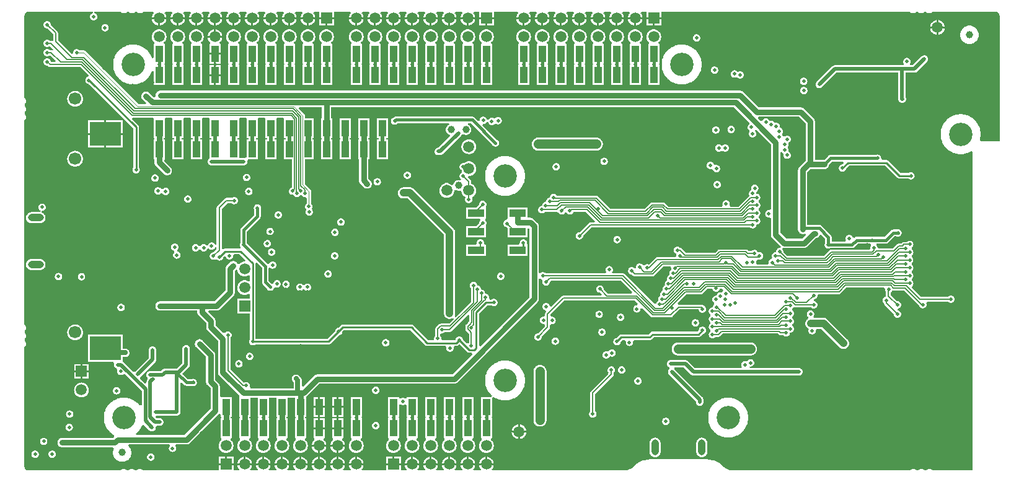
<source format=gbl>
G04*
G04 #@! TF.GenerationSoftware,Altium Limited,Altium Designer,23.11.1 (41)*
G04*
G04 Layer_Physical_Order=4*
G04 Layer_Color=13137664*
%FSLAX24Y24*%
%MOIN*%
G70*
G04*
G04 #@! TF.SameCoordinates,7572C3C8-2950-46ED-BF1E-06EED60B5480*
G04*
G04*
G04 #@! TF.FilePolarity,Positive*
G04*
G01*
G75*
%ADD10C,0.0098*%
%ADD11C,0.0100*%
%ADD14C,0.0060*%
%ADD19C,0.0049*%
%ADD21C,0.0080*%
%ADD63R,0.0402X0.0862*%
%ADD118C,0.0197*%
%ADD203C,0.0394*%
%ADD213C,0.0591*%
%ADD215C,0.0150*%
%ADD216C,0.0300*%
%ADD217C,0.0200*%
%ADD218C,0.0250*%
%ADD219C,0.0400*%
%ADD234C,0.0500*%
%ADD241R,0.0591X0.0591*%
%ADD242C,0.0669*%
%ADD243R,0.0591X0.0591*%
%ADD244O,0.0394X0.0846*%
%ADD245C,0.0390*%
%ADD246O,0.0846X0.0394*%
%ADD247C,0.1260*%
%ADD248R,0.0874X0.0402*%
%ADD249R,0.1654X0.1260*%
%ADD250C,0.0157*%
G36*
X52422Y24838D02*
X52467Y24819D01*
X52508Y24792D01*
X52542Y24757D01*
X52569Y24717D01*
X52588Y24672D01*
X52597Y24624D01*
Y24600D01*
Y17900D01*
X52581Y17880D01*
X51581D01*
X51535Y17960D01*
X51544Y17993D01*
X51558Y18056D01*
X51568Y18120D01*
X51573Y18185D01*
X51575Y18250D01*
X51573Y18315D01*
X51568Y18380D01*
X51558Y18444D01*
X51544Y18507D01*
X51527Y18570D01*
X51505Y18631D01*
X51481Y18691D01*
X51452Y18750D01*
X51420Y18806D01*
X51385Y18861D01*
X51347Y18913D01*
X51305Y18963D01*
X51260Y19010D01*
X51213Y19055D01*
X51163Y19097D01*
X51111Y19135D01*
X51056Y19170D01*
X51000Y19202D01*
X50941Y19231D01*
X50881Y19255D01*
X50820Y19277D01*
X50757Y19294D01*
X50694Y19308D01*
X50630Y19318D01*
X50565Y19323D01*
X50500Y19325D01*
X50435Y19323D01*
X50370Y19318D01*
X50306Y19308D01*
X50243Y19294D01*
X50180Y19277D01*
X50119Y19255D01*
X50059Y19231D01*
X50000Y19202D01*
X49944Y19170D01*
X49889Y19135D01*
X49837Y19097D01*
X49787Y19055D01*
X49740Y19010D01*
X49695Y18963D01*
X49653Y18913D01*
X49615Y18861D01*
X49580Y18806D01*
X49548Y18750D01*
X49519Y18691D01*
X49495Y18631D01*
X49473Y18570D01*
X49456Y18507D01*
X49442Y18444D01*
X49432Y18380D01*
X49427Y18315D01*
X49425Y18250D01*
X49427Y18185D01*
X49432Y18120D01*
X49442Y18056D01*
X49456Y17993D01*
X49473Y17930D01*
X49495Y17869D01*
X49519Y17809D01*
X49548Y17750D01*
X49580Y17694D01*
X49615Y17639D01*
X49653Y17587D01*
X49695Y17537D01*
X49740Y17490D01*
X49787Y17445D01*
X49837Y17403D01*
X49889Y17365D01*
X49944Y17330D01*
X50000Y17298D01*
X50059Y17269D01*
X50119Y17245D01*
X50180Y17223D01*
X50243Y17206D01*
X50306Y17192D01*
X50370Y17182D01*
X50435Y17177D01*
X50500Y17175D01*
X50565Y17177D01*
X50630Y17182D01*
X50694Y17192D01*
X50757Y17206D01*
X50820Y17223D01*
X50881Y17245D01*
X50941Y17269D01*
X51000Y17298D01*
X51056Y17330D01*
X51071Y17339D01*
X51151Y17296D01*
X51150Y153D01*
X48996D01*
X48982Y168D01*
X48962Y186D01*
X48940Y202D01*
X48917Y215D01*
X48892Y225D01*
X48867Y232D01*
X48840Y237D01*
X48814Y238D01*
X48787Y237D01*
X48761Y232D01*
X48735Y225D01*
X48710Y215D01*
X48687Y202D01*
X48665Y186D01*
X48645Y168D01*
X48639Y161D01*
X48556D01*
X48549Y168D01*
X48529Y186D01*
X48507Y202D01*
X48484Y215D01*
X48459Y225D01*
X48434Y232D01*
X48407Y237D01*
X48381Y238D01*
X48354Y237D01*
X48328Y232D01*
X48302Y225D01*
X48277Y215D01*
X48254Y202D01*
X48232Y186D01*
X48212Y168D01*
X48206Y161D01*
X48123D01*
X48116Y168D01*
X48096Y186D01*
X48074Y202D01*
X48051Y215D01*
X48026Y225D01*
X48001Y232D01*
X47974Y237D01*
X47948Y238D01*
X47921Y237D01*
X47895Y232D01*
X47869Y225D01*
X47844Y215D01*
X47821Y202D01*
X47799Y186D01*
X47779Y168D01*
X47766Y153D01*
X38331Y153D01*
X38286D01*
X38196Y162D01*
X38108Y179D01*
X38021Y205D01*
X37938Y240D01*
X37859Y282D01*
X37784Y332D01*
X37714Y390D01*
X37682Y421D01*
X37682Y421D01*
X37617Y487D01*
X37608Y493D01*
X37602Y500D01*
X37536Y550D01*
X37527Y555D01*
X37520Y562D01*
X37377Y644D01*
X37364Y648D01*
X37353Y655D01*
X37198Y711D01*
X37185Y714D01*
X37172Y718D01*
X37010Y747D01*
X37000Y747D01*
X36990Y749D01*
X36908Y753D01*
X36905Y752D01*
X36901Y753D01*
X33752Y753D01*
X33748Y752D01*
X33745Y753D01*
X33663Y749D01*
X33653Y747D01*
X33643Y747D01*
X33481Y718D01*
X33468Y714D01*
X33455Y711D01*
X33300Y655D01*
X33289Y648D01*
X33276Y644D01*
X33133Y562D01*
X33126Y555D01*
X33117Y550D01*
X33051Y500D01*
X33045Y493D01*
X33036Y487D01*
X32971Y421D01*
X32971Y421D01*
X32939Y390D01*
X32869Y332D01*
X32794Y282D01*
X32715Y240D01*
X32632Y205D01*
X32545Y179D01*
X32457Y162D01*
X32367Y153D01*
X32322D01*
X25325Y153D01*
X25303Y186D01*
X25291Y233D01*
X25306Y249D01*
X25329Y280D01*
X25349Y313D01*
X25366Y349D01*
X25379Y385D01*
X25388Y423D01*
X25392Y450D01*
X24608D01*
X24612Y423D01*
X24621Y385D01*
X24634Y349D01*
X24651Y313D01*
X24671Y280D01*
X24694Y249D01*
X24709Y233D01*
X24697Y186D01*
X24675Y153D01*
X24325D01*
X24303Y186D01*
X24291Y233D01*
X24306Y249D01*
X24329Y280D01*
X24349Y313D01*
X24366Y349D01*
X24379Y385D01*
X24388Y423D01*
X24392Y450D01*
X23608D01*
X23612Y423D01*
X23621Y385D01*
X23634Y349D01*
X23651Y313D01*
X23671Y280D01*
X23694Y249D01*
X23709Y233D01*
X23697Y186D01*
X23675Y153D01*
X23325D01*
X23303Y186D01*
X23291Y233D01*
X23306Y249D01*
X23329Y280D01*
X23349Y313D01*
X23366Y349D01*
X23379Y385D01*
X23388Y423D01*
X23392Y450D01*
X22608D01*
X22612Y423D01*
X22621Y385D01*
X22634Y349D01*
X22651Y313D01*
X22671Y280D01*
X22694Y249D01*
X22709Y233D01*
X22697Y186D01*
X22675Y153D01*
X22325D01*
X22303Y186D01*
X22291Y233D01*
X22306Y249D01*
X22329Y280D01*
X22349Y313D01*
X22366Y349D01*
X22379Y385D01*
X22388Y423D01*
X22392Y450D01*
X21608D01*
X21612Y423D01*
X21621Y385D01*
X21634Y349D01*
X21651Y313D01*
X21671Y280D01*
X21694Y249D01*
X21709Y233D01*
X21697Y186D01*
X21675Y153D01*
X21325D01*
X21303Y186D01*
X21291Y233D01*
X21306Y249D01*
X21329Y280D01*
X21349Y313D01*
X21366Y349D01*
X21379Y385D01*
X21388Y423D01*
X21392Y450D01*
X20608D01*
X20612Y423D01*
X20621Y385D01*
X20634Y349D01*
X20651Y313D01*
X20671Y280D01*
X20694Y249D01*
X20709Y233D01*
X20697Y186D01*
X20675Y153D01*
X20395D01*
Y450D01*
X19605D01*
Y153D01*
X18325D01*
X18303Y186D01*
X18291Y233D01*
X18306Y249D01*
X18329Y280D01*
X18349Y313D01*
X18366Y349D01*
X18379Y385D01*
X18388Y423D01*
X18392Y450D01*
X17608D01*
X17612Y423D01*
X17621Y385D01*
X17634Y349D01*
X17651Y313D01*
X17671Y280D01*
X17694Y249D01*
X17709Y233D01*
X17697Y186D01*
X17675Y153D01*
X17325D01*
X17303Y186D01*
X17291Y233D01*
X17306Y249D01*
X17329Y280D01*
X17349Y313D01*
X17366Y349D01*
X17379Y385D01*
X17388Y423D01*
X17392Y450D01*
X16608D01*
X16612Y423D01*
X16621Y385D01*
X16634Y349D01*
X16651Y313D01*
X16671Y280D01*
X16694Y249D01*
X16709Y233D01*
X16697Y186D01*
X16675Y153D01*
X16325D01*
X16303Y186D01*
X16291Y233D01*
X16306Y249D01*
X16329Y280D01*
X16349Y313D01*
X16366Y349D01*
X16379Y385D01*
X16388Y423D01*
X16392Y450D01*
X15608D01*
X15612Y423D01*
X15621Y385D01*
X15634Y349D01*
X15651Y313D01*
X15671Y280D01*
X15694Y249D01*
X15709Y233D01*
X15697Y186D01*
X15675Y153D01*
X15325D01*
X15303Y186D01*
X15291Y233D01*
X15306Y249D01*
X15329Y280D01*
X15349Y313D01*
X15366Y349D01*
X15379Y385D01*
X15388Y423D01*
X15392Y450D01*
X14608D01*
X14612Y423D01*
X14621Y385D01*
X14634Y349D01*
X14651Y313D01*
X14671Y280D01*
X14694Y249D01*
X14709Y233D01*
X14697Y186D01*
X14675Y153D01*
X14325D01*
X14303Y186D01*
X14291Y233D01*
X14306Y249D01*
X14329Y280D01*
X14349Y313D01*
X14366Y349D01*
X14379Y385D01*
X14388Y423D01*
X14392Y450D01*
X13608D01*
X13612Y423D01*
X13621Y385D01*
X13634Y349D01*
X13651Y313D01*
X13671Y280D01*
X13694Y249D01*
X13709Y233D01*
X13697Y186D01*
X13675Y153D01*
X13325D01*
X13303Y186D01*
X13291Y233D01*
X13306Y249D01*
X13329Y280D01*
X13349Y313D01*
X13366Y349D01*
X13379Y385D01*
X13388Y423D01*
X13392Y450D01*
X12608D01*
X12612Y423D01*
X12621Y385D01*
X12634Y349D01*
X12651Y313D01*
X12671Y280D01*
X12694Y249D01*
X12709Y233D01*
X12697Y186D01*
X12675Y153D01*
X12325Y153D01*
X12303Y186D01*
X12291Y233D01*
X12306Y249D01*
X12329Y280D01*
X12349Y313D01*
X12366Y349D01*
X12379Y385D01*
X12388Y423D01*
X12392Y450D01*
X11608D01*
X11612Y423D01*
X11621Y385D01*
X11634Y349D01*
X11651Y313D01*
X11671Y280D01*
X11694Y249D01*
X11709Y233D01*
X11697Y186D01*
X11675Y153D01*
X11395D01*
Y450D01*
X10605D01*
Y153D01*
X6547D01*
X6533Y168D01*
X6513Y186D01*
X6492Y202D01*
X6468Y215D01*
X6444Y225D01*
X6418Y232D01*
X6392Y237D01*
X6365Y238D01*
X6338Y237D01*
X6312Y232D01*
X6286Y225D01*
X6262Y215D01*
X6238Y202D01*
X6216Y186D01*
X6197Y168D01*
X6190Y161D01*
X6107D01*
X6100Y168D01*
X6080Y186D01*
X6059Y202D01*
X6035Y215D01*
X6011Y225D01*
X5985Y232D01*
X5959Y237D01*
X5932Y238D01*
X5905Y237D01*
X5879Y232D01*
X5853Y225D01*
X5829Y215D01*
X5805Y202D01*
X5784Y186D01*
X5764Y168D01*
X5757Y161D01*
X5674D01*
X5667Y168D01*
X5647Y186D01*
X5626Y202D01*
X5602Y215D01*
X5578Y225D01*
X5552Y232D01*
X5526Y237D01*
X5499Y238D01*
X5472Y237D01*
X5446Y232D01*
X5420Y225D01*
X5396Y215D01*
X5372Y202D01*
X5350Y186D01*
X5331Y168D01*
X5317Y153D01*
X400Y153D01*
X376D01*
X328Y162D01*
X283Y181D01*
X243Y208D01*
X208Y243D01*
X181Y283D01*
X162Y328D01*
X153Y376D01*
Y400D01*
Y6788D01*
X168Y6802D01*
X186Y6822D01*
X202Y6844D01*
X215Y6867D01*
X225Y6892D01*
X232Y6917D01*
X237Y6944D01*
X238Y6970D01*
X237Y6997D01*
X232Y7023D01*
X225Y7049D01*
X215Y7074D01*
X202Y7097D01*
X186Y7119D01*
X168Y7139D01*
X161Y7146D01*
Y7228D01*
X168Y7235D01*
X186Y7255D01*
X202Y7277D01*
X215Y7300D01*
X225Y7325D01*
X232Y7350D01*
X237Y7377D01*
X238Y7403D01*
X237Y7430D01*
X232Y7456D01*
X225Y7482D01*
X215Y7507D01*
X202Y7530D01*
X186Y7552D01*
X168Y7572D01*
X161Y7578D01*
Y7661D01*
X168Y7668D01*
X186Y7688D01*
X202Y7710D01*
X215Y7733D01*
X225Y7758D01*
X232Y7783D01*
X237Y7810D01*
X238Y7836D01*
X237Y7863D01*
X232Y7889D01*
X225Y7915D01*
X215Y7940D01*
X202Y7963D01*
X186Y7985D01*
X168Y8005D01*
X153Y8019D01*
Y18988D01*
X168Y19002D01*
X186Y19021D01*
X202Y19043D01*
X215Y19067D01*
X225Y19091D01*
X232Y19117D01*
X237Y19143D01*
X238Y19170D01*
X237Y19197D01*
X232Y19223D01*
X225Y19249D01*
X215Y19273D01*
X202Y19297D01*
X186Y19318D01*
X168Y19338D01*
X161Y19345D01*
Y19428D01*
X168Y19435D01*
X186Y19454D01*
X202Y19476D01*
X215Y19500D01*
X225Y19524D01*
X232Y19550D01*
X237Y19576D01*
X238Y19603D01*
X237Y19630D01*
X232Y19656D01*
X225Y19682D01*
X215Y19706D01*
X202Y19730D01*
X186Y19751D01*
X168Y19771D01*
X161Y19778D01*
Y19861D01*
X168Y19868D01*
X186Y19887D01*
X202Y19909D01*
X215Y19933D01*
X225Y19957D01*
X232Y19983D01*
X237Y20009D01*
X238Y20036D01*
X237Y20063D01*
X232Y20089D01*
X225Y20115D01*
X215Y20139D01*
X202Y20163D01*
X186Y20184D01*
X168Y20204D01*
X153Y20218D01*
Y24600D01*
Y24624D01*
X162Y24672D01*
X181Y24717D01*
X208Y24757D01*
X243Y24792D01*
X283Y24819D01*
X328Y24838D01*
X376Y24847D01*
X400Y24847D01*
X3850D01*
X3854Y24767D01*
X3829Y24762D01*
X3804Y24754D01*
X3781Y24742D01*
X3759Y24728D01*
X3739Y24711D01*
X3722Y24691D01*
X3708Y24669D01*
X3696Y24646D01*
X3688Y24621D01*
X3683Y24596D01*
X3681Y24570D01*
X3683Y24544D01*
X3688Y24519D01*
X3696Y24494D01*
X3708Y24471D01*
X3722Y24449D01*
X3739Y24429D01*
X3759Y24412D01*
X3781Y24398D01*
X3804Y24386D01*
X3829Y24378D01*
X3854Y24373D01*
X3880Y24371D01*
X3906Y24373D01*
X3931Y24378D01*
X3956Y24386D01*
X3979Y24398D01*
X4001Y24412D01*
X4021Y24429D01*
X4038Y24449D01*
X4052Y24471D01*
X4064Y24494D01*
X4072Y24519D01*
X4077Y24544D01*
X4079Y24570D01*
X4077Y24596D01*
X4072Y24621D01*
X4064Y24646D01*
X4052Y24669D01*
X4038Y24691D01*
X4021Y24711D01*
X4001Y24728D01*
X3979Y24742D01*
X3956Y24754D01*
X3931Y24762D01*
X3906Y24767D01*
X3910Y24847D01*
X5317D01*
X5331Y24832D01*
X5350Y24814D01*
X5372Y24798D01*
X5396Y24785D01*
X5420Y24775D01*
X5446Y24768D01*
X5472Y24763D01*
X5499Y24762D01*
X5526Y24763D01*
X5552Y24768D01*
X5578Y24775D01*
X5602Y24785D01*
X5626Y24798D01*
X5647Y24814D01*
X5667Y24832D01*
X5674Y24839D01*
X5757D01*
X5764Y24832D01*
X5784Y24814D01*
X5805Y24798D01*
X5829Y24785D01*
X5853Y24775D01*
X5879Y24768D01*
X5905Y24763D01*
X5932Y24762D01*
X5959Y24763D01*
X5985Y24768D01*
X6011Y24775D01*
X6035Y24785D01*
X6059Y24798D01*
X6080Y24814D01*
X6100Y24832D01*
X6107Y24839D01*
X6190D01*
X6197Y24832D01*
X6216Y24814D01*
X6238Y24798D01*
X6262Y24785D01*
X6286Y24775D01*
X6312Y24768D01*
X6338Y24763D01*
X6365Y24762D01*
X6392Y24763D01*
X6418Y24768D01*
X6444Y24775D01*
X6468Y24785D01*
X6492Y24798D01*
X6513Y24814D01*
X6533Y24832D01*
X6547Y24847D01*
X7075D01*
X7097Y24814D01*
X7109Y24767D01*
X7094Y24751D01*
X7071Y24720D01*
X7051Y24687D01*
X7034Y24651D01*
X7021Y24615D01*
X7012Y24577D01*
X7008Y24550D01*
X7400D01*
X7792D01*
X7788Y24577D01*
X7779Y24615D01*
X7766Y24651D01*
X7749Y24687D01*
X7729Y24720D01*
X7706Y24751D01*
X7691Y24767D01*
X7703Y24814D01*
X7725Y24847D01*
X8075D01*
X8097Y24814D01*
X8109Y24767D01*
X8094Y24751D01*
X8071Y24720D01*
X8051Y24687D01*
X8034Y24651D01*
X8021Y24615D01*
X8012Y24577D01*
X8008Y24550D01*
X8400D01*
X8792D01*
X8788Y24577D01*
X8779Y24615D01*
X8766Y24651D01*
X8749Y24687D01*
X8729Y24720D01*
X8706Y24751D01*
X8691Y24767D01*
X8703Y24814D01*
X8725Y24847D01*
X9075D01*
X9097Y24814D01*
X9109Y24767D01*
X9094Y24751D01*
X9071Y24720D01*
X9051Y24687D01*
X9034Y24651D01*
X9021Y24615D01*
X9012Y24577D01*
X9008Y24550D01*
X9400D01*
X9792D01*
X9788Y24577D01*
X9779Y24615D01*
X9766Y24651D01*
X9749Y24687D01*
X9729Y24720D01*
X9706Y24751D01*
X9691Y24767D01*
X9703Y24814D01*
X9725Y24847D01*
X10075D01*
X10097Y24814D01*
X10109Y24767D01*
X10094Y24751D01*
X10071Y24720D01*
X10051Y24687D01*
X10034Y24651D01*
X10021Y24615D01*
X10012Y24577D01*
X10008Y24550D01*
X10400D01*
X10792D01*
X10788Y24577D01*
X10779Y24615D01*
X10766Y24651D01*
X10749Y24687D01*
X10729Y24720D01*
X10706Y24751D01*
X10691Y24767D01*
X10703Y24814D01*
X10725Y24847D01*
X11075D01*
X11097Y24814D01*
X11109Y24767D01*
X11094Y24751D01*
X11071Y24720D01*
X11051Y24687D01*
X11034Y24651D01*
X11021Y24615D01*
X11012Y24577D01*
X11008Y24550D01*
X11400D01*
X11792D01*
X11788Y24577D01*
X11779Y24615D01*
X11766Y24651D01*
X11749Y24687D01*
X11729Y24720D01*
X11706Y24751D01*
X11691Y24767D01*
X11703Y24814D01*
X11725Y24847D01*
X12075D01*
X12097Y24814D01*
X12109Y24767D01*
X12094Y24751D01*
X12071Y24720D01*
X12051Y24687D01*
X12034Y24651D01*
X12021Y24615D01*
X12012Y24577D01*
X12008Y24550D01*
X12400D01*
X12792D01*
X12788Y24577D01*
X12779Y24615D01*
X12766Y24651D01*
X12749Y24687D01*
X12729Y24720D01*
X12706Y24751D01*
X12691Y24767D01*
X12703Y24814D01*
X12725Y24847D01*
X13075D01*
X13097Y24814D01*
X13109Y24767D01*
X13094Y24751D01*
X13071Y24720D01*
X13051Y24687D01*
X13034Y24651D01*
X13021Y24615D01*
X13012Y24577D01*
X13008Y24550D01*
X13400D01*
X13792D01*
X13788Y24577D01*
X13779Y24615D01*
X13766Y24651D01*
X13749Y24687D01*
X13729Y24720D01*
X13706Y24751D01*
X13691Y24767D01*
X13703Y24814D01*
X13725Y24847D01*
X14075D01*
X14097Y24814D01*
X14109Y24767D01*
X14094Y24751D01*
X14071Y24720D01*
X14051Y24687D01*
X14034Y24651D01*
X14021Y24615D01*
X14012Y24577D01*
X14008Y24550D01*
X14400D01*
X14792D01*
X14788Y24577D01*
X14779Y24615D01*
X14766Y24651D01*
X14749Y24687D01*
X14729Y24720D01*
X14706Y24751D01*
X14691Y24767D01*
X14703Y24814D01*
X14725Y24847D01*
X15075D01*
X15097Y24814D01*
X15109Y24767D01*
X15094Y24751D01*
X15071Y24720D01*
X15051Y24687D01*
X15034Y24651D01*
X15021Y24615D01*
X15012Y24577D01*
X15008Y24550D01*
X15400D01*
X15792D01*
X15788Y24577D01*
X15779Y24615D01*
X15766Y24651D01*
X15749Y24687D01*
X15729Y24720D01*
X15706Y24751D01*
X15691Y24767D01*
X15703Y24814D01*
X15725Y24847D01*
X16005D01*
Y24550D01*
X16400D01*
X16795D01*
Y24847D01*
X17675D01*
X17697Y24814D01*
X17709Y24767D01*
X17694Y24751D01*
X17671Y24720D01*
X17651Y24687D01*
X17634Y24651D01*
X17621Y24615D01*
X17612Y24577D01*
X17608Y24550D01*
X18000D01*
X18392D01*
X18388Y24577D01*
X18379Y24615D01*
X18366Y24651D01*
X18349Y24687D01*
X18329Y24720D01*
X18306Y24751D01*
X18291Y24767D01*
X18303Y24814D01*
X18325Y24847D01*
X18675D01*
X18697Y24814D01*
X18709Y24767D01*
X18694Y24751D01*
X18671Y24720D01*
X18651Y24687D01*
X18634Y24651D01*
X18621Y24615D01*
X18612Y24577D01*
X18608Y24550D01*
X19000D01*
X19392D01*
X19388Y24577D01*
X19379Y24615D01*
X19366Y24651D01*
X19349Y24687D01*
X19329Y24720D01*
X19306Y24751D01*
X19291Y24767D01*
X19303Y24814D01*
X19325Y24847D01*
X19675D01*
X19697Y24814D01*
X19709Y24767D01*
X19694Y24751D01*
X19671Y24720D01*
X19651Y24687D01*
X19634Y24651D01*
X19621Y24615D01*
X19612Y24577D01*
X19608Y24550D01*
X20000D01*
X20392D01*
X20388Y24577D01*
X20379Y24615D01*
X20366Y24651D01*
X20349Y24687D01*
X20329Y24720D01*
X20306Y24751D01*
X20291Y24767D01*
X20303Y24814D01*
X20325Y24847D01*
X20675D01*
X20697Y24814D01*
X20709Y24767D01*
X20694Y24751D01*
X20671Y24720D01*
X20651Y24687D01*
X20634Y24651D01*
X20621Y24615D01*
X20612Y24577D01*
X20608Y24550D01*
X21000D01*
X21392D01*
X21388Y24577D01*
X21379Y24615D01*
X21366Y24651D01*
X21349Y24687D01*
X21329Y24720D01*
X21306Y24751D01*
X21291Y24767D01*
X21303Y24814D01*
X21325Y24847D01*
X21675D01*
X21697Y24814D01*
X21709Y24767D01*
X21694Y24751D01*
X21671Y24720D01*
X21651Y24687D01*
X21634Y24651D01*
X21621Y24615D01*
X21612Y24577D01*
X21608Y24550D01*
X22000D01*
X22392D01*
X22388Y24577D01*
X22379Y24615D01*
X22366Y24651D01*
X22349Y24687D01*
X22329Y24720D01*
X22306Y24751D01*
X22291Y24767D01*
X22303Y24814D01*
X22325Y24847D01*
X22675D01*
X22697Y24814D01*
X22709Y24767D01*
X22694Y24751D01*
X22671Y24720D01*
X22651Y24687D01*
X22634Y24651D01*
X22621Y24615D01*
X22612Y24577D01*
X22608Y24550D01*
X23000D01*
X23392D01*
X23388Y24577D01*
X23379Y24615D01*
X23366Y24651D01*
X23349Y24687D01*
X23329Y24720D01*
X23306Y24751D01*
X23291Y24767D01*
X23303Y24814D01*
X23325Y24847D01*
X23675D01*
X23697Y24814D01*
X23709Y24767D01*
X23694Y24751D01*
X23671Y24720D01*
X23651Y24687D01*
X23634Y24651D01*
X23621Y24615D01*
X23612Y24577D01*
X23608Y24550D01*
X24000D01*
X24392D01*
X24388Y24577D01*
X24379Y24615D01*
X24366Y24651D01*
X24349Y24687D01*
X24329Y24720D01*
X24306Y24751D01*
X24291Y24767D01*
X24303Y24814D01*
X24325Y24847D01*
X24605D01*
Y24550D01*
X25000D01*
X25395D01*
Y24847D01*
X26675Y24847D01*
X26697Y24814D01*
X26709Y24767D01*
X26694Y24751D01*
X26671Y24720D01*
X26651Y24687D01*
X26634Y24651D01*
X26621Y24615D01*
X26612Y24577D01*
X26608Y24550D01*
X27000D01*
X27392D01*
X27388Y24577D01*
X27379Y24615D01*
X27366Y24651D01*
X27349Y24687D01*
X27329Y24720D01*
X27306Y24751D01*
X27291Y24767D01*
X27303Y24814D01*
X27325Y24847D01*
X27675D01*
X27697Y24814D01*
X27709Y24767D01*
X27694Y24751D01*
X27671Y24720D01*
X27651Y24687D01*
X27634Y24651D01*
X27621Y24615D01*
X27612Y24577D01*
X27608Y24550D01*
X28000D01*
X28392D01*
X28388Y24577D01*
X28379Y24615D01*
X28366Y24651D01*
X28349Y24687D01*
X28329Y24720D01*
X28306Y24751D01*
X28291Y24767D01*
X28303Y24814D01*
X28325Y24847D01*
X28675D01*
X28697Y24814D01*
X28709Y24767D01*
X28694Y24751D01*
X28671Y24720D01*
X28651Y24687D01*
X28634Y24651D01*
X28621Y24615D01*
X28612Y24577D01*
X28608Y24550D01*
X29000D01*
Y24500D01*
D01*
Y24550D01*
X29392D01*
X29388Y24577D01*
X29379Y24615D01*
X29366Y24651D01*
X29349Y24687D01*
X29329Y24720D01*
X29306Y24751D01*
X29291Y24767D01*
X29303Y24814D01*
X29325Y24847D01*
X29675D01*
X29697Y24814D01*
X29709Y24767D01*
X29694Y24751D01*
X29671Y24720D01*
X29651Y24687D01*
X29634Y24651D01*
X29621Y24615D01*
X29612Y24577D01*
X29608Y24550D01*
X30000D01*
X30392D01*
X30388Y24577D01*
X30379Y24615D01*
X30366Y24651D01*
X30349Y24687D01*
X30329Y24720D01*
X30306Y24751D01*
X30291Y24767D01*
X30303Y24814D01*
X30325Y24847D01*
X30675D01*
X30697Y24814D01*
X30709Y24767D01*
X30694Y24751D01*
X30671Y24720D01*
X30651Y24687D01*
X30634Y24651D01*
X30621Y24615D01*
X30612Y24577D01*
X30608Y24550D01*
X31000D01*
X31392D01*
X31388Y24577D01*
X31379Y24615D01*
X31366Y24651D01*
X31349Y24687D01*
X31329Y24720D01*
X31306Y24751D01*
X31291Y24767D01*
X31303Y24814D01*
X31325Y24847D01*
X31675D01*
X31697Y24814D01*
X31709Y24767D01*
X31694Y24751D01*
X31671Y24720D01*
X31651Y24687D01*
X31634Y24651D01*
X31621Y24615D01*
X31612Y24577D01*
X31608Y24550D01*
X32000D01*
X32392D01*
X32388Y24577D01*
X32379Y24615D01*
X32366Y24651D01*
X32349Y24687D01*
X32329Y24720D01*
X32306Y24751D01*
X32291Y24767D01*
X32303Y24814D01*
X32325Y24847D01*
X32675D01*
X32697Y24814D01*
X32709Y24767D01*
X32694Y24751D01*
X32671Y24720D01*
X32651Y24687D01*
X32634Y24651D01*
X32621Y24615D01*
X32612Y24577D01*
X32608Y24550D01*
X33000D01*
X33392D01*
X33388Y24577D01*
X33379Y24615D01*
X33366Y24651D01*
X33349Y24687D01*
X33329Y24720D01*
X33306Y24751D01*
X33291Y24767D01*
X33303Y24814D01*
X33325Y24847D01*
X33605D01*
Y24550D01*
X34000D01*
X34395D01*
Y24847D01*
X47766D01*
X47779Y24832D01*
X47799Y24814D01*
X47821Y24798D01*
X47844Y24785D01*
X47869Y24775D01*
X47895Y24768D01*
X47921Y24763D01*
X47948Y24762D01*
X47974Y24763D01*
X48001Y24768D01*
X48026Y24775D01*
X48051Y24785D01*
X48074Y24798D01*
X48096Y24814D01*
X48116Y24832D01*
X48123Y24839D01*
X48206D01*
X48212Y24832D01*
X48232Y24814D01*
X48254Y24798D01*
X48277Y24785D01*
X48302Y24775D01*
X48328Y24768D01*
X48354Y24763D01*
X48381Y24762D01*
X48407Y24763D01*
X48434Y24768D01*
X48459Y24775D01*
X48484Y24785D01*
X48507Y24798D01*
X48529Y24814D01*
X48549Y24832D01*
X48556Y24839D01*
X48639D01*
X48645Y24832D01*
X48665Y24814D01*
X48687Y24798D01*
X48710Y24785D01*
X48735Y24775D01*
X48761Y24768D01*
X48787Y24763D01*
X48814Y24762D01*
X48840Y24763D01*
X48867Y24768D01*
X48892Y24775D01*
X48917Y24785D01*
X48940Y24798D01*
X48962Y24814D01*
X48982Y24832D01*
X48996Y24847D01*
X52350D01*
X52374D01*
X52422Y24838D01*
D02*
G37*
%LPC*%
G36*
X33392Y24450D02*
X33050D01*
Y24108D01*
X33077Y24112D01*
X33115Y24121D01*
X33151Y24134D01*
X33187Y24151D01*
X33220Y24171D01*
X33251Y24194D01*
X33280Y24220D01*
X33306Y24249D01*
X33329Y24280D01*
X33349Y24313D01*
X33366Y24349D01*
X33379Y24385D01*
X33388Y24423D01*
X33392Y24450D01*
D02*
G37*
G36*
X32392D02*
X32050D01*
Y24108D01*
X32077Y24112D01*
X32115Y24121D01*
X32151Y24134D01*
X32187Y24151D01*
X32220Y24171D01*
X32251Y24194D01*
X32280Y24220D01*
X32306Y24249D01*
X32329Y24280D01*
X32349Y24313D01*
X32366Y24349D01*
X32379Y24385D01*
X32388Y24423D01*
X32392Y24450D01*
D02*
G37*
G36*
X31392D02*
X31050D01*
Y24108D01*
X31077Y24112D01*
X31115Y24121D01*
X31151Y24134D01*
X31187Y24151D01*
X31220Y24171D01*
X31251Y24194D01*
X31280Y24220D01*
X31306Y24249D01*
X31329Y24280D01*
X31349Y24313D01*
X31366Y24349D01*
X31379Y24385D01*
X31388Y24423D01*
X31392Y24450D01*
D02*
G37*
G36*
X30392D02*
X30050D01*
Y24108D01*
X30077Y24112D01*
X30115Y24121D01*
X30151Y24134D01*
X30187Y24151D01*
X30220Y24171D01*
X30251Y24194D01*
X30280Y24220D01*
X30306Y24249D01*
X30329Y24280D01*
X30349Y24313D01*
X30366Y24349D01*
X30379Y24385D01*
X30388Y24423D01*
X30392Y24450D01*
D02*
G37*
G36*
X29392D02*
X29050D01*
Y24108D01*
X29077Y24112D01*
X29115Y24121D01*
X29151Y24134D01*
X29187Y24151D01*
X29220Y24171D01*
X29251Y24194D01*
X29280Y24220D01*
X29306Y24249D01*
X29329Y24280D01*
X29349Y24313D01*
X29366Y24349D01*
X29379Y24385D01*
X29388Y24423D01*
X29392Y24450D01*
D02*
G37*
G36*
X28392D02*
X28050D01*
Y24108D01*
X28077Y24112D01*
X28115Y24121D01*
X28151Y24134D01*
X28187Y24151D01*
X28220Y24171D01*
X28251Y24194D01*
X28280Y24220D01*
X28306Y24249D01*
X28329Y24280D01*
X28349Y24313D01*
X28366Y24349D01*
X28379Y24385D01*
X28388Y24423D01*
X28392Y24450D01*
D02*
G37*
G36*
X27392D02*
X27050D01*
Y24108D01*
X27077Y24112D01*
X27115Y24121D01*
X27151Y24134D01*
X27187Y24151D01*
X27220Y24171D01*
X27251Y24194D01*
X27280Y24220D01*
X27306Y24249D01*
X27329Y24280D01*
X27349Y24313D01*
X27366Y24349D01*
X27379Y24385D01*
X27388Y24423D01*
X27392Y24450D01*
D02*
G37*
G36*
X24392D02*
X24050D01*
Y24108D01*
X24077Y24112D01*
X24115Y24121D01*
X24151Y24134D01*
X24187Y24151D01*
X24220Y24171D01*
X24251Y24194D01*
X24280Y24220D01*
X24306Y24249D01*
X24329Y24280D01*
X24349Y24313D01*
X24366Y24349D01*
X24379Y24385D01*
X24388Y24423D01*
X24392Y24450D01*
D02*
G37*
G36*
X23392D02*
X23050D01*
Y24108D01*
X23077Y24112D01*
X23115Y24121D01*
X23151Y24134D01*
X23187Y24151D01*
X23220Y24171D01*
X23251Y24194D01*
X23280Y24220D01*
X23306Y24249D01*
X23329Y24280D01*
X23349Y24313D01*
X23366Y24349D01*
X23379Y24385D01*
X23388Y24423D01*
X23392Y24450D01*
D02*
G37*
G36*
X22392D02*
X22050D01*
Y24108D01*
X22077Y24112D01*
X22115Y24121D01*
X22151Y24134D01*
X22187Y24151D01*
X22220Y24171D01*
X22251Y24194D01*
X22280Y24220D01*
X22306Y24249D01*
X22329Y24280D01*
X22349Y24313D01*
X22366Y24349D01*
X22379Y24385D01*
X22388Y24423D01*
X22392Y24450D01*
D02*
G37*
G36*
X21392D02*
X21050D01*
Y24108D01*
X21077Y24112D01*
X21115Y24121D01*
X21151Y24134D01*
X21187Y24151D01*
X21220Y24171D01*
X21251Y24194D01*
X21280Y24220D01*
X21306Y24249D01*
X21329Y24280D01*
X21349Y24313D01*
X21366Y24349D01*
X21379Y24385D01*
X21388Y24423D01*
X21392Y24450D01*
D02*
G37*
G36*
X20392D02*
X20050D01*
Y24108D01*
X20077Y24112D01*
X20115Y24121D01*
X20151Y24134D01*
X20187Y24151D01*
X20220Y24171D01*
X20251Y24194D01*
X20280Y24220D01*
X20306Y24249D01*
X20329Y24280D01*
X20349Y24313D01*
X20366Y24349D01*
X20379Y24385D01*
X20388Y24423D01*
X20392Y24450D01*
D02*
G37*
G36*
X19392D02*
X19050D01*
Y24108D01*
X19077Y24112D01*
X19115Y24121D01*
X19151Y24134D01*
X19187Y24151D01*
X19220Y24171D01*
X19251Y24194D01*
X19280Y24220D01*
X19306Y24249D01*
X19329Y24280D01*
X19349Y24313D01*
X19366Y24349D01*
X19379Y24385D01*
X19388Y24423D01*
X19392Y24450D01*
D02*
G37*
G36*
X18392D02*
X18050D01*
Y24108D01*
X18077Y24112D01*
X18115Y24121D01*
X18151Y24134D01*
X18187Y24151D01*
X18220Y24171D01*
X18251Y24194D01*
X18280Y24220D01*
X18306Y24249D01*
X18329Y24280D01*
X18349Y24313D01*
X18366Y24349D01*
X18379Y24385D01*
X18388Y24423D01*
X18392Y24450D01*
D02*
G37*
G36*
X15792D02*
X15450D01*
Y24108D01*
X15477Y24112D01*
X15515Y24121D01*
X15551Y24134D01*
X15587Y24151D01*
X15620Y24171D01*
X15651Y24194D01*
X15680Y24220D01*
X15706Y24249D01*
X15729Y24280D01*
X15749Y24313D01*
X15766Y24349D01*
X15779Y24385D01*
X15788Y24423D01*
X15792Y24450D01*
D02*
G37*
G36*
X14792D02*
X14450D01*
Y24108D01*
X14477Y24112D01*
X14515Y24121D01*
X14551Y24134D01*
X14587Y24151D01*
X14620Y24171D01*
X14651Y24194D01*
X14680Y24220D01*
X14706Y24249D01*
X14729Y24280D01*
X14749Y24313D01*
X14766Y24349D01*
X14779Y24385D01*
X14788Y24423D01*
X14792Y24450D01*
D02*
G37*
G36*
X13792D02*
X13450D01*
Y24108D01*
X13477Y24112D01*
X13515Y24121D01*
X13551Y24134D01*
X13587Y24151D01*
X13620Y24171D01*
X13651Y24194D01*
X13680Y24220D01*
X13706Y24249D01*
X13729Y24280D01*
X13749Y24313D01*
X13766Y24349D01*
X13779Y24385D01*
X13788Y24423D01*
X13792Y24450D01*
D02*
G37*
G36*
X12792D02*
X12450D01*
Y24108D01*
X12477Y24112D01*
X12515Y24121D01*
X12551Y24134D01*
X12587Y24151D01*
X12620Y24171D01*
X12651Y24194D01*
X12680Y24220D01*
X12706Y24249D01*
X12729Y24280D01*
X12749Y24313D01*
X12766Y24349D01*
X12779Y24385D01*
X12788Y24423D01*
X12792Y24450D01*
D02*
G37*
G36*
X11792D02*
X11450D01*
Y24108D01*
X11477Y24112D01*
X11515Y24121D01*
X11551Y24134D01*
X11587Y24151D01*
X11620Y24171D01*
X11651Y24194D01*
X11680Y24220D01*
X11706Y24249D01*
X11729Y24280D01*
X11749Y24313D01*
X11766Y24349D01*
X11779Y24385D01*
X11788Y24423D01*
X11792Y24450D01*
D02*
G37*
G36*
X10792D02*
X10450D01*
Y24108D01*
X10477Y24112D01*
X10515Y24121D01*
X10551Y24134D01*
X10587Y24151D01*
X10620Y24171D01*
X10651Y24194D01*
X10680Y24220D01*
X10706Y24249D01*
X10729Y24280D01*
X10749Y24313D01*
X10766Y24349D01*
X10779Y24385D01*
X10788Y24423D01*
X10792Y24450D01*
D02*
G37*
G36*
X9792D02*
X9450D01*
Y24108D01*
X9477Y24112D01*
X9515Y24121D01*
X9551Y24134D01*
X9587Y24151D01*
X9620Y24171D01*
X9651Y24194D01*
X9680Y24220D01*
X9706Y24249D01*
X9729Y24280D01*
X9749Y24313D01*
X9766Y24349D01*
X9779Y24385D01*
X9788Y24423D01*
X9792Y24450D01*
D02*
G37*
G36*
X8792D02*
X8450D01*
Y24108D01*
X8477Y24112D01*
X8515Y24121D01*
X8551Y24134D01*
X8587Y24151D01*
X8620Y24171D01*
X8651Y24194D01*
X8680Y24220D01*
X8706Y24249D01*
X8729Y24280D01*
X8749Y24313D01*
X8766Y24349D01*
X8779Y24385D01*
X8788Y24423D01*
X8792Y24450D01*
D02*
G37*
G36*
X7792D02*
X7450D01*
Y24108D01*
X7477Y24112D01*
X7515Y24121D01*
X7551Y24134D01*
X7587Y24151D01*
X7620Y24171D01*
X7651Y24194D01*
X7680Y24220D01*
X7706Y24249D01*
X7729Y24280D01*
X7749Y24313D01*
X7766Y24349D01*
X7779Y24385D01*
X7788Y24423D01*
X7792Y24450D01*
D02*
G37*
G36*
X32950D02*
X32608D01*
X32612Y24423D01*
X32621Y24385D01*
X32634Y24349D01*
X32651Y24313D01*
X32671Y24280D01*
X32694Y24249D01*
X32720Y24220D01*
X32749Y24194D01*
X32780Y24171D01*
X32813Y24151D01*
X32849Y24134D01*
X32885Y24121D01*
X32923Y24112D01*
X32950Y24108D01*
Y24450D01*
D02*
G37*
G36*
X31950D02*
X31608D01*
X31612Y24423D01*
X31621Y24385D01*
X31634Y24349D01*
X31651Y24313D01*
X31671Y24280D01*
X31694Y24249D01*
X31720Y24220D01*
X31749Y24194D01*
X31780Y24171D01*
X31813Y24151D01*
X31849Y24134D01*
X31885Y24121D01*
X31923Y24112D01*
X31950Y24108D01*
Y24450D01*
D02*
G37*
G36*
X30950D02*
X30608D01*
X30612Y24423D01*
X30621Y24385D01*
X30634Y24349D01*
X30651Y24313D01*
X30671Y24280D01*
X30694Y24249D01*
X30720Y24220D01*
X30749Y24194D01*
X30780Y24171D01*
X30813Y24151D01*
X30849Y24134D01*
X30885Y24121D01*
X30923Y24112D01*
X30950Y24108D01*
Y24450D01*
D02*
G37*
G36*
X29950D02*
X29608D01*
X29612Y24423D01*
X29621Y24385D01*
X29634Y24349D01*
X29651Y24313D01*
X29671Y24280D01*
X29694Y24249D01*
X29720Y24220D01*
X29749Y24194D01*
X29780Y24171D01*
X29813Y24151D01*
X29849Y24134D01*
X29885Y24121D01*
X29923Y24112D01*
X29950Y24108D01*
Y24450D01*
D02*
G37*
G36*
X28950D02*
X28608D01*
X28612Y24423D01*
X28621Y24385D01*
X28634Y24349D01*
X28651Y24313D01*
X28671Y24280D01*
X28694Y24249D01*
X28720Y24220D01*
X28749Y24194D01*
X28780Y24171D01*
X28813Y24151D01*
X28849Y24134D01*
X28885Y24121D01*
X28923Y24112D01*
X28950Y24108D01*
Y24450D01*
D02*
G37*
G36*
X27950D02*
X27608D01*
X27612Y24423D01*
X27621Y24385D01*
X27634Y24349D01*
X27651Y24313D01*
X27671Y24280D01*
X27694Y24249D01*
X27720Y24220D01*
X27749Y24194D01*
X27780Y24171D01*
X27813Y24151D01*
X27849Y24134D01*
X27885Y24121D01*
X27923Y24112D01*
X27950Y24108D01*
Y24450D01*
D02*
G37*
G36*
X26950D02*
X26608D01*
X26612Y24423D01*
X26621Y24385D01*
X26634Y24349D01*
X26651Y24313D01*
X26671Y24280D01*
X26694Y24249D01*
X26720Y24220D01*
X26749Y24194D01*
X26780Y24171D01*
X26813Y24151D01*
X26849Y24134D01*
X26885Y24121D01*
X26923Y24112D01*
X26950Y24108D01*
Y24450D01*
D02*
G37*
G36*
X23950D02*
X23608D01*
X23612Y24423D01*
X23621Y24385D01*
X23634Y24349D01*
X23651Y24313D01*
X23671Y24280D01*
X23694Y24249D01*
X23720Y24220D01*
X23749Y24194D01*
X23780Y24171D01*
X23813Y24151D01*
X23849Y24134D01*
X23885Y24121D01*
X23923Y24112D01*
X23950Y24108D01*
Y24450D01*
D02*
G37*
G36*
X22950D02*
X22608D01*
X22612Y24423D01*
X22621Y24385D01*
X22634Y24349D01*
X22651Y24313D01*
X22671Y24280D01*
X22694Y24249D01*
X22720Y24220D01*
X22749Y24194D01*
X22780Y24171D01*
X22813Y24151D01*
X22849Y24134D01*
X22885Y24121D01*
X22923Y24112D01*
X22950Y24108D01*
Y24450D01*
D02*
G37*
G36*
X21950D02*
X21608D01*
X21612Y24423D01*
X21621Y24385D01*
X21634Y24349D01*
X21651Y24313D01*
X21671Y24280D01*
X21694Y24249D01*
X21720Y24220D01*
X21749Y24194D01*
X21780Y24171D01*
X21813Y24151D01*
X21849Y24134D01*
X21885Y24121D01*
X21923Y24112D01*
X21950Y24108D01*
Y24450D01*
D02*
G37*
G36*
X20950D02*
X20608D01*
X20612Y24423D01*
X20621Y24385D01*
X20634Y24349D01*
X20651Y24313D01*
X20671Y24280D01*
X20694Y24249D01*
X20720Y24220D01*
X20749Y24194D01*
X20780Y24171D01*
X20813Y24151D01*
X20849Y24134D01*
X20885Y24121D01*
X20923Y24112D01*
X20950Y24108D01*
Y24450D01*
D02*
G37*
G36*
X19950D02*
X19608D01*
X19612Y24423D01*
X19621Y24385D01*
X19634Y24349D01*
X19651Y24313D01*
X19671Y24280D01*
X19694Y24249D01*
X19720Y24220D01*
X19749Y24194D01*
X19780Y24171D01*
X19813Y24151D01*
X19849Y24134D01*
X19885Y24121D01*
X19923Y24112D01*
X19950Y24108D01*
Y24450D01*
D02*
G37*
G36*
X18950D02*
X18608D01*
X18612Y24423D01*
X18621Y24385D01*
X18634Y24349D01*
X18651Y24313D01*
X18671Y24280D01*
X18694Y24249D01*
X18720Y24220D01*
X18749Y24194D01*
X18780Y24171D01*
X18813Y24151D01*
X18849Y24134D01*
X18885Y24121D01*
X18923Y24112D01*
X18950Y24108D01*
Y24450D01*
D02*
G37*
G36*
X17950D02*
X17608D01*
X17612Y24423D01*
X17621Y24385D01*
X17634Y24349D01*
X17651Y24313D01*
X17671Y24280D01*
X17694Y24249D01*
X17720Y24220D01*
X17749Y24194D01*
X17780Y24171D01*
X17813Y24151D01*
X17849Y24134D01*
X17885Y24121D01*
X17923Y24112D01*
X17950Y24108D01*
Y24450D01*
D02*
G37*
G36*
X15350D02*
X15008D01*
X15012Y24423D01*
X15021Y24385D01*
X15034Y24349D01*
X15051Y24313D01*
X15071Y24280D01*
X15094Y24249D01*
X15120Y24220D01*
X15149Y24194D01*
X15180Y24171D01*
X15213Y24151D01*
X15249Y24134D01*
X15285Y24121D01*
X15323Y24112D01*
X15350Y24108D01*
Y24450D01*
D02*
G37*
G36*
X14350D02*
X14008D01*
X14012Y24423D01*
X14021Y24385D01*
X14034Y24349D01*
X14051Y24313D01*
X14071Y24280D01*
X14094Y24249D01*
X14120Y24220D01*
X14149Y24194D01*
X14180Y24171D01*
X14213Y24151D01*
X14249Y24134D01*
X14285Y24121D01*
X14323Y24112D01*
X14350Y24108D01*
Y24450D01*
D02*
G37*
G36*
X13350D02*
X13008D01*
X13012Y24423D01*
X13021Y24385D01*
X13034Y24349D01*
X13051Y24313D01*
X13071Y24280D01*
X13094Y24249D01*
X13120Y24220D01*
X13149Y24194D01*
X13180Y24171D01*
X13213Y24151D01*
X13249Y24134D01*
X13285Y24121D01*
X13323Y24112D01*
X13350Y24108D01*
Y24450D01*
D02*
G37*
G36*
X12350D02*
X12008D01*
X12012Y24423D01*
X12021Y24385D01*
X12034Y24349D01*
X12051Y24313D01*
X12071Y24280D01*
X12094Y24249D01*
X12120Y24220D01*
X12149Y24194D01*
X12180Y24171D01*
X12213Y24151D01*
X12249Y24134D01*
X12285Y24121D01*
X12323Y24112D01*
X12350Y24108D01*
Y24450D01*
D02*
G37*
G36*
X11350D02*
X11008D01*
X11012Y24423D01*
X11021Y24385D01*
X11034Y24349D01*
X11051Y24313D01*
X11071Y24280D01*
X11094Y24249D01*
X11120Y24220D01*
X11149Y24194D01*
X11180Y24171D01*
X11213Y24151D01*
X11249Y24134D01*
X11285Y24121D01*
X11323Y24112D01*
X11350Y24108D01*
Y24450D01*
D02*
G37*
G36*
X10350D02*
X10008D01*
X10012Y24423D01*
X10021Y24385D01*
X10034Y24349D01*
X10051Y24313D01*
X10071Y24280D01*
X10094Y24249D01*
X10120Y24220D01*
X10149Y24194D01*
X10180Y24171D01*
X10213Y24151D01*
X10249Y24134D01*
X10285Y24121D01*
X10323Y24112D01*
X10350Y24108D01*
Y24450D01*
D02*
G37*
G36*
X9350D02*
X9008D01*
X9012Y24423D01*
X9021Y24385D01*
X9034Y24349D01*
X9051Y24313D01*
X9071Y24280D01*
X9094Y24249D01*
X9120Y24220D01*
X9149Y24194D01*
X9180Y24171D01*
X9213Y24151D01*
X9249Y24134D01*
X9285Y24121D01*
X9323Y24112D01*
X9350Y24108D01*
Y24450D01*
D02*
G37*
G36*
X8350D02*
X8008D01*
X8012Y24423D01*
X8021Y24385D01*
X8034Y24349D01*
X8051Y24313D01*
X8071Y24280D01*
X8094Y24249D01*
X8120Y24220D01*
X8149Y24194D01*
X8180Y24171D01*
X8213Y24151D01*
X8249Y24134D01*
X8285Y24121D01*
X8323Y24112D01*
X8350Y24108D01*
Y24450D01*
D02*
G37*
G36*
X7350D02*
X7008D01*
X7012Y24423D01*
X7021Y24385D01*
X7034Y24349D01*
X7051Y24313D01*
X7071Y24280D01*
X7094Y24249D01*
X7120Y24220D01*
X7149Y24194D01*
X7180Y24171D01*
X7213Y24151D01*
X7249Y24134D01*
X7285Y24121D01*
X7323Y24112D01*
X7350Y24108D01*
Y24450D01*
D02*
G37*
G36*
X34395D02*
X34050D01*
Y24105D01*
X34395D01*
Y24450D01*
D02*
G37*
G36*
X33950D02*
X33605D01*
Y24105D01*
X33950D01*
Y24450D01*
D02*
G37*
G36*
X25395D02*
X25050D01*
Y24105D01*
X25395D01*
Y24450D01*
D02*
G37*
G36*
X24950D02*
X24605D01*
Y24105D01*
X24950D01*
Y24450D01*
D02*
G37*
G36*
X16795D02*
X16450D01*
Y24105D01*
X16795D01*
Y24450D01*
D02*
G37*
G36*
X16350D02*
X16005D01*
Y24105D01*
X16350D01*
Y24450D01*
D02*
G37*
G36*
X49300Y24392D02*
Y24050D01*
X49642D01*
X49638Y24077D01*
X49629Y24115D01*
X49616Y24151D01*
X49599Y24187D01*
X49579Y24220D01*
X49556Y24251D01*
X49530Y24280D01*
X49501Y24306D01*
X49470Y24329D01*
X49437Y24349D01*
X49401Y24366D01*
X49365Y24379D01*
X49327Y24388D01*
X49300Y24392D01*
D02*
G37*
G36*
X49200D02*
X49173Y24388D01*
X49135Y24379D01*
X49099Y24366D01*
X49063Y24349D01*
X49030Y24329D01*
X48999Y24306D01*
X48970Y24280D01*
X48944Y24251D01*
X48921Y24220D01*
X48901Y24187D01*
X48884Y24151D01*
X48871Y24115D01*
X48862Y24077D01*
X48858Y24050D01*
X49200D01*
Y24392D01*
D02*
G37*
G36*
X4490Y24179D02*
X4464Y24177D01*
X4439Y24172D01*
X4414Y24164D01*
X4391Y24152D01*
X4369Y24138D01*
X4349Y24121D01*
X4332Y24101D01*
X4318Y24079D01*
X4306Y24056D01*
X4298Y24031D01*
X4293Y24006D01*
X4291Y23980D01*
X4293Y23954D01*
X4298Y23929D01*
X4306Y23904D01*
X4318Y23881D01*
X4332Y23859D01*
X4349Y23839D01*
X4369Y23822D01*
X4391Y23808D01*
X4414Y23796D01*
X4439Y23788D01*
X4464Y23783D01*
X4490Y23781D01*
X4516Y23783D01*
X4541Y23788D01*
X4566Y23796D01*
X4589Y23808D01*
X4611Y23822D01*
X4631Y23839D01*
X4648Y23859D01*
X4662Y23881D01*
X4674Y23904D01*
X4682Y23929D01*
X4687Y23954D01*
X4689Y23980D01*
X4687Y24006D01*
X4682Y24031D01*
X4674Y24056D01*
X4662Y24079D01*
X4648Y24101D01*
X4631Y24121D01*
X4611Y24138D01*
X4589Y24152D01*
X4566Y24164D01*
X4541Y24172D01*
X4516Y24177D01*
X4490Y24179D01*
D02*
G37*
G36*
X49642Y23950D02*
X49300D01*
Y23608D01*
X49327Y23612D01*
X49365Y23621D01*
X49401Y23634D01*
X49437Y23651D01*
X49470Y23671D01*
X49501Y23694D01*
X49530Y23720D01*
X49556Y23749D01*
X49579Y23780D01*
X49599Y23813D01*
X49616Y23849D01*
X49629Y23885D01*
X49638Y23923D01*
X49642Y23950D01*
D02*
G37*
G36*
X49200D02*
X48858D01*
X48862Y23923D01*
X48871Y23885D01*
X48884Y23849D01*
X48901Y23813D01*
X48921Y23780D01*
X48944Y23749D01*
X48970Y23720D01*
X48999Y23694D01*
X49030Y23671D01*
X49063Y23651D01*
X49099Y23634D01*
X49135Y23621D01*
X49173Y23612D01*
X49200Y23608D01*
Y23950D01*
D02*
G37*
G36*
X10450Y23892D02*
Y23550D01*
X10792D01*
X10788Y23577D01*
X10779Y23615D01*
X10766Y23651D01*
X10749Y23687D01*
X10729Y23720D01*
X10706Y23751D01*
X10680Y23780D01*
X10651Y23806D01*
X10620Y23829D01*
X10587Y23849D01*
X10551Y23866D01*
X10515Y23879D01*
X10477Y23888D01*
X10450Y23892D01*
D02*
G37*
G36*
X10350Y23892D02*
X10323Y23888D01*
X10285Y23879D01*
X10249Y23866D01*
X10213Y23849D01*
X10180Y23829D01*
X10149Y23806D01*
X10120Y23780D01*
X10094Y23751D01*
X10071Y23720D01*
X10051Y23687D01*
X10034Y23651D01*
X10021Y23615D01*
X10012Y23577D01*
X10008Y23550D01*
X10350D01*
Y23892D01*
D02*
G37*
G36*
X1380Y24339D02*
X1354Y24337D01*
X1328Y24332D01*
X1304Y24324D01*
X1280Y24312D01*
X1259Y24298D01*
X1239Y24281D01*
X1222Y24261D01*
X1208Y24239D01*
X1196Y24216D01*
X1188Y24191D01*
X1183Y24166D01*
X1181Y24140D01*
X1183Y24114D01*
X1188Y24089D01*
X1196Y24064D01*
X1208Y24041D01*
X1222Y24019D01*
X1239Y23999D01*
X1259Y23982D01*
X1280Y23968D01*
X1304Y23956D01*
X1328Y23948D01*
X1354Y23943D01*
X1380Y23941D01*
X1393Y23942D01*
X1700Y23635D01*
Y23301D01*
X1680Y23281D01*
X1624Y23256D01*
X1605Y23264D01*
X1585Y23269D01*
X1565Y23270D01*
X1529D01*
X1520Y23281D01*
X1501Y23298D01*
X1479Y23312D01*
X1456Y23324D01*
X1431Y23332D01*
X1406Y23337D01*
X1380Y23339D01*
X1354Y23337D01*
X1328Y23332D01*
X1304Y23324D01*
X1280Y23312D01*
X1259Y23298D01*
X1239Y23281D01*
X1222Y23261D01*
X1208Y23239D01*
X1196Y23216D01*
X1188Y23191D01*
X1183Y23166D01*
X1181Y23140D01*
X1183Y23114D01*
X1188Y23089D01*
X1196Y23064D01*
X1208Y23041D01*
X1222Y23019D01*
X1239Y22999D01*
X1259Y22982D01*
X1280Y22968D01*
X1304Y22956D01*
X1328Y22948D01*
X1354Y22943D01*
X1380Y22941D01*
X1406Y22943D01*
X1431Y22948D01*
X1456Y22956D01*
X1479Y22968D01*
X1501Y22982D01*
X1520Y22999D01*
X1521Y22999D01*
X1720Y22801D01*
X1666Y22742D01*
X1661Y22745D01*
X1644Y22756D01*
X1625Y22764D01*
X1605Y22769D01*
X1585Y22770D01*
X1529D01*
X1520Y22781D01*
X1501Y22798D01*
X1479Y22812D01*
X1456Y22824D01*
X1431Y22832D01*
X1406Y22837D01*
X1380Y22839D01*
X1354Y22837D01*
X1328Y22832D01*
X1304Y22824D01*
X1280Y22812D01*
X1259Y22798D01*
X1239Y22781D01*
X1222Y22761D01*
X1208Y22739D01*
X1196Y22716D01*
X1188Y22691D01*
X1183Y22666D01*
X1181Y22640D01*
X1183Y22614D01*
X1188Y22589D01*
X1196Y22564D01*
X1208Y22541D01*
X1222Y22519D01*
X1239Y22499D01*
X1259Y22482D01*
X1280Y22468D01*
X1304Y22456D01*
X1328Y22448D01*
X1354Y22443D01*
X1380Y22441D01*
X1406Y22443D01*
X1431Y22448D01*
X1456Y22456D01*
X1479Y22468D01*
X1501Y22482D01*
X1520Y22499D01*
X1587Y22454D01*
X1846Y22194D01*
X1815Y22120D01*
X1657D01*
X1579Y22140D01*
X1577Y22166D01*
X1572Y22191D01*
X1564Y22216D01*
X1552Y22239D01*
X1538Y22261D01*
X1520Y22281D01*
X1501Y22298D01*
X1479Y22312D01*
X1456Y22324D01*
X1431Y22332D01*
X1406Y22337D01*
X1380Y22339D01*
X1354Y22337D01*
X1328Y22332D01*
X1304Y22324D01*
X1280Y22312D01*
X1259Y22298D01*
X1239Y22281D01*
X1222Y22261D01*
X1208Y22239D01*
X1196Y22216D01*
X1188Y22191D01*
X1183Y22166D01*
X1181Y22140D01*
X1183Y22114D01*
X1188Y22089D01*
X1196Y22064D01*
X1208Y22041D01*
X1222Y22019D01*
X1239Y21999D01*
X1259Y21982D01*
X1280Y21968D01*
X1304Y21956D01*
X1328Y21948D01*
X1354Y21943D01*
X1380Y21941D01*
X1393Y21942D01*
X1438Y21898D01*
X1453Y21885D01*
X1471Y21874D01*
X1489Y21866D01*
X1509Y21861D01*
X1530Y21860D01*
X3160D01*
X3593Y21427D01*
X3593Y21410D01*
X3577Y21360D01*
X3566Y21341D01*
X3546Y21334D01*
X3523Y21322D01*
X3501Y21308D01*
X3481Y21291D01*
X3464Y21271D01*
X3450Y21249D01*
X3438Y21226D01*
X3430Y21201D01*
X3425Y21176D01*
X3423Y21150D01*
X3425Y21124D01*
X3430Y21099D01*
X3438Y21074D01*
X3450Y21051D01*
X3464Y21029D01*
X3481Y21009D01*
X3501Y20992D01*
X3523Y20978D01*
X3546Y20966D01*
X3571Y20958D01*
X3596Y20953D01*
X3615Y20952D01*
X6010Y18558D01*
Y16469D01*
X6002Y16461D01*
X5988Y16439D01*
X5976Y16416D01*
X5968Y16391D01*
X5963Y16366D01*
X5961Y16340D01*
X5963Y16314D01*
X5968Y16289D01*
X5976Y16264D01*
X5988Y16241D01*
X6002Y16219D01*
X6019Y16199D01*
X6039Y16182D01*
X6061Y16168D01*
X6084Y16156D01*
X6109Y16148D01*
X6134Y16143D01*
X6160Y16141D01*
X6186Y16143D01*
X6211Y16148D01*
X6236Y16156D01*
X6259Y16168D01*
X6281Y16182D01*
X6301Y16199D01*
X6318Y16219D01*
X6332Y16241D01*
X6344Y16264D01*
X6352Y16289D01*
X6357Y16314D01*
X6359Y16340D01*
X6357Y16366D01*
X6352Y16391D01*
X6344Y16416D01*
X6332Y16439D01*
X6318Y16461D01*
X6310Y16469D01*
Y18620D01*
X6309Y18643D01*
X6303Y18666D01*
X6294Y18688D01*
X6282Y18708D01*
X6266Y18726D01*
X5942Y19050D01*
X5976Y19130D01*
X7028D01*
X7099Y19108D01*
X7099Y19050D01*
Y18046D01*
X7150D01*
Y17954D01*
X7099D01*
Y16892D01*
X7150D01*
Y16730D01*
X7151Y16702D01*
X7156Y16674D01*
X7164Y16647D01*
X7174Y16621D01*
X7188Y16597D01*
X7204Y16574D01*
X7223Y16553D01*
X7663Y16113D01*
X7684Y16094D01*
X7707Y16078D01*
X7731Y16064D01*
X7757Y16054D01*
X7784Y16046D01*
X7812Y16041D01*
X7840Y16040D01*
X7868Y16041D01*
X7896Y16046D01*
X7923Y16054D01*
X7949Y16064D01*
X7973Y16078D01*
X7996Y16094D01*
X8017Y16113D01*
X8036Y16134D01*
X8052Y16157D01*
X8066Y16181D01*
X8076Y16207D01*
X8084Y16234D01*
X8089Y16262D01*
X8090Y16290D01*
X8089Y16318D01*
X8084Y16346D01*
X8076Y16373D01*
X8066Y16399D01*
X8052Y16423D01*
X8036Y16446D01*
X8017Y16467D01*
X7672Y16812D01*
X7701Y16892D01*
X7701D01*
Y17954D01*
X7650D01*
Y18046D01*
X7701D01*
Y19050D01*
X7701Y19108D01*
X7772Y19130D01*
X8028D01*
X8099Y19108D01*
X8099Y19050D01*
Y18046D01*
X8200D01*
Y17954D01*
X8099D01*
Y16892D01*
X8701D01*
Y17954D01*
X8600D01*
Y18046D01*
X8701D01*
Y19050D01*
X8701Y19108D01*
X8772Y19130D01*
X9028D01*
X9099Y19108D01*
X9099Y19050D01*
Y18046D01*
X9200D01*
Y17954D01*
X9099D01*
Y16892D01*
X9701D01*
Y17954D01*
X9600D01*
Y18046D01*
X9701D01*
Y19050D01*
X9701Y19108D01*
X9772Y19130D01*
X10028D01*
X10099Y19108D01*
X10099Y19050D01*
Y18046D01*
X10200D01*
Y17954D01*
X10099D01*
Y16947D01*
X10088Y16939D01*
X10068Y16922D01*
X10051Y16902D01*
X10036Y16880D01*
X10025Y16857D01*
X10016Y16832D01*
X10011Y16806D01*
X10010Y16780D01*
X10011Y16754D01*
X10016Y16728D01*
X10025Y16703D01*
X10036Y16680D01*
X10051Y16658D01*
X10068Y16638D01*
X10088Y16621D01*
X10110Y16606D01*
X10133Y16595D01*
X10158Y16586D01*
X10184Y16581D01*
X10210Y16580D01*
X11940D01*
X11966Y16581D01*
X11992Y16586D01*
X12017Y16595D01*
X12040Y16606D01*
X12062Y16621D01*
X12082Y16638D01*
X12099Y16658D01*
X12114Y16680D01*
X12125Y16703D01*
X12134Y16728D01*
X12139Y16754D01*
X12140Y16780D01*
X12139Y16806D01*
X12138Y16812D01*
X12169Y16868D01*
X12188Y16888D01*
X12197Y16892D01*
X12701D01*
Y17954D01*
X12600D01*
Y18046D01*
X12701D01*
Y19050D01*
X12701Y19108D01*
X12772Y19130D01*
X13028D01*
X13099Y19108D01*
X13099Y19050D01*
Y18046D01*
X13200D01*
Y17954D01*
X13099D01*
Y16892D01*
X13701D01*
Y17954D01*
X13600D01*
Y18046D01*
X13701D01*
Y19050D01*
X13701Y19108D01*
X13772Y19130D01*
X14028D01*
X14099Y19108D01*
Y18046D01*
X14200D01*
Y17954D01*
X14099D01*
Y16892D01*
X14550D01*
Y15384D01*
X14525Y15379D01*
X14501Y15371D01*
X14477Y15359D01*
X14456Y15345D01*
X14436Y15328D01*
X14419Y15308D01*
X14405Y15286D01*
X14393Y15263D01*
X14385Y15238D01*
X14380Y15213D01*
X14378Y15187D01*
X14380Y15161D01*
X14385Y15136D01*
X14393Y15111D01*
X14405Y15088D01*
X14419Y15066D01*
X14436Y15046D01*
X14456Y15029D01*
X14477Y15015D01*
X14501Y15003D01*
X14525Y14995D01*
X14551Y14990D01*
X14577Y14988D01*
X14603Y14990D01*
X14619Y14993D01*
X14619Y14993D01*
X14631Y14969D01*
X14645Y14948D01*
X14663Y14928D01*
X14682Y14911D01*
X14704Y14897D01*
X14727Y14885D01*
X14752Y14877D01*
X14777Y14872D01*
X14803Y14870D01*
X14829Y14872D01*
X14855Y14877D01*
X14879Y14885D01*
X14903Y14897D01*
X14924Y14911D01*
X14944Y14928D01*
X14961Y14948D01*
X14975Y14969D01*
X14976Y14970D01*
X15001Y14978D01*
X15038D01*
X15064Y14970D01*
X15064Y14969D01*
X15078Y14948D01*
X15096Y14928D01*
X15115Y14911D01*
X15137Y14897D01*
X15160Y14885D01*
X15185Y14877D01*
X15210Y14872D01*
X15236Y14870D01*
X15250Y14871D01*
X15274Y14862D01*
X15319Y14826D01*
X15330Y14807D01*
Y14523D01*
X15322Y14518D01*
X15302Y14501D01*
X15285Y14481D01*
X15271Y14460D01*
X15259Y14436D01*
X15251Y14412D01*
X15246Y14386D01*
X15244Y14360D01*
X15246Y14334D01*
X15251Y14309D01*
X15259Y14284D01*
X15271Y14261D01*
X15285Y14239D01*
X15302Y14220D01*
X15314Y14188D01*
X15300Y14164D01*
X15289Y14141D01*
X15280Y14116D01*
X15275Y14091D01*
X15274Y14065D01*
X15275Y14039D01*
X15280Y14014D01*
X15289Y13989D01*
X15300Y13966D01*
X15315Y13944D01*
X15332Y13924D01*
X15351Y13907D01*
X15373Y13893D01*
X15396Y13881D01*
X15421Y13873D01*
X15446Y13868D01*
X15472Y13866D01*
X15498Y13868D01*
X15524Y13873D01*
X15549Y13881D01*
X15572Y13893D01*
X15593Y13907D01*
X15613Y13924D01*
X15630Y13944D01*
X15645Y13966D01*
X15656Y13989D01*
X15665Y14014D01*
X15670Y14039D01*
X15671Y14065D01*
X15670Y14091D01*
X15665Y14116D01*
X15656Y14141D01*
X15645Y14164D01*
X15630Y14186D01*
X15613Y14206D01*
X15602Y14237D01*
X15615Y14261D01*
X15627Y14284D01*
X15635Y14309D01*
X15640Y14334D01*
X15642Y14360D01*
X15640Y14386D01*
X15635Y14412D01*
X15627Y14436D01*
X15615Y14460D01*
X15601Y14481D01*
X15584Y14501D01*
X15580Y14504D01*
Y15184D01*
X15578Y15203D01*
X15574Y15223D01*
X15566Y15241D01*
X15556Y15257D01*
X15543Y15272D01*
X15236Y15579D01*
Y16892D01*
X15701D01*
Y17954D01*
X15650D01*
Y18046D01*
X15701D01*
Y19108D01*
X15236D01*
Y19252D01*
X15235Y19271D01*
X15230Y19290D01*
X15223Y19308D01*
X15213Y19325D01*
X15200Y19340D01*
X14909Y19631D01*
X14940Y19705D01*
X16150D01*
Y19108D01*
X16099D01*
Y18046D01*
X16150D01*
Y17954D01*
X16099D01*
Y16892D01*
X16701D01*
Y17954D01*
X16650D01*
Y18046D01*
X16701D01*
Y19108D01*
X16650D01*
Y19705D01*
X38307D01*
X39137Y18875D01*
X39142Y18847D01*
X39129Y18780D01*
X39125Y18774D01*
X39109Y18761D01*
X39092Y18741D01*
X39078Y18719D01*
X39066Y18696D01*
X39058Y18671D01*
X39053Y18646D01*
X39051Y18620D01*
X39053Y18594D01*
X39058Y18569D01*
X39066Y18544D01*
X39078Y18521D01*
X39092Y18499D01*
X39109Y18479D01*
X39118Y18472D01*
X39131Y18457D01*
X39145Y18413D01*
X39138Y18369D01*
X39126Y18346D01*
X39118Y18321D01*
X39113Y18296D01*
X39111Y18270D01*
X39113Y18244D01*
X39118Y18219D01*
X39126Y18194D01*
X39138Y18171D01*
X39152Y18149D01*
X39169Y18129D01*
X39189Y18112D01*
X39211Y18098D01*
X39234Y18086D01*
X39259Y18078D01*
X39284Y18073D01*
X39310Y18071D01*
X39336Y18073D01*
X39361Y18078D01*
X39386Y18086D01*
X39409Y18098D01*
X39431Y18112D01*
X39451Y18129D01*
X39468Y18149D01*
X39482Y18171D01*
X39494Y18194D01*
X39502Y18219D01*
X39507Y18244D01*
X39509Y18270D01*
X39507Y18296D01*
X39502Y18321D01*
X39494Y18346D01*
X39482Y18369D01*
X39468Y18391D01*
X39451Y18411D01*
X39442Y18418D01*
X39438Y18423D01*
X39441Y18450D01*
X39451Y18460D01*
X39540Y18472D01*
X40300Y17712D01*
Y14226D01*
X40297Y14220D01*
X40277Y14199D01*
X40220Y14166D01*
X40216Y14167D01*
X40190Y14169D01*
X40164Y14167D01*
X40139Y14162D01*
X40114Y14154D01*
X40091Y14142D01*
X40069Y14128D01*
X40049Y14111D01*
X40032Y14091D01*
X40018Y14069D01*
X40006Y14046D01*
X39998Y14021D01*
X39993Y13996D01*
X39991Y13970D01*
X39993Y13944D01*
X39998Y13919D01*
X40006Y13894D01*
X40018Y13871D01*
X40032Y13849D01*
X40049Y13829D01*
X40069Y13812D01*
X40091Y13798D01*
X40114Y13786D01*
X40139Y13778D01*
X40164Y13773D01*
X40190Y13771D01*
X40216Y13773D01*
X40220Y13774D01*
X40277Y13741D01*
X40297Y13720D01*
X40300Y13714D01*
Y12850D01*
X40301Y12822D01*
X40306Y12794D01*
X40314Y12767D01*
X40324Y12741D01*
X40338Y12717D01*
X40354Y12694D01*
X40373Y12673D01*
X40842Y12204D01*
X40850Y12197D01*
X40821Y12122D01*
X40796Y12127D01*
X40770Y12129D01*
X40744Y12127D01*
X40719Y12122D01*
X40694Y12114D01*
X40671Y12102D01*
X40649Y12088D01*
X40629Y12071D01*
X40612Y12051D01*
X40598Y12029D01*
X40586Y12006D01*
X40578Y11981D01*
X40573Y11956D01*
X40571Y11930D01*
X40550Y11909D01*
X40524Y11907D01*
X40499Y11902D01*
X40474Y11894D01*
X40451Y11882D01*
X40429Y11868D01*
X40409Y11851D01*
X40392Y11831D01*
X40378Y11809D01*
X40366Y11786D01*
X40358Y11761D01*
X40353Y11736D01*
X40351Y11710D01*
X40353Y11684D01*
X40358Y11659D01*
X40366Y11634D01*
X40370Y11627D01*
X40355Y11580D01*
X40327Y11544D01*
X40319Y11542D01*
X40294Y11534D01*
X40271Y11522D01*
X40249Y11508D01*
X40229Y11491D01*
X40212Y11471D01*
X40198Y11449D01*
X40186Y11426D01*
X40178Y11401D01*
X40173Y11376D01*
X40171Y11350D01*
X40173Y11324D01*
X40176Y11308D01*
X40171Y11289D01*
X40137Y11239D01*
X40120Y11228D01*
X39565D01*
X39542Y11249D01*
X39512Y11308D01*
X39512Y11309D01*
X39517Y11334D01*
X39519Y11360D01*
X39517Y11386D01*
X39512Y11410D01*
X39512Y11412D01*
X39545Y11471D01*
X39567Y11490D01*
X39600D01*
X39620Y11491D01*
X39640Y11496D01*
X39659Y11504D01*
X39673Y11512D01*
X39690Y11511D01*
X39716Y11513D01*
X39741Y11518D01*
X39766Y11526D01*
X39789Y11538D01*
X39811Y11552D01*
X39831Y11569D01*
X39848Y11589D01*
X39862Y11611D01*
X39874Y11634D01*
X39882Y11659D01*
X39887Y11684D01*
X39889Y11710D01*
X39887Y11736D01*
X39882Y11761D01*
X39874Y11786D01*
X39862Y11809D01*
X39848Y11831D01*
X39831Y11851D01*
X39811Y11868D01*
X39789Y11882D01*
X39766Y11894D01*
X39741Y11902D01*
X39716Y11907D01*
X39690Y11909D01*
X39664Y11907D01*
X39639Y11902D01*
X39604Y11905D01*
X39582Y11929D01*
X39568Y11951D01*
X39551Y11971D01*
X39531Y11988D01*
X39509Y12002D01*
X39486Y12014D01*
X39461Y12022D01*
X39436Y12027D01*
X39410Y12029D01*
X39384Y12027D01*
X39359Y12022D01*
X39334Y12014D01*
X39311Y12002D01*
X39289Y11988D01*
X39269Y11971D01*
X39260Y11960D01*
X39100D01*
X39048Y12012D01*
X39033Y12026D01*
X39015Y12036D01*
X38996Y12044D01*
X38977Y12049D01*
X38956Y12050D01*
X37531D01*
X37510Y12049D01*
X37491Y12044D01*
X37472Y12036D01*
X37454Y12026D01*
X37439Y12012D01*
X37297Y11870D01*
X35734D01*
X35502Y12102D01*
X35487Y12115D01*
X35469Y12126D01*
X35450Y12134D01*
X35430Y12139D01*
X35420Y12140D01*
X35411Y12151D01*
X35391Y12168D01*
X35369Y12182D01*
X35346Y12194D01*
X35321Y12202D01*
X35296Y12207D01*
X35270Y12209D01*
X35244Y12207D01*
X35219Y12202D01*
X35194Y12194D01*
X35171Y12182D01*
X35149Y12168D01*
X35129Y12151D01*
X35112Y12131D01*
X35098Y12109D01*
X35086Y12086D01*
X35078Y12061D01*
X35073Y12036D01*
X35071Y12010D01*
X35073Y11984D01*
X35078Y11959D01*
X35086Y11934D01*
X35098Y11911D01*
X35112Y11889D01*
X35129Y11869D01*
X35149Y11852D01*
X35171Y11838D01*
X35194Y11826D01*
X35213Y11791D01*
X35204Y11739D01*
X35203Y11736D01*
X35201Y11710D01*
X35159Y11647D01*
X35142Y11634D01*
X35133Y11630D01*
X34190D01*
X34170Y11629D01*
X34150Y11624D01*
X34131Y11616D01*
X34113Y11605D01*
X34098Y11592D01*
X33742Y11236D01*
X33726Y11244D01*
X33701Y11252D01*
X33676Y11257D01*
X33650Y11259D01*
X33624Y11257D01*
X33599Y11252D01*
X33574Y11244D01*
X33551Y11232D01*
X33529Y11218D01*
X33509Y11201D01*
X33502Y11192D01*
X33476Y11187D01*
X33465Y11187D01*
X33412Y11199D01*
X33397Y11221D01*
X33380Y11241D01*
X33361Y11258D01*
X33339Y11272D01*
X33316Y11284D01*
X33291Y11292D01*
X33266Y11297D01*
X33240Y11299D01*
X33214Y11297D01*
X33188Y11292D01*
X33164Y11284D01*
X33140Y11272D01*
X33119Y11258D01*
X33099Y11241D01*
X33082Y11221D01*
X33067Y11199D01*
X33056Y11176D01*
X33048Y11151D01*
X33042Y11126D01*
X33041Y11100D01*
X33042Y11074D01*
X33043Y11073D01*
X33045Y11058D01*
X33022Y11039D01*
X32969Y11020D01*
X32961Y11028D01*
X32950Y11040D01*
X32931Y11058D01*
X32909Y11072D01*
X32886Y11084D01*
X32861Y11092D01*
X32836Y11097D01*
X32810Y11099D01*
X32784Y11097D01*
X32758Y11092D01*
X32734Y11084D01*
X32710Y11072D01*
X32689Y11058D01*
X32669Y11040D01*
X32652Y11021D01*
X32638Y10999D01*
X32626Y10976D01*
X32618Y10951D01*
X32613Y10926D01*
X32611Y10900D01*
X32613Y10874D01*
X32618Y10848D01*
X32626Y10824D01*
X32638Y10800D01*
X32652Y10779D01*
X32669Y10759D01*
X32689Y10742D01*
X32710Y10728D01*
X32734Y10716D01*
X32758Y10708D01*
X32784Y10703D01*
X32810Y10701D01*
X32823Y10702D01*
X32887Y10638D01*
X32903Y10625D01*
X32920Y10614D01*
X32939Y10606D01*
X32959Y10601D01*
X32980Y10600D01*
X33930D01*
X33950Y10601D01*
X33970Y10606D01*
X33989Y10614D01*
X34007Y10625D01*
X34022Y10638D01*
X34514Y11130D01*
X34883D01*
X34892Y11126D01*
X34909Y11113D01*
X34951Y11050D01*
X34953Y11024D01*
X34958Y10999D01*
X34955Y10964D01*
X34931Y10942D01*
X34909Y10928D01*
X34889Y10911D01*
X34872Y10891D01*
X34858Y10869D01*
X34846Y10846D01*
X34838Y10821D01*
X34833Y10796D01*
X34831Y10770D01*
X34833Y10744D01*
X34838Y10719D01*
X34835Y10684D01*
X34811Y10662D01*
X34789Y10648D01*
X34769Y10631D01*
X34752Y10611D01*
X34738Y10589D01*
X34726Y10566D01*
X34718Y10541D01*
X34713Y10516D01*
X34711Y10490D01*
X34713Y10464D01*
X34718Y10439D01*
X34715Y10404D01*
X34691Y10382D01*
X34669Y10368D01*
X34649Y10351D01*
X34632Y10331D01*
X34618Y10309D01*
X34606Y10286D01*
X34598Y10261D01*
X34593Y10236D01*
X34591Y10210D01*
X34593Y10184D01*
X34598Y10159D01*
X34595Y10124D01*
X34571Y10102D01*
X34549Y10088D01*
X34529Y10071D01*
X34512Y10051D01*
X34498Y10029D01*
X34486Y10006D01*
X34478Y9981D01*
X34473Y9956D01*
X34471Y9930D01*
X34473Y9904D01*
X34478Y9879D01*
X34475Y9844D01*
X34451Y9822D01*
X34429Y9808D01*
X34409Y9791D01*
X34392Y9771D01*
X34378Y9749D01*
X34366Y9726D01*
X34358Y9701D01*
X34353Y9676D01*
X34351Y9650D01*
X34353Y9624D01*
X34358Y9599D01*
X34355Y9564D01*
X34331Y9542D01*
X34309Y9528D01*
X34289Y9511D01*
X34272Y9491D01*
X34258Y9469D01*
X34246Y9446D01*
X34238Y9421D01*
X34233Y9396D01*
X34231Y9370D01*
X34233Y9344D01*
X34238Y9319D01*
X34235Y9284D01*
X34211Y9262D01*
X34189Y9248D01*
X34169Y9231D01*
X34152Y9211D01*
X34138Y9189D01*
X34126Y9166D01*
X34118Y9141D01*
X34055Y9115D01*
X34033Y9115D01*
X32425Y10722D01*
X32410Y10735D01*
X32392Y10746D01*
X32373Y10754D01*
X32353Y10759D01*
X32333Y10760D01*
X31794D01*
X31784Y10772D01*
X31758Y10839D01*
X31772Y10861D01*
X31784Y10884D01*
X31792Y10909D01*
X31797Y10934D01*
X31799Y10960D01*
X31797Y10986D01*
X31792Y11011D01*
X31784Y11036D01*
X31772Y11059D01*
X31758Y11081D01*
X31741Y11101D01*
X31721Y11118D01*
X31699Y11132D01*
X31676Y11144D01*
X31651Y11152D01*
X31626Y11157D01*
X31600Y11159D01*
X31574Y11157D01*
X31549Y11152D01*
X31524Y11144D01*
X31501Y11132D01*
X31479Y11118D01*
X31459Y11101D01*
X31442Y11081D01*
X31428Y11059D01*
X31416Y11036D01*
X31408Y11011D01*
X31403Y10986D01*
X31401Y10960D01*
X31403Y10934D01*
X31408Y10909D01*
X31416Y10884D01*
X31428Y10861D01*
X31442Y10839D01*
X31416Y10772D01*
X31406Y10760D01*
X28190D01*
X28181Y10771D01*
X28161Y10788D01*
X28139Y10802D01*
X28116Y10814D01*
X28091Y10822D01*
X28066Y10827D01*
X28040Y10829D01*
X28014Y10827D01*
X27989Y10822D01*
X27964Y10814D01*
X27941Y10802D01*
X27919Y10788D01*
X27900Y10771D01*
X27896Y10772D01*
X27820Y10799D01*
Y13300D01*
X27819Y13328D01*
X27814Y13356D01*
X27806Y13383D01*
X27796Y13409D01*
X27782Y13433D01*
X27766Y13456D01*
X27747Y13477D01*
X27545Y13679D01*
X27524Y13698D01*
X27501Y13714D01*
X27476Y13728D01*
X27450Y13739D01*
X27424Y13746D01*
X27396Y13751D01*
X27368Y13753D01*
X27199D01*
Y14301D01*
X26125D01*
Y13728D01*
X26118Y13693D01*
X26068Y13644D01*
X26059Y13642D01*
X26034Y13634D01*
X26011Y13622D01*
X25989Y13608D01*
X25969Y13591D01*
X25952Y13571D01*
X25938Y13549D01*
X25926Y13526D01*
X25918Y13501D01*
X25913Y13476D01*
X25911Y13450D01*
X25913Y13424D01*
X25918Y13399D01*
X25926Y13374D01*
X25938Y13351D01*
X25952Y13329D01*
X25969Y13309D01*
X25989Y13292D01*
X26011Y13278D01*
X26034Y13266D01*
X26059Y13258D01*
X26084Y13253D01*
X26110Y13251D01*
X26125Y13172D01*
Y12699D01*
X27199D01*
Y13174D01*
X27279Y13208D01*
X27320Y13175D01*
Y9496D01*
X27308Y9480D01*
X27302Y9470D01*
X24674Y6842D01*
X24601Y6872D01*
Y8617D01*
X25033Y9050D01*
X25271D01*
X25279Y9042D01*
X25301Y9028D01*
X25324Y9016D01*
X25349Y9008D01*
X25374Y9003D01*
X25400Y9001D01*
X25426Y9003D01*
X25451Y9008D01*
X25476Y9016D01*
X25499Y9028D01*
X25521Y9042D01*
X25541Y9059D01*
X25558Y9079D01*
X25572Y9101D01*
X25584Y9124D01*
X25592Y9149D01*
X25597Y9174D01*
X25599Y9200D01*
X25597Y9226D01*
X25592Y9251D01*
X25584Y9276D01*
X25572Y9299D01*
X25558Y9321D01*
X25541Y9341D01*
X25521Y9358D01*
X25499Y9372D01*
X25476Y9384D01*
X25451Y9392D01*
X25426Y9397D01*
X25400Y9399D01*
X25374Y9397D01*
X25349Y9392D01*
X25324Y9384D01*
X25301Y9372D01*
X25279Y9358D01*
X25271Y9350D01*
X25187D01*
X25166Y9368D01*
X25133Y9428D01*
X25133Y9430D01*
X25138Y9453D01*
X25139Y9479D01*
X25138Y9505D01*
X25133Y9531D01*
X25124Y9555D01*
X25113Y9579D01*
X25098Y9600D01*
X25081Y9620D01*
X25062Y9637D01*
X25040Y9652D01*
X25017Y9663D01*
X24992Y9671D01*
X24967Y9677D01*
X24937Y9688D01*
X24926Y9717D01*
X24921Y9743D01*
X24912Y9768D01*
X24901Y9791D01*
X24886Y9813D01*
X24869Y9832D01*
X24850Y9849D01*
X24828Y9864D01*
X24805Y9875D01*
X24780Y9884D01*
X24754Y9889D01*
X24725Y9900D01*
X24714Y9930D01*
X24708Y9955D01*
X24700Y9980D01*
X24689Y10003D01*
X24674Y10025D01*
X24657Y10044D01*
X24637Y10061D01*
X24616Y10076D01*
X24592Y10087D01*
X24568Y10096D01*
X24542Y10101D01*
X24513Y10112D01*
X24501Y10142D01*
X24496Y10167D01*
X24488Y10192D01*
X24476Y10215D01*
X24462Y10237D01*
X24445Y10256D01*
X24425Y10274D01*
X24404Y10288D01*
X24380Y10299D01*
X24356Y10308D01*
X24330Y10313D01*
X24304Y10315D01*
X24278Y10313D01*
X24253Y10308D01*
X24228Y10299D01*
X24205Y10288D01*
X24183Y10274D01*
X24164Y10256D01*
X24146Y10237D01*
X24132Y10215D01*
X24121Y10192D01*
X24112Y10167D01*
X24107Y10142D01*
X24105Y10116D01*
X24107Y10090D01*
X24112Y10064D01*
X24121Y10040D01*
X24132Y10016D01*
X24146Y9995D01*
X24164Y9975D01*
X24176Y9964D01*
Y9236D01*
X23330Y8390D01*
X23268Y8442D01*
X23276Y8452D01*
X23292Y8482D01*
X23305Y8513D01*
X23315Y8545D01*
X23320Y8579D01*
X23322Y8612D01*
Y12958D01*
X23320Y12992D01*
X23315Y13025D01*
X23305Y13058D01*
X23292Y13089D01*
X23276Y13118D01*
X23257Y13146D01*
X23234Y13171D01*
X21104Y15301D01*
X21079Y15323D01*
X21051Y15343D01*
X21022Y15359D01*
X20991Y15372D01*
X20958Y15382D01*
X20925Y15387D01*
X20891Y15389D01*
X20541D01*
X20508Y15387D01*
X20474Y15382D01*
X20442Y15372D01*
X20411Y15359D01*
X20381Y15343D01*
X20354Y15323D01*
X20329Y15301D01*
X20306Y15276D01*
X20287Y15248D01*
X20271Y15219D01*
X20258Y15188D01*
X20248Y15155D01*
X20243Y15122D01*
X20241Y15089D01*
X20243Y15055D01*
X20248Y15022D01*
X20258Y14989D01*
X20271Y14958D01*
X20287Y14929D01*
X20306Y14901D01*
X20329Y14876D01*
X20354Y14854D01*
X20381Y14834D01*
X20411Y14818D01*
X20442Y14805D01*
X20474Y14796D01*
X20508Y14790D01*
X20541Y14788D01*
X20767D01*
X22721Y12834D01*
Y8612D01*
X22723Y8579D01*
X22729Y8545D01*
X22738Y8513D01*
X22751Y8482D01*
X22767Y8452D01*
X22787Y8425D01*
X22809Y8400D01*
X22834Y8377D01*
X22862Y8358D01*
X22891Y8341D01*
X22922Y8329D01*
X22955Y8319D01*
X22988Y8314D01*
X23022Y8312D01*
X23055Y8314D01*
X23089Y8319D01*
X23121Y8329D01*
X23152Y8341D01*
X23182Y8358D01*
X23192Y8365D01*
X23244Y8304D01*
X22994Y8054D01*
X22526D01*
X22506Y8052D01*
X22486Y8047D01*
X22467Y8039D01*
X22450Y8029D01*
X22434Y8015D01*
X22288Y7869D01*
X22274Y7853D01*
X22264Y7836D01*
X22256Y7817D01*
X22251Y7797D01*
X22250Y7777D01*
Y7410D01*
X22239Y7401D01*
X22222Y7381D01*
X22208Y7359D01*
X22196Y7336D01*
X22188Y7311D01*
X22183Y7286D01*
X22181Y7260D01*
X22182Y7248D01*
X22168Y7217D01*
X22135Y7178D01*
X22117Y7168D01*
X21864D01*
X21071Y7961D01*
X21053Y7976D01*
X21033Y7988D01*
X21011Y7997D01*
X20988Y8003D01*
X20965Y8005D01*
X17274D01*
X17250Y8003D01*
X17227Y7997D01*
X17205Y7988D01*
X17185Y7976D01*
X17167Y7961D01*
X17042Y7836D01*
X17031Y7835D01*
X17006Y7830D01*
X16981Y7822D01*
X16958Y7810D01*
X16936Y7796D01*
X16916Y7778D01*
X16899Y7759D01*
X16885Y7737D01*
X16873Y7714D01*
X16865Y7689D01*
X16860Y7664D01*
X16859Y7653D01*
X16444Y7237D01*
X12591D01*
Y11289D01*
X12591Y11290D01*
X12652Y11325D01*
X12667Y11327D01*
X12925Y11069D01*
Y10295D01*
X12927Y10272D01*
X12931Y10250D01*
X12938Y10228D01*
X12949Y10208D01*
X12961Y10189D01*
X12976Y10171D01*
X13186Y9961D01*
X13192Y9944D01*
X13204Y9920D01*
X13218Y9899D01*
X13235Y9879D01*
X13255Y9862D01*
X13277Y9847D01*
X13300Y9836D01*
X13325Y9828D01*
X13350Y9823D01*
X13376Y9821D01*
X13402Y9823D01*
X13427Y9828D01*
X13452Y9836D01*
X13475Y9847D01*
X13497Y9862D01*
X13517Y9879D01*
X13534Y9899D01*
X13548Y9920D01*
X13560Y9944D01*
X13568Y9968D01*
X13570Y9978D01*
X13572Y9980D01*
X13611Y10005D01*
X13653Y10018D01*
X13664Y10013D01*
X13689Y10005D01*
X13714Y10000D01*
X13740Y9998D01*
X13766Y10000D01*
X13792Y10005D01*
X13816Y10013D01*
X13840Y10025D01*
X13861Y10039D01*
X13881Y10056D01*
X13898Y10076D01*
X13912Y10097D01*
X13924Y10121D01*
X13932Y10145D01*
X13937Y10171D01*
X13939Y10197D01*
X13937Y10223D01*
X13932Y10248D01*
X13924Y10273D01*
X13912Y10296D01*
X13898Y10318D01*
X13881Y10337D01*
X13861Y10355D01*
X13840Y10369D01*
X13816Y10381D01*
X13792Y10389D01*
X13766Y10394D01*
X13740Y10396D01*
X13714Y10394D01*
X13689Y10389D01*
X13664Y10381D01*
X13641Y10369D01*
X13619Y10355D01*
X13600Y10337D01*
X13582Y10318D01*
X13568Y10296D01*
X13556Y10273D01*
X13548Y10248D01*
X13546Y10239D01*
X13544Y10236D01*
X13505Y10211D01*
X13463Y10198D01*
X13452Y10203D01*
X13434Y10209D01*
X13276Y10368D01*
Y11051D01*
X13316Y11073D01*
X13356Y11079D01*
X13363Y11070D01*
X13383Y11053D01*
X13405Y11038D01*
X13428Y11027D01*
X13452Y11019D01*
X13478Y11013D01*
X13504Y11012D01*
X13530Y11013D01*
X13555Y11019D01*
X13580Y11027D01*
X13603Y11038D01*
X13625Y11053D01*
X13645Y11070D01*
X13662Y11090D01*
X13676Y11111D01*
X13688Y11135D01*
X13696Y11159D01*
X13701Y11185D01*
X13703Y11211D01*
X13701Y11237D01*
X13696Y11262D01*
X13688Y11287D01*
X13676Y11310D01*
X13662Y11332D01*
X13645Y11351D01*
X13625Y11368D01*
X13603Y11383D01*
X13580Y11394D01*
X13555Y11403D01*
X13530Y11408D01*
X13504Y11409D01*
X13478Y11408D01*
X13452Y11403D01*
X13428Y11394D01*
X13405Y11383D01*
X13383Y11368D01*
X13363Y11351D01*
X13346Y11332D01*
X13332Y11310D01*
X13320Y11287D01*
X13317Y11277D01*
X13274Y11261D01*
X13230Y11260D01*
X13224Y11266D01*
X12129Y12361D01*
X12123Y12379D01*
X12114Y12396D01*
Y13018D01*
X12811Y13715D01*
X12826Y13732D01*
X12839Y13751D01*
X12849Y13771D01*
X12856Y13793D01*
X12861Y13816D01*
X12862Y13839D01*
Y14188D01*
X12871Y14205D01*
X12879Y14230D01*
X12884Y14256D01*
X12886Y14282D01*
X12884Y14307D01*
X12879Y14333D01*
X12871Y14358D01*
X12859Y14381D01*
X12845Y14403D01*
X12828Y14422D01*
X12808Y14439D01*
X12786Y14454D01*
X12763Y14465D01*
X12738Y14474D01*
X12713Y14479D01*
X12687Y14480D01*
X12661Y14479D01*
X12636Y14474D01*
X12611Y14465D01*
X12588Y14454D01*
X12566Y14439D01*
X12546Y14422D01*
X12529Y14403D01*
X12515Y14381D01*
X12503Y14358D01*
X12495Y14333D01*
X12490Y14307D01*
X12488Y14282D01*
X12490Y14256D01*
X12495Y14230D01*
X12503Y14205D01*
X12512Y14188D01*
Y13911D01*
X11815Y13215D01*
X11800Y13197D01*
X11787Y13178D01*
X11777Y13158D01*
X11770Y13136D01*
X11765Y13113D01*
X11764Y13091D01*
Y12396D01*
X11755Y12379D01*
X11747Y12355D01*
X11742Y12329D01*
X11740Y12303D01*
X11742Y12277D01*
X11747Y12252D01*
X11755Y12227D01*
X11767Y12204D01*
X11781Y12182D01*
X11786Y12176D01*
X11786Y12175D01*
X11772Y12126D01*
X11751Y12097D01*
X10947D01*
X10923Y12096D01*
X10900Y12090D01*
X10879Y12081D01*
X10859Y12069D01*
X10850Y12062D01*
X10815Y12069D01*
X10770Y12096D01*
Y14232D01*
X11078Y14540D01*
X11299D01*
X11299Y14539D01*
X11319Y14522D01*
X11341Y14508D01*
X11364Y14496D01*
X11389Y14488D01*
X11414Y14483D01*
X11440Y14481D01*
X11466Y14483D01*
X11491Y14488D01*
X11516Y14496D01*
X11539Y14508D01*
X11561Y14522D01*
X11581Y14539D01*
X11598Y14559D01*
X11612Y14581D01*
X11624Y14604D01*
X11632Y14629D01*
X11637Y14654D01*
X11639Y14680D01*
X11637Y14706D01*
X11632Y14731D01*
X11624Y14756D01*
X11612Y14779D01*
X11598Y14801D01*
X11581Y14821D01*
X11561Y14838D01*
X11539Y14852D01*
X11516Y14864D01*
X11491Y14872D01*
X11466Y14877D01*
X11440Y14879D01*
X11414Y14877D01*
X11389Y14872D01*
X11364Y14864D01*
X11341Y14852D01*
X11319Y14838D01*
X11299Y14821D01*
X11299Y14820D01*
X11020D01*
X10998Y14819D01*
X10977Y14814D01*
X10956Y14805D01*
X10937Y14794D01*
X10921Y14779D01*
X10531Y14389D01*
X10516Y14373D01*
X10505Y14354D01*
X10496Y14333D01*
X10491Y14312D01*
X10490Y14290D01*
Y12299D01*
X10412Y12281D01*
X10404Y12306D01*
X10392Y12329D01*
X10378Y12351D01*
X10361Y12371D01*
X10341Y12388D01*
X10319Y12402D01*
X10296Y12414D01*
X10271Y12422D01*
X10246Y12427D01*
X10220Y12429D01*
X10194Y12427D01*
X10169Y12422D01*
X10144Y12414D01*
X10121Y12402D01*
X10099Y12388D01*
X10079Y12371D01*
X10062Y12351D01*
X10048Y12329D01*
X10036Y12306D01*
X10032Y12294D01*
X9999Y12279D01*
X9945Y12275D01*
X9941Y12281D01*
X9921Y12298D01*
X9899Y12312D01*
X9876Y12324D01*
X9851Y12332D01*
X9826Y12337D01*
X9800Y12339D01*
X9774Y12337D01*
X9749Y12332D01*
X9724Y12324D01*
X9701Y12312D01*
X9679Y12298D01*
X9659Y12281D01*
X9642Y12261D01*
X9628Y12239D01*
X9623Y12230D01*
X9580Y12223D01*
X9537Y12230D01*
X9532Y12239D01*
X9518Y12261D01*
X9501Y12281D01*
X9481Y12298D01*
X9459Y12312D01*
X9436Y12324D01*
X9411Y12332D01*
X9386Y12337D01*
X9360Y12339D01*
X9334Y12337D01*
X9309Y12332D01*
X9284Y12324D01*
X9261Y12312D01*
X9239Y12298D01*
X9219Y12281D01*
X9202Y12261D01*
X9188Y12239D01*
X9176Y12216D01*
X9168Y12191D01*
X9163Y12166D01*
X9161Y12140D01*
X9163Y12114D01*
X9168Y12089D01*
X9176Y12064D01*
X9188Y12041D01*
X9202Y12019D01*
X9219Y11999D01*
X9239Y11982D01*
X9261Y11968D01*
X9284Y11956D01*
X9309Y11948D01*
X9334Y11943D01*
X9360Y11941D01*
X9386Y11943D01*
X9411Y11948D01*
X9436Y11956D01*
X9459Y11968D01*
X9481Y11982D01*
X9501Y11999D01*
X9518Y12019D01*
X9532Y12041D01*
X9537Y12050D01*
X9580Y12057D01*
X9623Y12050D01*
X9628Y12041D01*
X9642Y12019D01*
X9659Y11999D01*
X9679Y11982D01*
X9701Y11968D01*
X9724Y11956D01*
X9749Y11948D01*
X9774Y11943D01*
X9800Y11941D01*
X9826Y11943D01*
X9851Y11948D01*
X9876Y11956D01*
X9899Y11968D01*
X9921Y11982D01*
X9941Y11999D01*
X9958Y12019D01*
X9972Y12041D01*
X9984Y12064D01*
X9988Y12076D01*
X10021Y12091D01*
X10075Y12095D01*
X10079Y12089D01*
X10099Y12072D01*
X10121Y12058D01*
X10144Y12046D01*
X10169Y12038D01*
X10194Y12033D01*
X10220Y12031D01*
X10246Y12033D01*
X10271Y12038D01*
X10296Y12046D01*
X10319Y12058D01*
X10341Y12072D01*
X10361Y12089D01*
X10378Y12109D01*
X10392Y12131D01*
X10404Y12154D01*
X10412Y12179D01*
X10490Y12161D01*
Y12068D01*
X10315Y11894D01*
X10315Y11894D01*
X10289Y11892D01*
X10264Y11887D01*
X10239Y11879D01*
X10216Y11867D01*
X10194Y11853D01*
X10174Y11836D01*
X10157Y11816D01*
X10143Y11794D01*
X10131Y11771D01*
X10123Y11746D01*
X10118Y11721D01*
X10116Y11695D01*
X10118Y11669D01*
X10123Y11644D01*
X10131Y11619D01*
X10143Y11596D01*
X10157Y11574D01*
X10174Y11554D01*
X10194Y11537D01*
X10216Y11523D01*
X10239Y11511D01*
X10264Y11503D01*
X10289Y11498D01*
X10315Y11496D01*
X10341Y11498D01*
X10366Y11503D01*
X10391Y11511D01*
X10405Y11518D01*
X10445Y11536D01*
X10485Y11530D01*
X10509Y11509D01*
X10529Y11492D01*
X10551Y11478D01*
X10574Y11466D01*
X10599Y11458D01*
X10624Y11453D01*
X10650Y11451D01*
X10676Y11453D01*
X10701Y11458D01*
X10726Y11466D01*
X10749Y11478D01*
X10771Y11492D01*
X10791Y11509D01*
X10808Y11529D01*
X10822Y11551D01*
X10834Y11574D01*
X10842Y11599D01*
X10847Y11624D01*
X10848Y11635D01*
X10903Y11690D01*
X10946Y11683D01*
X10987Y11661D01*
X10989Y11651D01*
X10997Y11627D01*
X11009Y11603D01*
X11023Y11582D01*
X11040Y11562D01*
X11060Y11545D01*
X11082Y11531D01*
X11105Y11519D01*
X11130Y11511D01*
X11155Y11506D01*
X11181Y11504D01*
X11207Y11506D01*
X11233Y11511D01*
X11257Y11519D01*
X11281Y11531D01*
X11302Y11545D01*
X11322Y11562D01*
X11339Y11582D01*
X11353Y11603D01*
X11365Y11627D01*
X11373Y11651D01*
X11378Y11677D01*
X11380Y11703D01*
X11379Y11717D01*
X11388Y11740D01*
X11425Y11785D01*
X11443Y11797D01*
X11721D01*
X12044Y11473D01*
X12009Y11395D01*
X12000Y11396D01*
X11961Y11394D01*
X11923Y11388D01*
X11885Y11379D01*
X11849Y11366D01*
X11813Y11349D01*
X11780Y11329D01*
X11749Y11306D01*
X11720Y11280D01*
X11708Y11267D01*
X11662Y11264D01*
X11618Y11283D01*
X11616Y11289D01*
X11602Y11313D01*
X11586Y11336D01*
X11567Y11357D01*
X11546Y11376D01*
X11523Y11392D01*
X11499Y11406D01*
X11473Y11416D01*
X11446Y11424D01*
X11418Y11429D01*
X11390Y11430D01*
X11362Y11429D01*
X11334Y11424D01*
X11307Y11416D01*
X11281Y11406D01*
X11257Y11392D01*
X11234Y11376D01*
X11213Y11357D01*
X11043Y11187D01*
X11024Y11166D01*
X11008Y11143D01*
X10994Y11119D01*
X10984Y11093D01*
X10976Y11066D01*
X10971Y11038D01*
X10970Y11010D01*
Y9844D01*
X10386Y9260D01*
X7450D01*
X7422Y9259D01*
X7394Y9254D01*
X7367Y9246D01*
X7341Y9236D01*
X7317Y9222D01*
X7294Y9206D01*
X7273Y9187D01*
X7254Y9166D01*
X7238Y9143D01*
X7224Y9119D01*
X7214Y9093D01*
X7206Y9066D01*
X7201Y9038D01*
X7200Y9010D01*
X7201Y8982D01*
X7206Y8954D01*
X7214Y8927D01*
X7224Y8901D01*
X7238Y8877D01*
X7254Y8854D01*
X7273Y8833D01*
X7294Y8814D01*
X7317Y8798D01*
X7341Y8784D01*
X7367Y8774D01*
X7394Y8766D01*
X7422Y8761D01*
X7450Y8760D01*
X9450D01*
Y8680D01*
X9452Y8652D01*
X9456Y8624D01*
X9464Y8597D01*
X9475Y8571D01*
X9488Y8546D01*
X9505Y8523D01*
X9523Y8503D01*
X9930Y8096D01*
Y7880D01*
X9931Y7852D01*
X9936Y7824D01*
X9944Y7797D01*
X9954Y7771D01*
X9968Y7747D01*
X9984Y7724D01*
X10003Y7703D01*
X10565Y7141D01*
Y5445D01*
X10566Y5417D01*
X10571Y5389D01*
X10579Y5362D01*
X10589Y5336D01*
X10603Y5312D01*
X10619Y5289D01*
X10638Y5268D01*
X11718Y4188D01*
X11699Y4108D01*
X11699Y4108D01*
Y3046D01*
X11750D01*
Y2954D01*
X11699D01*
Y1892D01*
X11731D01*
X11757Y1812D01*
X11749Y1806D01*
X11720Y1780D01*
X11694Y1751D01*
X11671Y1720D01*
X11651Y1687D01*
X11634Y1651D01*
X11621Y1615D01*
X11612Y1577D01*
X11606Y1539D01*
X11604Y1500D01*
X11606Y1461D01*
X11612Y1423D01*
X11621Y1385D01*
X11634Y1349D01*
X11651Y1313D01*
X11671Y1280D01*
X11694Y1249D01*
X11720Y1220D01*
X11749Y1194D01*
X11780Y1171D01*
X11813Y1151D01*
X11849Y1134D01*
X11885Y1121D01*
X11923Y1112D01*
X11961Y1106D01*
X12000Y1104D01*
X12039Y1106D01*
X12077Y1112D01*
X12115Y1121D01*
X12151Y1134D01*
X12187Y1151D01*
X12220Y1171D01*
X12251Y1194D01*
X12280Y1220D01*
X12306Y1249D01*
X12329Y1280D01*
X12349Y1313D01*
X12366Y1349D01*
X12379Y1385D01*
X12388Y1423D01*
X12394Y1461D01*
X12396Y1500D01*
X12394Y1539D01*
X12388Y1577D01*
X12379Y1615D01*
X12366Y1651D01*
X12349Y1687D01*
X12329Y1720D01*
X12306Y1751D01*
X12280Y1780D01*
X12251Y1806D01*
X12243Y1812D01*
X12269Y1892D01*
X12301D01*
Y2954D01*
X12250D01*
Y3046D01*
X12301D01*
Y4080D01*
X12699D01*
Y3046D01*
X12724D01*
X12739Y3030D01*
X12739Y3028D01*
X12699Y2954D01*
X12699D01*
Y1892D01*
X12731D01*
X12757Y1812D01*
X12749Y1806D01*
X12720Y1780D01*
X12694Y1751D01*
X12671Y1720D01*
X12651Y1687D01*
X12634Y1651D01*
X12621Y1615D01*
X12612Y1577D01*
X12606Y1539D01*
X12604Y1500D01*
X12606Y1461D01*
X12612Y1423D01*
X12621Y1385D01*
X12634Y1349D01*
X12651Y1313D01*
X12671Y1280D01*
X12694Y1249D01*
X12720Y1220D01*
X12749Y1194D01*
X12780Y1171D01*
X12813Y1151D01*
X12849Y1134D01*
X12885Y1121D01*
X12923Y1112D01*
X12961Y1106D01*
X13000Y1104D01*
X13039Y1106D01*
X13077Y1112D01*
X13115Y1121D01*
X13151Y1134D01*
X13187Y1151D01*
X13220Y1171D01*
X13251Y1194D01*
X13280Y1220D01*
X13306Y1249D01*
X13329Y1280D01*
X13349Y1313D01*
X13366Y1349D01*
X13379Y1385D01*
X13388Y1423D01*
X13394Y1461D01*
X13396Y1500D01*
X13394Y1539D01*
X13388Y1577D01*
X13379Y1615D01*
X13366Y1651D01*
X13349Y1687D01*
X13329Y1720D01*
X13306Y1751D01*
X13280Y1780D01*
X13251Y1806D01*
X13243Y1812D01*
X13269Y1892D01*
X13301D01*
Y2954D01*
X13301D01*
X13261Y3028D01*
X13261Y3030D01*
X13276Y3046D01*
X13301D01*
Y4080D01*
X13699D01*
Y3046D01*
X13750D01*
Y2954D01*
X13699D01*
Y1892D01*
X13731D01*
X13757Y1812D01*
X13749Y1806D01*
X13720Y1780D01*
X13694Y1751D01*
X13671Y1720D01*
X13651Y1687D01*
X13634Y1651D01*
X13621Y1615D01*
X13612Y1577D01*
X13606Y1539D01*
X13604Y1500D01*
X13606Y1461D01*
X13612Y1423D01*
X13621Y1385D01*
X13634Y1349D01*
X13651Y1313D01*
X13671Y1280D01*
X13694Y1249D01*
X13720Y1220D01*
X13749Y1194D01*
X13780Y1171D01*
X13813Y1151D01*
X13849Y1134D01*
X13885Y1121D01*
X13923Y1112D01*
X13961Y1106D01*
X14000Y1104D01*
X14039Y1106D01*
X14077Y1112D01*
X14115Y1121D01*
X14151Y1134D01*
X14187Y1151D01*
X14220Y1171D01*
X14251Y1194D01*
X14280Y1220D01*
X14306Y1249D01*
X14329Y1280D01*
X14349Y1313D01*
X14366Y1349D01*
X14379Y1385D01*
X14388Y1423D01*
X14394Y1461D01*
X14396Y1500D01*
X14394Y1539D01*
X14388Y1577D01*
X14379Y1615D01*
X14366Y1651D01*
X14349Y1687D01*
X14329Y1720D01*
X14306Y1751D01*
X14280Y1780D01*
X14251Y1806D01*
X14243Y1812D01*
X14269Y1892D01*
X14301D01*
Y2954D01*
X14250D01*
Y3046D01*
X14301D01*
Y4080D01*
X14699D01*
Y3046D01*
X14750D01*
Y2954D01*
X14699D01*
Y1892D01*
X14731D01*
X14757Y1812D01*
X14749Y1806D01*
X14720Y1780D01*
X14694Y1751D01*
X14671Y1720D01*
X14651Y1687D01*
X14634Y1651D01*
X14621Y1615D01*
X14612Y1577D01*
X14606Y1539D01*
X14604Y1500D01*
X14606Y1461D01*
X14612Y1423D01*
X14621Y1385D01*
X14634Y1349D01*
X14651Y1313D01*
X14671Y1280D01*
X14694Y1249D01*
X14720Y1220D01*
X14749Y1194D01*
X14780Y1171D01*
X14813Y1151D01*
X14849Y1134D01*
X14885Y1121D01*
X14923Y1112D01*
X14961Y1106D01*
X15000Y1104D01*
X15039Y1106D01*
X15077Y1112D01*
X15115Y1121D01*
X15151Y1134D01*
X15187Y1151D01*
X15220Y1171D01*
X15251Y1194D01*
X15280Y1220D01*
X15306Y1249D01*
X15329Y1280D01*
X15349Y1313D01*
X15366Y1349D01*
X15379Y1385D01*
X15388Y1423D01*
X15394Y1461D01*
X15396Y1500D01*
X15394Y1539D01*
X15388Y1577D01*
X15379Y1615D01*
X15366Y1651D01*
X15349Y1687D01*
X15329Y1720D01*
X15306Y1751D01*
X15280Y1780D01*
X15251Y1806D01*
X15243Y1812D01*
X15269Y1892D01*
X15301D01*
Y2954D01*
X15250D01*
Y3046D01*
X15301D01*
Y4108D01*
X15347Y4153D01*
X16024Y4830D01*
X23267D01*
X23295Y4831D01*
X23322Y4836D01*
X23349Y4844D01*
X23375Y4854D01*
X23400Y4868D01*
X23423Y4884D01*
X23444Y4903D01*
X27697Y9156D01*
X27716Y9177D01*
X27732Y9200D01*
X27738Y9210D01*
X27747Y9220D01*
X27766Y9241D01*
X27782Y9263D01*
X27796Y9288D01*
X27806Y9314D01*
X27814Y9341D01*
X27819Y9369D01*
X27820Y9397D01*
Y10461D01*
X27896Y10488D01*
X27900Y10489D01*
X27919Y10472D01*
X27941Y10458D01*
X27963Y10447D01*
X27964Y10446D01*
X27970Y10442D01*
X27998Y10402D01*
X28009Y10359D01*
X28008Y10353D01*
X28008Y10351D01*
X28003Y10326D01*
X28001Y10300D01*
X28003Y10274D01*
X28008Y10249D01*
X28016Y10224D01*
X28028Y10201D01*
X28042Y10179D01*
X28059Y10159D01*
X28079Y10142D01*
X28101Y10128D01*
X28124Y10116D01*
X28149Y10108D01*
X28174Y10103D01*
X28200Y10101D01*
X28226Y10103D01*
X28251Y10108D01*
X28276Y10116D01*
X28299Y10128D01*
X28321Y10142D01*
X28341Y10159D01*
X28358Y10179D01*
X28372Y10201D01*
X28384Y10224D01*
X28392Y10249D01*
X28397Y10274D01*
X28399Y10300D01*
X28398Y10314D01*
X28464Y10380D01*
X32229D01*
X32855Y9754D01*
X32824Y9680D01*
X31524D01*
X31298Y9906D01*
X31299Y9920D01*
X31297Y9946D01*
X31292Y9971D01*
X31284Y9996D01*
X31272Y10019D01*
X31258Y10041D01*
X31241Y10061D01*
X31221Y10078D01*
X31199Y10092D01*
X31176Y10104D01*
X31151Y10112D01*
X31126Y10117D01*
X31100Y10119D01*
X31074Y10117D01*
X31049Y10112D01*
X31024Y10104D01*
X31001Y10092D01*
X30979Y10078D01*
X30959Y10061D01*
X30942Y10041D01*
X30928Y10019D01*
X30916Y9996D01*
X30908Y9971D01*
X30903Y9946D01*
X30901Y9920D01*
X30903Y9894D01*
X30908Y9869D01*
X30916Y9844D01*
X30928Y9821D01*
X30942Y9799D01*
X30959Y9779D01*
X30979Y9762D01*
X31001Y9748D01*
X31024Y9736D01*
X31049Y9728D01*
X31074Y9723D01*
X31100Y9721D01*
X31114Y9722D01*
X31201Y9634D01*
X31171Y9560D01*
X29133D01*
X29113Y9559D01*
X29093Y9554D01*
X29074Y9546D01*
X29056Y9535D01*
X29041Y9522D01*
X28487Y8969D01*
X28482Y8969D01*
X28421Y8991D01*
X28406Y9001D01*
X28402Y9021D01*
X28394Y9046D01*
X28382Y9069D01*
X28368Y9091D01*
X28351Y9111D01*
X28331Y9128D01*
X28309Y9142D01*
X28286Y9154D01*
X28261Y9162D01*
X28236Y9167D01*
X28210Y9169D01*
X28184Y9167D01*
X28159Y9162D01*
X28134Y9154D01*
X28111Y9142D01*
X28089Y9128D01*
X28069Y9111D01*
X28052Y9091D01*
X28038Y9069D01*
X28026Y9046D01*
X28018Y9021D01*
X28013Y8996D01*
X28011Y8970D01*
X28013Y8944D01*
X28018Y8919D01*
X28026Y8894D01*
X28038Y8871D01*
X28052Y8849D01*
X28069Y8829D01*
X28089Y8812D01*
X28111Y8798D01*
X28134Y8786D01*
X28159Y8778D01*
X28179Y8774D01*
X28189Y8759D01*
X28211Y8698D01*
X28211Y8693D01*
X28191Y8672D01*
X28178Y8657D01*
X28167Y8639D01*
X28159Y8620D01*
X28154Y8601D01*
X28153Y8580D01*
Y8510D01*
X28149Y8501D01*
X28136Y8485D01*
X28073Y8442D01*
X28047Y8440D01*
X28022Y8435D01*
X27997Y8427D01*
X27974Y8415D01*
X27952Y8401D01*
X27933Y8384D01*
X27915Y8364D01*
X27901Y8343D01*
X27889Y8319D01*
X27881Y8295D01*
X27876Y8269D01*
X27874Y8243D01*
X27876Y8217D01*
X27881Y8192D01*
X27889Y8167D01*
X27901Y8144D01*
X27915Y8122D01*
X27933Y8103D01*
X27952Y8085D01*
X27974Y8071D01*
X27997Y8059D01*
X28022Y8051D01*
X28047Y8046D01*
X28073Y8044D01*
X28136Y8002D01*
X28149Y7985D01*
X28153Y7976D01*
Y7907D01*
X27784Y7538D01*
X27770Y7539D01*
X27744Y7537D01*
X27719Y7532D01*
X27694Y7524D01*
X27671Y7512D01*
X27649Y7498D01*
X27629Y7481D01*
X27612Y7461D01*
X27598Y7439D01*
X27586Y7416D01*
X27578Y7391D01*
X27573Y7366D01*
X27571Y7340D01*
X27573Y7314D01*
X27578Y7289D01*
X27586Y7264D01*
X27598Y7241D01*
X27612Y7219D01*
X27629Y7199D01*
X27649Y7182D01*
X27671Y7168D01*
X27694Y7156D01*
X27719Y7148D01*
X27744Y7143D01*
X27770Y7141D01*
X27796Y7143D01*
X27821Y7148D01*
X27846Y7156D01*
X27869Y7168D01*
X27891Y7182D01*
X27911Y7199D01*
X27928Y7219D01*
X27942Y7241D01*
X27954Y7264D01*
X27962Y7289D01*
X27967Y7314D01*
X27969Y7340D01*
X27968Y7354D01*
X28375Y7761D01*
X28389Y7776D01*
X28399Y7794D01*
X28407Y7813D01*
X28412Y7833D01*
X28414Y7853D01*
Y7973D01*
X28419Y7983D01*
X28440Y8002D01*
X28494Y8031D01*
X28501Y8030D01*
X28527Y8028D01*
X28553Y8030D01*
X28578Y8035D01*
X28603Y8043D01*
X28626Y8055D01*
X28648Y8069D01*
X28668Y8086D01*
X28685Y8106D01*
X28699Y8128D01*
X28711Y8151D01*
X28719Y8176D01*
X28724Y8201D01*
X28726Y8227D01*
X28724Y8253D01*
X28719Y8278D01*
X28711Y8303D01*
X28699Y8326D01*
X28685Y8348D01*
X28668Y8368D01*
X28648Y8385D01*
X28626Y8399D01*
X28603Y8411D01*
X28578Y8419D01*
X28553Y8424D01*
X28527Y8426D01*
X28503Y8424D01*
X28493Y8430D01*
X28435Y8473D01*
X28432Y8545D01*
X29187Y9300D01*
X32973D01*
X33148Y9124D01*
X33119Y9055D01*
X33112Y9047D01*
X33090Y9049D01*
X33064Y9047D01*
X33039Y9042D01*
X33014Y9034D01*
X32991Y9022D01*
X32969Y9008D01*
X32949Y8991D01*
X32932Y8971D01*
X32918Y8949D01*
X32906Y8926D01*
X32898Y8901D01*
X32893Y8876D01*
X32891Y8850D01*
X32893Y8824D01*
X32898Y8799D01*
X32906Y8774D01*
X32918Y8751D01*
X32932Y8729D01*
X32949Y8709D01*
X32969Y8692D01*
X32991Y8678D01*
X33014Y8666D01*
X33039Y8658D01*
X33064Y8653D01*
X33090Y8651D01*
X33116Y8653D01*
X33141Y8658D01*
X33166Y8666D01*
X33189Y8678D01*
X33211Y8692D01*
X33231Y8709D01*
X33248Y8729D01*
X33262Y8751D01*
X33274Y8774D01*
X33282Y8799D01*
X33287Y8824D01*
X33289Y8850D01*
X33287Y8872D01*
X33295Y8879D01*
X33364Y8908D01*
X33844Y8428D01*
X33860Y8414D01*
X33877Y8404D01*
X33896Y8396D01*
X33916Y8391D01*
X33937Y8390D01*
X34907D01*
X34927Y8391D01*
X34947Y8396D01*
X34966Y8404D01*
X34984Y8414D01*
X34999Y8428D01*
X35391Y8820D01*
X36412D01*
X36413Y8814D01*
X36418Y8789D01*
X36426Y8764D01*
X36438Y8741D01*
X36452Y8719D01*
X36469Y8699D01*
X36489Y8682D01*
X36511Y8668D01*
X36534Y8656D01*
X36559Y8648D01*
X36584Y8643D01*
X36610Y8641D01*
X36636Y8643D01*
X36661Y8648D01*
X36686Y8656D01*
X36709Y8668D01*
X36731Y8682D01*
X36751Y8699D01*
X36768Y8719D01*
X36782Y8741D01*
X36794Y8764D01*
X36802Y8789D01*
X36807Y8814D01*
X36808Y8826D01*
X36809Y8830D01*
X36810Y8850D01*
X36809Y8870D01*
X36804Y8890D01*
X36796Y8909D01*
X36796Y8910D01*
X36794Y8916D01*
X36782Y8939D01*
X36768Y8961D01*
X36751Y8981D01*
X36731Y8998D01*
X36709Y9012D01*
X36695Y9019D01*
X36672Y9042D01*
X36657Y9056D01*
X36639Y9066D01*
X36620Y9074D01*
X36600Y9079D01*
X36580Y9080D01*
X35337D01*
X35326Y9080D01*
X35309Y9099D01*
X35287Y9154D01*
X35762Y9628D01*
X36525D01*
X36546Y9630D01*
X36565Y9635D01*
X36584Y9643D01*
X36602Y9653D01*
X36617Y9667D01*
X36880Y9930D01*
X37156D01*
X37158Y9919D01*
X37166Y9894D01*
X37178Y9871D01*
X37192Y9849D01*
X37209Y9829D01*
X37229Y9812D01*
X37251Y9798D01*
X37274Y9786D01*
X37299Y9778D01*
X37324Y9773D01*
X37350Y9771D01*
X37376Y9773D01*
X37401Y9778D01*
X37426Y9786D01*
X37449Y9798D01*
X37471Y9812D01*
X37491Y9829D01*
X37508Y9849D01*
X37522Y9871D01*
X37534Y9894D01*
X37542Y9919D01*
X37544Y9930D01*
X37667D01*
X37725Y9851D01*
X37719Y9821D01*
X37702Y9801D01*
X37688Y9779D01*
X37657Y9735D01*
X37631Y9742D01*
X37606Y9747D01*
X37580Y9749D01*
X37554Y9747D01*
X37529Y9742D01*
X37504Y9734D01*
X37481Y9722D01*
X37459Y9708D01*
X37439Y9691D01*
X37422Y9671D01*
X37408Y9649D01*
X37396Y9626D01*
X37388Y9601D01*
X37383Y9576D01*
X37340Y9559D01*
X37314Y9557D01*
X37289Y9552D01*
X37264Y9544D01*
X37241Y9532D01*
X37219Y9518D01*
X37199Y9501D01*
X37182Y9481D01*
X37168Y9459D01*
X37156Y9436D01*
X37148Y9411D01*
X37143Y9386D01*
X37141Y9360D01*
X37143Y9334D01*
X37148Y9309D01*
X37156Y9284D01*
X37168Y9261D01*
X37182Y9239D01*
X37199Y9219D01*
X37219Y9202D01*
X37241Y9188D01*
X37243Y9186D01*
X37253Y9164D01*
X37257Y9127D01*
X37252Y9098D01*
X37233Y9081D01*
X37216Y9061D01*
X37201Y9039D01*
X37190Y9016D01*
X37181Y8991D01*
X37176Y8966D01*
X37174Y8940D01*
X37127Y8927D01*
X37102Y8922D01*
X37077Y8914D01*
X37054Y8902D01*
X37032Y8888D01*
X37013Y8871D01*
X36996Y8851D01*
X36981Y8829D01*
X36970Y8806D01*
X36961Y8781D01*
X36956Y8756D01*
X36954Y8730D01*
X36956Y8704D01*
X36961Y8679D01*
X36970Y8654D01*
X36981Y8631D01*
X36996Y8609D01*
X37013Y8589D01*
X37032Y8572D01*
X37042Y8565D01*
X37049Y8520D01*
X37042Y8475D01*
X37032Y8468D01*
X37013Y8451D01*
X36996Y8431D01*
X36981Y8409D01*
X36970Y8386D01*
X36961Y8361D01*
X36956Y8336D01*
X36954Y8310D01*
X36956Y8284D01*
X36961Y8259D01*
X36970Y8234D01*
X36981Y8211D01*
X36996Y8189D01*
X37013Y8169D01*
X37032Y8152D01*
X37042Y8145D01*
X37049Y8100D01*
X37042Y8055D01*
X37032Y8048D01*
X37013Y8031D01*
X36996Y8011D01*
X36981Y7989D01*
X36970Y7966D01*
X36961Y7941D01*
X36956Y7916D01*
X36954Y7890D01*
X36956Y7864D01*
X36961Y7839D01*
X36970Y7814D01*
X36981Y7791D01*
X36996Y7769D01*
X37013Y7749D01*
X37032Y7732D01*
X37042Y7725D01*
X37049Y7680D01*
X37042Y7635D01*
X37032Y7628D01*
X37013Y7611D01*
X36996Y7591D01*
X36981Y7569D01*
X36970Y7546D01*
X36961Y7521D01*
X36956Y7496D01*
X36954Y7470D01*
X36956Y7444D01*
X36961Y7419D01*
X36970Y7394D01*
X36981Y7371D01*
X36996Y7349D01*
X37013Y7329D01*
X37032Y7312D01*
X37054Y7298D01*
X37077Y7286D01*
X37102Y7278D01*
X37127Y7273D01*
X37153Y7271D01*
X37179Y7273D01*
X37205Y7278D01*
X37229Y7286D01*
X37253Y7298D01*
X37274Y7312D01*
X37294Y7329D01*
X37303Y7340D01*
X37460D01*
X37481Y7341D01*
X37501Y7346D01*
X37520Y7354D01*
X37537Y7365D01*
X37552Y7378D01*
X37694Y7520D01*
X40676D01*
X40728Y7468D01*
X40743Y7455D01*
X40761Y7444D01*
X40780Y7436D01*
X40800Y7431D01*
X40820Y7430D01*
X40970D01*
X40979Y7419D01*
X40999Y7402D01*
X41021Y7388D01*
X41044Y7376D01*
X41069Y7368D01*
X41094Y7363D01*
X41120Y7361D01*
X41146Y7363D01*
X41171Y7368D01*
X41196Y7376D01*
X41219Y7388D01*
X41241Y7402D01*
X41261Y7419D01*
X41278Y7439D01*
X41292Y7461D01*
X41304Y7484D01*
X41312Y7509D01*
X41317Y7534D01*
X41319Y7560D01*
X41366Y7573D01*
X41391Y7578D01*
X41416Y7586D01*
X41439Y7598D01*
X41461Y7612D01*
X41481Y7629D01*
X41498Y7649D01*
X41512Y7671D01*
X41524Y7694D01*
X41532Y7719D01*
X41537Y7744D01*
X41539Y7770D01*
X41537Y7796D01*
X41532Y7821D01*
X41524Y7846D01*
X41512Y7869D01*
X41498Y7891D01*
X41481Y7911D01*
X41461Y7928D01*
X41451Y7934D01*
X41444Y7980D01*
X41451Y8026D01*
X41461Y8032D01*
X41481Y8049D01*
X41498Y8069D01*
X41512Y8091D01*
X41524Y8114D01*
X41532Y8139D01*
X41537Y8164D01*
X41539Y8190D01*
X41537Y8216D01*
X41532Y8241D01*
X41524Y8266D01*
X41512Y8289D01*
X41498Y8311D01*
X41481Y8331D01*
X41461Y8348D01*
X41451Y8354D01*
X41444Y8400D01*
X41451Y8446D01*
X41461Y8452D01*
X41481Y8469D01*
X41498Y8489D01*
X41512Y8511D01*
X41524Y8534D01*
X41532Y8559D01*
X41537Y8584D01*
X41539Y8610D01*
X41537Y8636D01*
X41532Y8661D01*
X41524Y8686D01*
X41512Y8709D01*
X41498Y8731D01*
X41481Y8751D01*
X41461Y8768D01*
X41451Y8774D01*
X41444Y8820D01*
X41451Y8866D01*
X41461Y8872D01*
X41481Y8889D01*
X41498Y8909D01*
X41512Y8931D01*
X41535Y8951D01*
X41557Y8946D01*
X41577Y8941D01*
X41597Y8940D01*
X42450D01*
X42459Y8929D01*
X42479Y8912D01*
X42501Y8898D01*
X42524Y8886D01*
X42549Y8878D01*
X42574Y8873D01*
X42600Y8871D01*
X42626Y8873D01*
X42651Y8878D01*
X42676Y8886D01*
X42699Y8898D01*
X42721Y8912D01*
X42741Y8929D01*
X42758Y8949D01*
X42772Y8971D01*
X42784Y8994D01*
X42792Y9019D01*
X42797Y9044D01*
X42799Y9070D01*
X42797Y9096D01*
X42792Y9121D01*
X42784Y9146D01*
X42772Y9169D01*
X42758Y9191D01*
X42741Y9211D01*
X42721Y9228D01*
X42699Y9242D01*
X42676Y9254D01*
X42651Y9262D01*
X42630Y9281D01*
X42617Y9306D01*
X42607Y9349D01*
X42618Y9366D01*
X42626Y9373D01*
X42651Y9378D01*
X42676Y9386D01*
X42699Y9398D01*
X42721Y9412D01*
X42741Y9429D01*
X42758Y9449D01*
X42772Y9471D01*
X42784Y9494D01*
X42792Y9519D01*
X42797Y9544D01*
X42799Y9570D01*
X42841Y9633D01*
X42858Y9646D01*
X42867Y9650D01*
X43960D01*
X43980Y9651D01*
X44000Y9656D01*
X44019Y9664D01*
X44037Y9675D01*
X44052Y9688D01*
X44060Y9697D01*
X44352Y9989D01*
X46373D01*
X46381Y9986D01*
X46398Y9972D01*
X46441Y9910D01*
X46443Y9884D01*
X46448Y9859D01*
X46456Y9834D01*
X46468Y9811D01*
X46482Y9789D01*
X46490Y9781D01*
Y9550D01*
X46479Y9522D01*
X46449Y9502D01*
X46424Y9494D01*
X46401Y9482D01*
X46379Y9468D01*
X46359Y9451D01*
X46342Y9431D01*
X46328Y9409D01*
X46316Y9386D01*
X46308Y9361D01*
X46303Y9336D01*
X46301Y9310D01*
X46303Y9284D01*
X46308Y9259D01*
X46316Y9234D01*
X46328Y9211D01*
X46342Y9189D01*
X46359Y9169D01*
X46370Y9160D01*
X46371Y9150D01*
X46376Y9130D01*
X46384Y9111D01*
X46395Y9093D01*
X46408Y9078D01*
X46902Y8584D01*
X46901Y8570D01*
X46903Y8544D01*
X46908Y8519D01*
X46916Y8494D01*
X46928Y8471D01*
X46942Y8449D01*
X46959Y8429D01*
X46979Y8412D01*
X47001Y8398D01*
X47024Y8386D01*
X47049Y8378D01*
X47074Y8373D01*
X47100Y8371D01*
X47126Y8373D01*
X47151Y8378D01*
X47176Y8386D01*
X47199Y8398D01*
X47221Y8412D01*
X47241Y8429D01*
X47258Y8449D01*
X47272Y8471D01*
X47284Y8494D01*
X47292Y8519D01*
X47297Y8544D01*
X47299Y8570D01*
X47297Y8596D01*
X47292Y8621D01*
X47284Y8646D01*
X47272Y8669D01*
X47258Y8691D01*
X47241Y8711D01*
X47221Y8728D01*
X47199Y8742D01*
X47176Y8754D01*
X47151Y8762D01*
X47126Y8767D01*
X47118Y8774D01*
X47107Y8791D01*
X47117Y8834D01*
X47130Y8859D01*
X47151Y8878D01*
X47176Y8886D01*
X47199Y8898D01*
X47221Y8912D01*
X47241Y8929D01*
X47258Y8949D01*
X47272Y8971D01*
X47284Y8994D01*
X47292Y9019D01*
X47297Y9044D01*
X47299Y9070D01*
X47297Y9096D01*
X47292Y9121D01*
X47284Y9146D01*
X47272Y9169D01*
X47258Y9191D01*
X47241Y9211D01*
X47221Y9228D01*
X47199Y9242D01*
X47176Y9254D01*
X47151Y9262D01*
X47126Y9267D01*
X47100Y9269D01*
X47086Y9268D01*
X46750Y9604D01*
Y9745D01*
X46761Y9752D01*
X46781Y9769D01*
X46798Y9789D01*
X46812Y9811D01*
X46824Y9834D01*
X46840Y9856D01*
X46860Y9851D01*
X46880Y9850D01*
X47466D01*
X48276Y9040D01*
X48278Y9029D01*
X48286Y9004D01*
X48298Y8981D01*
X48312Y8959D01*
X48329Y8939D01*
X48349Y8922D01*
X48371Y8908D01*
X48394Y8896D01*
X48419Y8888D01*
X48444Y8883D01*
X48470Y8881D01*
X48496Y8883D01*
X48521Y8888D01*
X48546Y8896D01*
X48569Y8908D01*
X48591Y8922D01*
X48611Y8939D01*
X48628Y8959D01*
X48642Y8981D01*
X48654Y9004D01*
X48662Y9029D01*
X48667Y9054D01*
X48669Y9080D01*
X48667Y9106D01*
X48662Y9131D01*
X48654Y9156D01*
X48652Y9160D01*
X48675Y9215D01*
X48698Y9240D01*
X49822D01*
X49831Y9229D01*
X49851Y9212D01*
X49872Y9198D01*
X49895Y9186D01*
X49920Y9178D01*
X49946Y9173D01*
X49972Y9171D01*
X49998Y9173D01*
X50023Y9178D01*
X50048Y9186D01*
X50071Y9198D01*
X50093Y9212D01*
X50112Y9229D01*
X50129Y9249D01*
X50144Y9271D01*
X50155Y9294D01*
X50164Y9319D01*
X50169Y9344D01*
X50170Y9370D01*
X50169Y9396D01*
X50164Y9421D01*
X50155Y9446D01*
X50144Y9469D01*
X50129Y9491D01*
X50112Y9511D01*
X50093Y9528D01*
X50071Y9542D01*
X50048Y9554D01*
X50023Y9562D01*
X49998Y9567D01*
X49972Y9569D01*
X49946Y9567D01*
X49920Y9562D01*
X49895Y9554D01*
X49872Y9542D01*
X49851Y9528D01*
X49831Y9511D01*
X49822Y9500D01*
X48367D01*
X47893Y9975D01*
X47889Y9984D01*
X47887Y10005D01*
X47901Y10079D01*
X47918Y10099D01*
X47932Y10121D01*
X47944Y10144D01*
X47952Y10169D01*
X47957Y10194D01*
X47959Y10220D01*
X47957Y10246D01*
X47952Y10271D01*
X47944Y10296D01*
X47932Y10319D01*
X47918Y10341D01*
X47901Y10361D01*
X47881Y10378D01*
X47871Y10385D01*
X47864Y10430D01*
X47871Y10475D01*
X47881Y10482D01*
X47901Y10499D01*
X47918Y10519D01*
X47932Y10541D01*
X47944Y10564D01*
X47952Y10589D01*
X47957Y10614D01*
X47959Y10640D01*
X47957Y10666D01*
X47952Y10691D01*
X47944Y10716D01*
X47932Y10739D01*
X47918Y10761D01*
X47901Y10781D01*
X47881Y10798D01*
X47871Y10805D01*
X47864Y10850D01*
X47871Y10896D01*
X47881Y10902D01*
X47901Y10919D01*
X47918Y10939D01*
X47932Y10961D01*
X47944Y10984D01*
X47952Y11009D01*
X47957Y11034D01*
X47959Y11060D01*
X47957Y11086D01*
X47952Y11111D01*
X47944Y11136D01*
X47932Y11159D01*
X47918Y11181D01*
X47901Y11201D01*
X47881Y11218D01*
X47871Y11224D01*
X47864Y11270D01*
X47871Y11315D01*
X47881Y11322D01*
X47901Y11339D01*
X47918Y11359D01*
X47932Y11381D01*
X47944Y11404D01*
X47952Y11429D01*
X47957Y11454D01*
X47959Y11480D01*
X47957Y11506D01*
X47952Y11531D01*
X47944Y11556D01*
X47932Y11579D01*
X47918Y11601D01*
X47901Y11621D01*
X47881Y11638D01*
X47871Y11645D01*
X47864Y11690D01*
X47871Y11736D01*
X47881Y11742D01*
X47901Y11759D01*
X47918Y11779D01*
X47932Y11801D01*
X47944Y11824D01*
X47952Y11849D01*
X47957Y11874D01*
X47959Y11900D01*
X47957Y11926D01*
X47952Y11951D01*
X47944Y11976D01*
X47932Y11999D01*
X47918Y12021D01*
X47901Y12041D01*
X47881Y12058D01*
X47871Y12064D01*
X47864Y12110D01*
X47871Y12155D01*
X47881Y12162D01*
X47901Y12179D01*
X47918Y12199D01*
X47932Y12221D01*
X47944Y12244D01*
X47952Y12269D01*
X47957Y12294D01*
X47959Y12320D01*
X47957Y12346D01*
X47952Y12371D01*
X47944Y12396D01*
X47932Y12419D01*
X47918Y12441D01*
X47901Y12461D01*
X47881Y12478D01*
X47859Y12492D01*
X47836Y12504D01*
X47811Y12512D01*
X47786Y12517D01*
X47760Y12519D01*
X47734Y12517D01*
X47709Y12512D01*
X47684Y12504D01*
X47661Y12492D01*
X47639Y12478D01*
X47619Y12461D01*
X47610Y12450D01*
X47453D01*
X47433Y12449D01*
X47413Y12444D01*
X47394Y12436D01*
X47376Y12426D01*
X47361Y12412D01*
X47308Y12359D01*
X47172D01*
X47152Y12358D01*
X47132Y12353D01*
X47113Y12345D01*
X47095Y12335D01*
X47080Y12321D01*
X46858Y12099D01*
X46117D01*
X46039Y12130D01*
X46037Y12156D01*
X46032Y12181D01*
X46024Y12206D01*
X46012Y12229D01*
X45998Y12251D01*
X45981Y12271D01*
X45961Y12288D01*
X45960Y12289D01*
X45984Y12369D01*
X46478D01*
X46501Y12370D01*
X46524Y12375D01*
X46546Y12382D01*
X46567Y12393D01*
X46587Y12406D01*
X46604Y12421D01*
X46944Y12761D01*
X47045D01*
X47054Y12756D01*
X47079Y12748D01*
X47104Y12743D01*
X47130Y12741D01*
X47156Y12743D01*
X47181Y12748D01*
X47206Y12756D01*
X47229Y12768D01*
X47251Y12782D01*
X47271Y12799D01*
X47288Y12819D01*
X47302Y12841D01*
X47314Y12864D01*
X47322Y12889D01*
X47327Y12914D01*
X47329Y12940D01*
X47327Y12966D01*
X47322Y12991D01*
X47314Y13016D01*
X47302Y13039D01*
X47288Y13061D01*
X47271Y13081D01*
X47251Y13098D01*
X47229Y13112D01*
X47206Y13124D01*
X47181Y13132D01*
X47156Y13137D01*
X47130Y13139D01*
X47104Y13137D01*
X47079Y13132D01*
X47054Y13124D01*
X47045Y13119D01*
X46870D01*
X46870Y13119D01*
X46847Y13118D01*
X46824Y13113D01*
X46801Y13105D01*
X46780Y13095D01*
X46761Y13082D01*
X46743Y13067D01*
X46404Y12727D01*
X44903D01*
X44880Y12725D01*
X44857Y12721D01*
X44835Y12713D01*
X44814Y12703D01*
X44794Y12690D01*
X44785Y12682D01*
X44744Y12686D01*
X44697Y12708D01*
X44694Y12716D01*
X44682Y12739D01*
X44668Y12761D01*
X44651Y12781D01*
X44631Y12798D01*
X44609Y12812D01*
X44586Y12824D01*
X44561Y12832D01*
X44536Y12837D01*
X44510Y12839D01*
X44484Y12837D01*
X44459Y12832D01*
X44434Y12824D01*
X44411Y12812D01*
X44389Y12798D01*
X44369Y12781D01*
X44352Y12761D01*
X44338Y12739D01*
X44326Y12716D01*
X44318Y12691D01*
X44313Y12666D01*
X44311Y12640D01*
X44313Y12614D01*
X44318Y12589D01*
X44326Y12564D01*
X44328Y12560D01*
X44305Y12505D01*
X44282Y12480D01*
X43560D01*
Y12709D01*
X43559Y12732D01*
X43554Y12755D01*
X43547Y12777D01*
X43536Y12798D01*
X43523Y12818D01*
X43508Y12835D01*
X43508Y12835D01*
X43019Y13324D01*
X43001Y13340D01*
X42982Y13353D01*
X42961Y13363D01*
X42939Y13371D01*
X42916Y13375D01*
X42892Y13377D01*
X42255D01*
Y16218D01*
X42408Y16371D01*
X42413Y16371D01*
X43165D01*
X43193Y16372D01*
X43221Y16377D01*
X43247Y16385D01*
X43273Y16395D01*
X43298Y16409D01*
X43321Y16425D01*
X43342Y16444D01*
X43361Y16465D01*
X43377Y16488D01*
X43390Y16512D01*
X43401Y16538D01*
X43409Y16565D01*
X43414Y16593D01*
X43415Y16618D01*
X43574Y16777D01*
X44180D01*
X44211Y16703D01*
X44135Y16627D01*
X44123Y16626D01*
X44098Y16621D01*
X44073Y16613D01*
X44050Y16601D01*
X44028Y16587D01*
X44008Y16570D01*
X43991Y16550D01*
X43977Y16528D01*
X43965Y16505D01*
X43957Y16480D01*
X43952Y16455D01*
X43950Y16429D01*
X43952Y16403D01*
X43957Y16377D01*
X43965Y16353D01*
X43977Y16330D01*
X43991Y16308D01*
X44008Y16288D01*
X44028Y16271D01*
X44050Y16257D01*
X44073Y16245D01*
X44098Y16237D01*
X44123Y16232D01*
X44149Y16230D01*
X44175Y16232D01*
X44201Y16237D01*
X44225Y16245D01*
X44248Y16257D01*
X44270Y16271D01*
X44290Y16288D01*
X44307Y16308D01*
X44321Y16330D01*
X44333Y16353D01*
X44341Y16377D01*
X44346Y16403D01*
X44347Y16415D01*
X44492Y16560D01*
X46458D01*
X47113Y15905D01*
X47113Y15905D01*
X47131Y15890D01*
X47151Y15877D01*
X47173Y15868D01*
X47196Y15863D01*
X47219Y15861D01*
X47219Y15861D01*
X47696D01*
X47705Y15853D01*
X47726Y15839D01*
X47750Y15827D01*
X47774Y15819D01*
X47800Y15814D01*
X47826Y15812D01*
X47852Y15814D01*
X47877Y15819D01*
X47902Y15827D01*
X47925Y15839D01*
X47947Y15853D01*
X47966Y15870D01*
X47984Y15890D01*
X47998Y15911D01*
X48010Y15935D01*
X48018Y15959D01*
X48023Y15985D01*
X48025Y16011D01*
X48023Y16037D01*
X48018Y16062D01*
X48010Y16087D01*
X47998Y16110D01*
X47984Y16132D01*
X47966Y16151D01*
X47947Y16169D01*
X47925Y16183D01*
X47902Y16194D01*
X47877Y16203D01*
X47852Y16208D01*
X47826Y16210D01*
X47800Y16208D01*
X47774Y16203D01*
X47750Y16194D01*
X47726Y16183D01*
X47705Y16169D01*
X47696Y16160D01*
X47281D01*
X46626Y16816D01*
X46608Y16831D01*
X46588Y16843D01*
X46566Y16852D01*
X46543Y16858D01*
X46520Y16860D01*
X46291D01*
X46271Y16873D01*
X46232Y16922D01*
X46227Y16940D01*
X46228Y16956D01*
X46227Y16982D01*
X46222Y17007D01*
X46213Y17032D01*
X46202Y17055D01*
X46187Y17077D01*
X46170Y17096D01*
X46150Y17113D01*
X46129Y17128D01*
X46106Y17139D01*
X46081Y17148D01*
X46055Y17153D01*
X46029Y17155D01*
X46003Y17153D01*
X45978Y17148D01*
X45953Y17139D01*
X45944Y17135D01*
X43499D01*
X43476Y17133D01*
X43453Y17129D01*
X43431Y17121D01*
X43410Y17111D01*
X43390Y17098D01*
X43373Y17082D01*
X43373Y17082D01*
X43162Y16871D01*
X42663D01*
Y18947D01*
X42662Y18975D01*
X42657Y19003D01*
X42649Y19030D01*
X42639Y19056D01*
X42625Y19080D01*
X42609Y19103D01*
X42590Y19124D01*
X42097Y19617D01*
X42076Y19636D01*
X42053Y19652D01*
X42029Y19665D01*
X42003Y19676D01*
X41976Y19684D01*
X41948Y19689D01*
X41920Y19690D01*
X39634D01*
X38803Y20522D01*
X38782Y20540D01*
X38759Y20556D01*
X38734Y20570D01*
X38708Y20581D01*
X38681Y20589D01*
X38654Y20593D01*
X38626Y20595D01*
X7461D01*
X7433Y20593D01*
X7405Y20589D01*
X7378Y20581D01*
X7352Y20570D01*
X7327Y20556D01*
X7305Y20540D01*
X7284Y20522D01*
X7265Y20501D01*
X7249Y20478D01*
X7235Y20453D01*
X7224Y20427D01*
X7217Y20400D01*
X7212Y20373D01*
X7210Y20344D01*
X7212Y20316D01*
X7217Y20289D01*
X7161Y20238D01*
X7112Y20226D01*
X6868Y20470D01*
X6847Y20489D01*
X6824Y20505D01*
X6800Y20519D01*
X6774Y20530D01*
X6747Y20537D01*
X6719Y20542D01*
X6691Y20544D01*
X6663Y20542D01*
X6635Y20537D01*
X6608Y20530D01*
X6582Y20519D01*
X6558Y20505D01*
X6535Y20489D01*
X6514Y20470D01*
X6495Y20449D01*
X6479Y20426D01*
X6465Y20402D01*
X6455Y20376D01*
X6447Y20349D01*
X6442Y20321D01*
X6440Y20293D01*
X6442Y20265D01*
X6447Y20238D01*
X6455Y20211D01*
X6465Y20185D01*
X6479Y20160D01*
X6495Y20137D01*
X6514Y20116D01*
X6700Y19930D01*
X6669Y19857D01*
X6306D01*
X3442Y22720D01*
X3428Y22733D01*
X3411Y22743D01*
X3393Y22750D01*
X3374Y22755D01*
X3354Y22757D01*
X3118D01*
X3105Y22772D01*
X3085Y22789D01*
X3064Y22804D01*
X3040Y22815D01*
X3016Y22824D01*
X2990Y22829D01*
X2964Y22830D01*
X2938Y22829D01*
X2913Y22824D01*
X2888Y22815D01*
X2865Y22804D01*
X2843Y22789D01*
X2823Y22772D01*
X2806Y22753D01*
X2792Y22731D01*
X2780Y22708D01*
X2772Y22683D01*
X2767Y22658D01*
X2765Y22632D01*
X2767Y22610D01*
X2759Y22602D01*
X2692Y22571D01*
X1961Y23302D01*
Y23689D01*
X1960Y23710D01*
X1955Y23729D01*
X1947Y23748D01*
X1936Y23766D01*
X1923Y23781D01*
X1578Y24126D01*
X1579Y24140D01*
X1577Y24166D01*
X1572Y24191D01*
X1564Y24216D01*
X1552Y24239D01*
X1538Y24261D01*
X1520Y24281D01*
X1501Y24298D01*
X1479Y24312D01*
X1456Y24324D01*
X1431Y24332D01*
X1406Y24337D01*
X1380Y24339D01*
D02*
G37*
G36*
X36300Y23629D02*
X36274Y23627D01*
X36249Y23622D01*
X36224Y23614D01*
X36201Y23602D01*
X36179Y23588D01*
X36159Y23571D01*
X36142Y23551D01*
X36128Y23529D01*
X36116Y23506D01*
X36108Y23481D01*
X36103Y23456D01*
X36101Y23430D01*
X36103Y23404D01*
X36108Y23379D01*
X36116Y23354D01*
X36128Y23331D01*
X36142Y23309D01*
X36159Y23289D01*
X36179Y23272D01*
X36201Y23258D01*
X36224Y23246D01*
X36249Y23238D01*
X36274Y23233D01*
X36300Y23231D01*
X36326Y23233D01*
X36351Y23238D01*
X36376Y23246D01*
X36399Y23258D01*
X36421Y23272D01*
X36441Y23289D01*
X36458Y23309D01*
X36472Y23331D01*
X36484Y23354D01*
X36492Y23379D01*
X36497Y23404D01*
X36499Y23430D01*
X36497Y23456D01*
X36492Y23481D01*
X36484Y23506D01*
X36472Y23529D01*
X36458Y23551D01*
X36441Y23571D01*
X36421Y23588D01*
X36399Y23602D01*
X36376Y23614D01*
X36351Y23622D01*
X36326Y23627D01*
X36300Y23629D01*
D02*
G37*
G36*
X50973Y24096D02*
X50930Y24094D01*
X50887Y24089D01*
X50844Y24079D01*
X50803Y24066D01*
X50763Y24050D01*
X50725Y24030D01*
X50688Y24006D01*
X50654Y23980D01*
X50622Y23951D01*
X50593Y23919D01*
X50566Y23885D01*
X50543Y23848D01*
X50523Y23810D01*
X50507Y23770D01*
X50494Y23728D01*
X50484Y23686D01*
X50479Y23643D01*
X50477Y23600D01*
X50479Y23557D01*
X50484Y23514D01*
X50494Y23472D01*
X50507Y23430D01*
X50523Y23390D01*
X50543Y23352D01*
X50566Y23315D01*
X50593Y23281D01*
X50622Y23249D01*
X50654Y23220D01*
X50688Y23194D01*
X50725Y23170D01*
X50763Y23150D01*
X50803Y23134D01*
X50844Y23121D01*
X50887Y23111D01*
X50930Y23106D01*
X50973Y23104D01*
X51016Y23106D01*
X51059Y23111D01*
X51101Y23121D01*
X51142Y23134D01*
X51182Y23150D01*
X51221Y23170D01*
X51257Y23194D01*
X51292Y23220D01*
X51324Y23249D01*
X51353Y23281D01*
X51379Y23315D01*
X51402Y23352D01*
X51422Y23390D01*
X51439Y23430D01*
X51452Y23472D01*
X51461Y23514D01*
X51467Y23557D01*
X51469Y23600D01*
X51467Y23643D01*
X51461Y23686D01*
X51452Y23728D01*
X51439Y23770D01*
X51422Y23810D01*
X51402Y23848D01*
X51379Y23885D01*
X51353Y23919D01*
X51324Y23951D01*
X51292Y23980D01*
X51257Y24006D01*
X51221Y24030D01*
X51182Y24050D01*
X51142Y24066D01*
X51101Y24079D01*
X51059Y24089D01*
X51016Y24094D01*
X50973Y24096D01*
D02*
G37*
G36*
X10792Y23450D02*
X10400D01*
X10008D01*
X10012Y23423D01*
X10021Y23385D01*
X10034Y23349D01*
X10051Y23313D01*
X10071Y23280D01*
X10094Y23249D01*
X10120Y23220D01*
X10149Y23194D01*
X10157Y23188D01*
X10131Y23108D01*
X10099D01*
Y22627D01*
X10400D01*
X10701D01*
Y23108D01*
X10669D01*
X10643Y23188D01*
X10651Y23194D01*
X10680Y23220D01*
X10706Y23249D01*
X10729Y23280D01*
X10749Y23313D01*
X10766Y23349D01*
X10779Y23385D01*
X10788Y23423D01*
X10792Y23450D01*
D02*
G37*
G36*
X7400Y23896D02*
X7361Y23894D01*
X7323Y23888D01*
X7285Y23879D01*
X7249Y23866D01*
X7213Y23849D01*
X7180Y23829D01*
X7149Y23806D01*
X7120Y23780D01*
X7094Y23751D01*
X7071Y23720D01*
X7051Y23687D01*
X7034Y23651D01*
X7021Y23615D01*
X7012Y23577D01*
X7006Y23539D01*
X7004Y23500D01*
X7006Y23461D01*
X7012Y23423D01*
X7021Y23385D01*
X7034Y23349D01*
X7051Y23313D01*
X7071Y23280D01*
X7094Y23249D01*
X7120Y23220D01*
X7149Y23194D01*
X7157Y23188D01*
X7131Y23108D01*
X7099D01*
Y22355D01*
X7019Y22342D01*
X7005Y22381D01*
X6981Y22441D01*
X6952Y22500D01*
X6920Y22556D01*
X6885Y22611D01*
X6847Y22663D01*
X6805Y22713D01*
X6760Y22760D01*
X6713Y22805D01*
X6663Y22847D01*
X6611Y22885D01*
X6556Y22920D01*
X6500Y22952D01*
X6441Y22981D01*
X6381Y23005D01*
X6320Y23027D01*
X6257Y23044D01*
X6194Y23058D01*
X6130Y23068D01*
X6065Y23073D01*
X6000Y23075D01*
X5935Y23073D01*
X5870Y23068D01*
X5806Y23058D01*
X5743Y23044D01*
X5680Y23027D01*
X5619Y23005D01*
X5559Y22981D01*
X5500Y22952D01*
X5444Y22920D01*
X5389Y22885D01*
X5337Y22847D01*
X5287Y22805D01*
X5240Y22760D01*
X5195Y22713D01*
X5153Y22663D01*
X5115Y22611D01*
X5080Y22556D01*
X5048Y22500D01*
X5019Y22441D01*
X4995Y22381D01*
X4973Y22320D01*
X4956Y22257D01*
X4942Y22194D01*
X4932Y22130D01*
X4927Y22065D01*
X4925Y22000D01*
X4927Y21935D01*
X4932Y21870D01*
X4942Y21806D01*
X4956Y21743D01*
X4973Y21680D01*
X4995Y21619D01*
X5019Y21559D01*
X5048Y21500D01*
X5080Y21444D01*
X5115Y21389D01*
X5153Y21337D01*
X5195Y21287D01*
X5240Y21240D01*
X5287Y21195D01*
X5337Y21153D01*
X5389Y21115D01*
X5444Y21080D01*
X5500Y21048D01*
X5559Y21019D01*
X5619Y20995D01*
X5680Y20973D01*
X5743Y20956D01*
X5806Y20942D01*
X5870Y20932D01*
X5935Y20927D01*
X6000Y20925D01*
X6065Y20927D01*
X6130Y20932D01*
X6194Y20942D01*
X6257Y20956D01*
X6320Y20973D01*
X6381Y20995D01*
X6441Y21019D01*
X6500Y21048D01*
X6556Y21080D01*
X6611Y21115D01*
X6663Y21153D01*
X6713Y21195D01*
X6760Y21240D01*
X6805Y21287D01*
X6847Y21337D01*
X6885Y21389D01*
X6920Y21444D01*
X6952Y21500D01*
X6981Y21559D01*
X7005Y21619D01*
X7019Y21658D01*
X7099Y21645D01*
Y20892D01*
X7701D01*
Y21954D01*
X7701D01*
X7661Y22028D01*
Y22030D01*
X7676Y22046D01*
X7701D01*
Y23108D01*
X7669D01*
X7643Y23188D01*
X7651Y23194D01*
X7680Y23220D01*
X7706Y23249D01*
X7729Y23280D01*
X7749Y23313D01*
X7766Y23349D01*
X7779Y23385D01*
X7788Y23423D01*
X7794Y23461D01*
X7796Y23500D01*
X7794Y23539D01*
X7788Y23577D01*
X7779Y23615D01*
X7766Y23651D01*
X7749Y23687D01*
X7729Y23720D01*
X7706Y23751D01*
X7680Y23780D01*
X7651Y23806D01*
X7620Y23829D01*
X7587Y23849D01*
X7551Y23866D01*
X7515Y23879D01*
X7477Y23888D01*
X7439Y23894D01*
X7400Y23896D01*
D02*
G37*
G36*
X10701Y22527D02*
X10450D01*
Y22046D01*
X10701D01*
Y22527D01*
D02*
G37*
G36*
X10350D02*
X10099D01*
Y22046D01*
X10350D01*
Y22527D01*
D02*
G37*
G36*
X48550Y22500D02*
X48524Y22499D01*
X48498Y22494D01*
X48473Y22485D01*
X48450Y22474D01*
X48428Y22459D01*
X48408Y22442D01*
X47924Y21958D01*
X47802D01*
X47787Y21976D01*
X47767Y22038D01*
X47768Y22039D01*
X47782Y22061D01*
X47794Y22084D01*
X47802Y22109D01*
X47807Y22134D01*
X47809Y22160D01*
X47807Y22186D01*
X47802Y22211D01*
X47794Y22236D01*
X47782Y22259D01*
X47768Y22281D01*
X47751Y22301D01*
X47731Y22318D01*
X47709Y22332D01*
X47686Y22344D01*
X47661Y22352D01*
X47636Y22357D01*
X47610Y22359D01*
X47584Y22357D01*
X47559Y22352D01*
X47534Y22344D01*
X47511Y22332D01*
X47489Y22318D01*
X47469Y22301D01*
X47452Y22281D01*
X47438Y22259D01*
X47426Y22236D01*
X47418Y22211D01*
X47413Y22186D01*
X47411Y22160D01*
X47413Y22134D01*
X47418Y22109D01*
X47426Y22084D01*
X47438Y22061D01*
X47452Y22039D01*
X47453Y22038D01*
X47433Y21976D01*
X47418Y21958D01*
X44882D01*
X44858Y21959D01*
X44835Y21958D01*
X43737D01*
X43711Y21956D01*
X43685Y21951D01*
X43661Y21942D01*
X43637Y21931D01*
X43615Y21916D01*
X43596Y21899D01*
X42758Y21062D01*
X42741Y21042D01*
X42726Y21020D01*
X42715Y20997D01*
X42706Y20972D01*
X42701Y20946D01*
X42700Y20920D01*
X42701Y20894D01*
X42706Y20868D01*
X42715Y20843D01*
X42726Y20820D01*
X42741Y20798D01*
X42758Y20778D01*
X42778Y20761D01*
X42800Y20746D01*
X42823Y20735D01*
X42848Y20726D01*
X42874Y20721D01*
X42900Y20720D01*
X42926Y20721D01*
X42952Y20726D01*
X42977Y20735D01*
X43000Y20746D01*
X43022Y20761D01*
X43042Y20778D01*
X43820Y21557D01*
X47148D01*
Y20140D01*
X47150Y20114D01*
X47155Y20088D01*
X47163Y20063D01*
X47175Y20040D01*
X47189Y20018D01*
X47207Y19998D01*
X47226Y19981D01*
X47248Y19966D01*
X47272Y19955D01*
X47297Y19946D01*
X47322Y19941D01*
X47348Y19940D01*
X47375Y19941D01*
X47377Y19942D01*
X47394Y19943D01*
X47420Y19948D01*
X47444Y19956D01*
X47468Y19968D01*
X47489Y19982D01*
X47509Y19999D01*
X47526Y20019D01*
X47541Y20041D01*
X47552Y20064D01*
X47560Y20089D01*
X47566Y20114D01*
X47567Y20140D01*
X47566Y20166D01*
X47560Y20191D01*
X47552Y20216D01*
X47549Y20223D01*
Y21557D01*
X48007D01*
X48033Y21559D01*
X48059Y21564D01*
X48084Y21572D01*
X48108Y21584D01*
X48129Y21598D01*
X48149Y21616D01*
X48692Y22158D01*
X48709Y22178D01*
X48724Y22200D01*
X48735Y22223D01*
X48744Y22248D01*
X48749Y22274D01*
X48750Y22300D01*
X48749Y22326D01*
X48744Y22352D01*
X48735Y22377D01*
X48724Y22400D01*
X48709Y22422D01*
X48692Y22442D01*
X48672Y22459D01*
X48650Y22474D01*
X48627Y22485D01*
X48602Y22494D01*
X48576Y22499D01*
X48550Y22500D01*
D02*
G37*
G36*
X37270Y21899D02*
X37244Y21897D01*
X37219Y21892D01*
X37194Y21884D01*
X37171Y21872D01*
X37149Y21858D01*
X37129Y21841D01*
X37112Y21821D01*
X37098Y21799D01*
X37086Y21776D01*
X37078Y21751D01*
X37073Y21726D01*
X37071Y21700D01*
X37073Y21674D01*
X37078Y21649D01*
X37086Y21624D01*
X37098Y21601D01*
X37112Y21579D01*
X37129Y21559D01*
X37149Y21542D01*
X37171Y21528D01*
X37194Y21516D01*
X37219Y21508D01*
X37244Y21503D01*
X37270Y21501D01*
X37296Y21503D01*
X37321Y21508D01*
X37346Y21516D01*
X37369Y21528D01*
X37391Y21542D01*
X37411Y21559D01*
X37428Y21579D01*
X37442Y21601D01*
X37454Y21624D01*
X37462Y21649D01*
X37467Y21674D01*
X37469Y21700D01*
X37467Y21726D01*
X37462Y21751D01*
X37454Y21776D01*
X37442Y21799D01*
X37428Y21821D01*
X37411Y21841D01*
X37391Y21858D01*
X37369Y21872D01*
X37346Y21884D01*
X37321Y21892D01*
X37296Y21897D01*
X37270Y21899D01*
D02*
G37*
G36*
X10701Y21954D02*
X10450D01*
Y21473D01*
X10701D01*
Y21954D01*
D02*
G37*
G36*
X10350D02*
X10099D01*
Y21473D01*
X10350D01*
Y21954D01*
D02*
G37*
G36*
X38340Y21689D02*
X38314Y21687D01*
X38289Y21682D01*
X38264Y21674D01*
X38241Y21662D01*
X38219Y21648D01*
X38199Y21631D01*
X38182Y21611D01*
X38168Y21589D01*
X38156Y21566D01*
X38148Y21541D01*
X38143Y21516D01*
X38141Y21490D01*
X38143Y21464D01*
X38148Y21439D01*
X38156Y21414D01*
X38168Y21391D01*
X38182Y21369D01*
X38199Y21349D01*
X38219Y21332D01*
X38241Y21318D01*
X38264Y21306D01*
X38289Y21298D01*
X38314Y21293D01*
X38340Y21291D01*
X38366Y21293D01*
X38391Y21298D01*
X38416Y21306D01*
X38439Y21318D01*
X38461Y21332D01*
X38499Y21299D01*
X38519Y21282D01*
X38541Y21268D01*
X38564Y21256D01*
X38589Y21248D01*
X38614Y21243D01*
X38640Y21241D01*
X38666Y21243D01*
X38691Y21248D01*
X38716Y21256D01*
X38739Y21268D01*
X38761Y21282D01*
X38781Y21299D01*
X38798Y21319D01*
X38812Y21341D01*
X38824Y21364D01*
X38832Y21389D01*
X38837Y21414D01*
X38839Y21440D01*
X38837Y21466D01*
X38832Y21491D01*
X38824Y21516D01*
X38812Y21539D01*
X38798Y21561D01*
X38781Y21581D01*
X38761Y21598D01*
X38739Y21612D01*
X38716Y21624D01*
X38691Y21632D01*
X38666Y21637D01*
X38640Y21639D01*
X38614Y21637D01*
X38589Y21632D01*
X38564Y21624D01*
X38541Y21612D01*
X38519Y21598D01*
X38481Y21631D01*
X38461Y21648D01*
X38439Y21662D01*
X38416Y21674D01*
X38391Y21682D01*
X38366Y21687D01*
X38340Y21689D01*
D02*
G37*
G36*
X35500Y23075D02*
X35435Y23073D01*
X35370Y23068D01*
X35306Y23058D01*
X35243Y23044D01*
X35180Y23027D01*
X35119Y23005D01*
X35059Y22981D01*
X35000Y22952D01*
X34944Y22920D01*
X34889Y22885D01*
X34837Y22847D01*
X34787Y22805D01*
X34740Y22760D01*
X34695Y22713D01*
X34653Y22663D01*
X34615Y22611D01*
X34580Y22556D01*
X34548Y22500D01*
X34519Y22441D01*
X34495Y22381D01*
X34473Y22320D01*
X34456Y22257D01*
X34442Y22194D01*
X34432Y22130D01*
X34427Y22065D01*
X34425Y22000D01*
X34427Y21935D01*
X34432Y21870D01*
X34442Y21806D01*
X34456Y21743D01*
X34473Y21680D01*
X34495Y21619D01*
X34519Y21559D01*
X34548Y21500D01*
X34580Y21444D01*
X34615Y21389D01*
X34653Y21337D01*
X34695Y21287D01*
X34740Y21240D01*
X34787Y21195D01*
X34837Y21153D01*
X34889Y21115D01*
X34944Y21080D01*
X35000Y21048D01*
X35059Y21019D01*
X35119Y20995D01*
X35180Y20973D01*
X35243Y20956D01*
X35306Y20942D01*
X35370Y20932D01*
X35435Y20927D01*
X35500Y20925D01*
X35565Y20927D01*
X35630Y20932D01*
X35694Y20942D01*
X35757Y20956D01*
X35820Y20973D01*
X35881Y20995D01*
X35941Y21019D01*
X36000Y21048D01*
X36056Y21080D01*
X36111Y21115D01*
X36163Y21153D01*
X36213Y21195D01*
X36260Y21240D01*
X36305Y21287D01*
X36347Y21337D01*
X36385Y21389D01*
X36420Y21444D01*
X36452Y21500D01*
X36481Y21559D01*
X36505Y21619D01*
X36527Y21680D01*
X36544Y21743D01*
X36558Y21806D01*
X36568Y21870D01*
X36573Y21935D01*
X36575Y22000D01*
X36573Y22065D01*
X36568Y22130D01*
X36558Y22194D01*
X36544Y22257D01*
X36527Y22320D01*
X36505Y22381D01*
X36481Y22441D01*
X36452Y22500D01*
X36420Y22556D01*
X36385Y22611D01*
X36347Y22663D01*
X36305Y22713D01*
X36260Y22760D01*
X36213Y22805D01*
X36163Y22847D01*
X36111Y22885D01*
X36056Y22920D01*
X36000Y22952D01*
X35941Y22981D01*
X35881Y23005D01*
X35820Y23027D01*
X35757Y23044D01*
X35694Y23058D01*
X35630Y23068D01*
X35565Y23073D01*
X35500Y23075D01*
D02*
G37*
G36*
X42060Y21299D02*
X42034Y21297D01*
X42009Y21292D01*
X41984Y21284D01*
X41961Y21272D01*
X41939Y21258D01*
X41919Y21241D01*
X41902Y21221D01*
X41888Y21199D01*
X41876Y21176D01*
X41868Y21151D01*
X41863Y21126D01*
X41861Y21100D01*
X41863Y21074D01*
X41868Y21049D01*
X41876Y21024D01*
X41888Y21001D01*
X41902Y20979D01*
X41919Y20959D01*
X41939Y20942D01*
X41961Y20928D01*
X41984Y20916D01*
X42009Y20908D01*
X42034Y20903D01*
X42060Y20901D01*
X42086Y20903D01*
X42111Y20908D01*
X42136Y20916D01*
X42159Y20928D01*
X42181Y20942D01*
X42201Y20959D01*
X42218Y20979D01*
X42232Y21001D01*
X42244Y21024D01*
X42252Y21049D01*
X42257Y21074D01*
X42259Y21100D01*
X42257Y21126D01*
X42252Y21151D01*
X42244Y21176D01*
X42232Y21199D01*
X42218Y21221D01*
X42201Y21241D01*
X42181Y21258D01*
X42159Y21272D01*
X42136Y21284D01*
X42111Y21292D01*
X42086Y21297D01*
X42060Y21299D01*
D02*
G37*
G36*
X34000Y23896D02*
X33961Y23894D01*
X33923Y23888D01*
X33885Y23879D01*
X33849Y23866D01*
X33813Y23849D01*
X33780Y23829D01*
X33749Y23806D01*
X33720Y23780D01*
X33694Y23751D01*
X33671Y23720D01*
X33651Y23687D01*
X33634Y23651D01*
X33621Y23615D01*
X33612Y23577D01*
X33606Y23539D01*
X33604Y23500D01*
X33606Y23461D01*
X33612Y23423D01*
X33621Y23385D01*
X33634Y23349D01*
X33651Y23313D01*
X33671Y23280D01*
X33694Y23249D01*
X33720Y23220D01*
X33749Y23194D01*
X33757Y23188D01*
X33731Y23108D01*
X33699D01*
Y22046D01*
X33724D01*
X33739Y22030D01*
Y22028D01*
X33699Y21954D01*
X33699D01*
Y20892D01*
X34301D01*
Y21954D01*
X34301D01*
X34261Y22028D01*
Y22030D01*
X34276Y22046D01*
X34301D01*
Y23108D01*
X34269D01*
X34243Y23188D01*
X34251Y23194D01*
X34280Y23220D01*
X34306Y23249D01*
X34329Y23280D01*
X34349Y23313D01*
X34366Y23349D01*
X34379Y23385D01*
X34388Y23423D01*
X34394Y23461D01*
X34396Y23500D01*
X34394Y23539D01*
X34388Y23577D01*
X34379Y23615D01*
X34366Y23651D01*
X34349Y23687D01*
X34329Y23720D01*
X34306Y23751D01*
X34280Y23780D01*
X34251Y23806D01*
X34220Y23829D01*
X34187Y23849D01*
X34151Y23866D01*
X34115Y23879D01*
X34077Y23888D01*
X34039Y23894D01*
X34000Y23896D01*
D02*
G37*
G36*
X33000D02*
X32961Y23894D01*
X32923Y23888D01*
X32885Y23879D01*
X32849Y23866D01*
X32813Y23849D01*
X32780Y23829D01*
X32749Y23806D01*
X32720Y23780D01*
X32694Y23751D01*
X32671Y23720D01*
X32651Y23687D01*
X32634Y23651D01*
X32621Y23615D01*
X32612Y23577D01*
X32606Y23539D01*
X32604Y23500D01*
X32606Y23461D01*
X32612Y23423D01*
X32621Y23385D01*
X32634Y23349D01*
X32651Y23313D01*
X32671Y23280D01*
X32694Y23249D01*
X32720Y23220D01*
X32749Y23194D01*
X32757Y23188D01*
X32731Y23108D01*
X32699D01*
Y22046D01*
X32724D01*
X32739Y22030D01*
Y22028D01*
X32699Y21954D01*
X32699D01*
Y20892D01*
X33301D01*
Y21954D01*
X33301D01*
X33261Y22028D01*
Y22030D01*
X33276Y22046D01*
X33301D01*
Y23108D01*
X33269D01*
X33243Y23188D01*
X33251Y23194D01*
X33280Y23220D01*
X33306Y23249D01*
X33329Y23280D01*
X33349Y23313D01*
X33366Y23349D01*
X33379Y23385D01*
X33388Y23423D01*
X33394Y23461D01*
X33396Y23500D01*
X33394Y23539D01*
X33388Y23577D01*
X33379Y23615D01*
X33366Y23651D01*
X33349Y23687D01*
X33329Y23720D01*
X33306Y23751D01*
X33280Y23780D01*
X33251Y23806D01*
X33220Y23829D01*
X33187Y23849D01*
X33151Y23866D01*
X33115Y23879D01*
X33077Y23888D01*
X33039Y23894D01*
X33000Y23896D01*
D02*
G37*
G36*
X32000D02*
X31961Y23894D01*
X31923Y23888D01*
X31885Y23879D01*
X31849Y23866D01*
X31813Y23849D01*
X31780Y23829D01*
X31749Y23806D01*
X31720Y23780D01*
X31694Y23751D01*
X31671Y23720D01*
X31651Y23687D01*
X31634Y23651D01*
X31621Y23615D01*
X31612Y23577D01*
X31606Y23539D01*
X31604Y23500D01*
X31606Y23461D01*
X31612Y23423D01*
X31621Y23385D01*
X31634Y23349D01*
X31651Y23313D01*
X31671Y23280D01*
X31694Y23249D01*
X31720Y23220D01*
X31749Y23194D01*
X31757Y23188D01*
X31731Y23108D01*
X31699D01*
Y22046D01*
X31724D01*
X31739Y22030D01*
Y22028D01*
X31699Y21954D01*
X31699D01*
Y20892D01*
X32301D01*
Y21954D01*
X32301D01*
X32261Y22028D01*
Y22030D01*
X32276Y22046D01*
X32301D01*
Y23108D01*
X32269D01*
X32243Y23188D01*
X32251Y23194D01*
X32280Y23220D01*
X32306Y23249D01*
X32329Y23280D01*
X32349Y23313D01*
X32366Y23349D01*
X32379Y23385D01*
X32388Y23423D01*
X32394Y23461D01*
X32396Y23500D01*
X32394Y23539D01*
X32388Y23577D01*
X32379Y23615D01*
X32366Y23651D01*
X32349Y23687D01*
X32329Y23720D01*
X32306Y23751D01*
X32280Y23780D01*
X32251Y23806D01*
X32220Y23829D01*
X32187Y23849D01*
X32151Y23866D01*
X32115Y23879D01*
X32077Y23888D01*
X32039Y23894D01*
X32000Y23896D01*
D02*
G37*
G36*
X31000D02*
X30961Y23894D01*
X30923Y23888D01*
X30885Y23879D01*
X30849Y23866D01*
X30813Y23849D01*
X30780Y23829D01*
X30749Y23806D01*
X30720Y23780D01*
X30694Y23751D01*
X30671Y23720D01*
X30651Y23687D01*
X30634Y23651D01*
X30621Y23615D01*
X30612Y23577D01*
X30606Y23539D01*
X30604Y23500D01*
X30606Y23461D01*
X30612Y23423D01*
X30621Y23385D01*
X30634Y23349D01*
X30651Y23313D01*
X30671Y23280D01*
X30694Y23249D01*
X30720Y23220D01*
X30749Y23194D01*
X30757Y23188D01*
X30731Y23108D01*
X30699D01*
Y22046D01*
X30724D01*
X30739Y22030D01*
Y22028D01*
X30699Y21954D01*
X30699D01*
Y20892D01*
X31301D01*
Y21954D01*
X31301D01*
X31261Y22028D01*
Y22030D01*
X31276Y22046D01*
X31301D01*
Y23108D01*
X31269D01*
X31243Y23188D01*
X31251Y23194D01*
X31280Y23220D01*
X31306Y23249D01*
X31329Y23280D01*
X31349Y23313D01*
X31366Y23349D01*
X31379Y23385D01*
X31388Y23423D01*
X31394Y23461D01*
X31396Y23500D01*
X31394Y23539D01*
X31388Y23577D01*
X31379Y23615D01*
X31366Y23651D01*
X31349Y23687D01*
X31329Y23720D01*
X31306Y23751D01*
X31280Y23780D01*
X31251Y23806D01*
X31220Y23829D01*
X31187Y23849D01*
X31151Y23866D01*
X31115Y23879D01*
X31077Y23888D01*
X31039Y23894D01*
X31000Y23896D01*
D02*
G37*
G36*
X30000D02*
X29961Y23894D01*
X29923Y23888D01*
X29885Y23879D01*
X29849Y23866D01*
X29813Y23849D01*
X29780Y23829D01*
X29749Y23806D01*
X29720Y23780D01*
X29694Y23751D01*
X29671Y23720D01*
X29651Y23687D01*
X29634Y23651D01*
X29621Y23615D01*
X29612Y23577D01*
X29606Y23539D01*
X29604Y23500D01*
X29606Y23461D01*
X29612Y23423D01*
X29621Y23385D01*
X29634Y23349D01*
X29651Y23313D01*
X29671Y23280D01*
X29694Y23249D01*
X29720Y23220D01*
X29749Y23194D01*
X29757Y23188D01*
X29731Y23108D01*
X29699D01*
Y22046D01*
X29724D01*
X29739Y22030D01*
Y22028D01*
X29699Y21954D01*
X29699D01*
Y20892D01*
X30301D01*
Y21954D01*
X30301D01*
X30261Y22028D01*
Y22030D01*
X30276Y22046D01*
X30301D01*
Y23108D01*
X30269D01*
X30243Y23188D01*
X30251Y23194D01*
X30280Y23220D01*
X30306Y23249D01*
X30329Y23280D01*
X30349Y23313D01*
X30366Y23349D01*
X30379Y23385D01*
X30388Y23423D01*
X30394Y23461D01*
X30396Y23500D01*
X30394Y23539D01*
X30388Y23577D01*
X30379Y23615D01*
X30366Y23651D01*
X30349Y23687D01*
X30329Y23720D01*
X30306Y23751D01*
X30280Y23780D01*
X30251Y23806D01*
X30220Y23829D01*
X30187Y23849D01*
X30151Y23866D01*
X30115Y23879D01*
X30077Y23888D01*
X30039Y23894D01*
X30000Y23896D01*
D02*
G37*
G36*
X29000D02*
X28961Y23894D01*
X28923Y23888D01*
X28885Y23879D01*
X28849Y23866D01*
X28813Y23849D01*
X28780Y23829D01*
X28749Y23806D01*
X28720Y23780D01*
X28694Y23751D01*
X28671Y23720D01*
X28651Y23687D01*
X28634Y23651D01*
X28621Y23615D01*
X28612Y23577D01*
X28606Y23539D01*
X28604Y23500D01*
X28606Y23461D01*
X28612Y23423D01*
X28621Y23385D01*
X28634Y23349D01*
X28651Y23313D01*
X28671Y23280D01*
X28694Y23249D01*
X28720Y23220D01*
X28749Y23194D01*
X28757Y23188D01*
X28731Y23108D01*
X28699D01*
Y22046D01*
X28724D01*
X28739Y22030D01*
Y22028D01*
X28699Y21954D01*
X28699D01*
Y20892D01*
X29301D01*
Y21954D01*
X29301D01*
X29261Y22028D01*
Y22030D01*
X29276Y22046D01*
X29301D01*
Y23108D01*
X29269D01*
X29243Y23188D01*
X29251Y23194D01*
X29280Y23220D01*
X29306Y23249D01*
X29329Y23280D01*
X29349Y23313D01*
X29366Y23349D01*
X29379Y23385D01*
X29388Y23423D01*
X29394Y23461D01*
X29396Y23500D01*
X29394Y23539D01*
X29388Y23577D01*
X29379Y23615D01*
X29366Y23651D01*
X29349Y23687D01*
X29329Y23720D01*
X29306Y23751D01*
X29280Y23780D01*
X29251Y23806D01*
X29220Y23829D01*
X29187Y23849D01*
X29151Y23866D01*
X29115Y23879D01*
X29077Y23888D01*
X29039Y23894D01*
X29000Y23896D01*
D02*
G37*
G36*
X28000D02*
X27961Y23894D01*
X27923Y23888D01*
X27885Y23879D01*
X27849Y23866D01*
X27813Y23849D01*
X27780Y23829D01*
X27749Y23806D01*
X27720Y23780D01*
X27694Y23751D01*
X27671Y23720D01*
X27651Y23687D01*
X27634Y23651D01*
X27621Y23615D01*
X27612Y23577D01*
X27606Y23539D01*
X27604Y23500D01*
X27606Y23461D01*
X27612Y23423D01*
X27621Y23385D01*
X27634Y23349D01*
X27651Y23313D01*
X27671Y23280D01*
X27694Y23249D01*
X27720Y23220D01*
X27749Y23194D01*
X27757Y23188D01*
X27731Y23108D01*
X27699D01*
Y22046D01*
X27724D01*
X27739Y22030D01*
Y22028D01*
X27699Y21954D01*
X27699D01*
Y20892D01*
X28301D01*
Y21954D01*
X28301D01*
X28261Y22028D01*
Y22030D01*
X28276Y22046D01*
X28301D01*
Y23108D01*
X28269D01*
X28243Y23188D01*
X28251Y23194D01*
X28280Y23220D01*
X28306Y23249D01*
X28329Y23280D01*
X28349Y23313D01*
X28366Y23349D01*
X28379Y23385D01*
X28388Y23423D01*
X28394Y23461D01*
X28396Y23500D01*
X28394Y23539D01*
X28388Y23577D01*
X28379Y23615D01*
X28366Y23651D01*
X28349Y23687D01*
X28329Y23720D01*
X28306Y23751D01*
X28280Y23780D01*
X28251Y23806D01*
X28220Y23829D01*
X28187Y23849D01*
X28151Y23866D01*
X28115Y23879D01*
X28077Y23888D01*
X28039Y23894D01*
X28000Y23896D01*
D02*
G37*
G36*
X27000D02*
X26961Y23894D01*
X26923Y23888D01*
X26885Y23879D01*
X26849Y23866D01*
X26813Y23849D01*
X26780Y23829D01*
X26749Y23806D01*
X26720Y23780D01*
X26694Y23751D01*
X26671Y23720D01*
X26651Y23687D01*
X26634Y23651D01*
X26621Y23615D01*
X26612Y23577D01*
X26606Y23539D01*
X26604Y23500D01*
X26606Y23461D01*
X26612Y23423D01*
X26621Y23385D01*
X26634Y23349D01*
X26651Y23313D01*
X26671Y23280D01*
X26694Y23249D01*
X26720Y23220D01*
X26749Y23194D01*
X26757Y23188D01*
X26731Y23108D01*
X26699D01*
Y22046D01*
X26724D01*
X26739Y22030D01*
Y22028D01*
X26699Y21954D01*
X26699D01*
Y20892D01*
X27301D01*
Y21954D01*
X27301D01*
X27261Y22028D01*
Y22030D01*
X27276Y22046D01*
X27301D01*
Y23108D01*
X27269D01*
X27243Y23188D01*
X27251Y23194D01*
X27280Y23220D01*
X27306Y23249D01*
X27329Y23280D01*
X27349Y23313D01*
X27366Y23349D01*
X27379Y23385D01*
X27388Y23423D01*
X27394Y23461D01*
X27396Y23500D01*
X27394Y23539D01*
X27388Y23577D01*
X27379Y23615D01*
X27366Y23651D01*
X27349Y23687D01*
X27329Y23720D01*
X27306Y23751D01*
X27280Y23780D01*
X27251Y23806D01*
X27220Y23829D01*
X27187Y23849D01*
X27151Y23866D01*
X27115Y23879D01*
X27077Y23888D01*
X27039Y23894D01*
X27000Y23896D01*
D02*
G37*
G36*
X25000D02*
X24961Y23894D01*
X24923Y23888D01*
X24885Y23879D01*
X24849Y23866D01*
X24813Y23849D01*
X24780Y23829D01*
X24749Y23806D01*
X24720Y23780D01*
X24694Y23751D01*
X24671Y23720D01*
X24651Y23687D01*
X24634Y23651D01*
X24621Y23615D01*
X24612Y23577D01*
X24606Y23539D01*
X24604Y23500D01*
X24606Y23461D01*
X24612Y23423D01*
X24621Y23385D01*
X24634Y23349D01*
X24651Y23313D01*
X24671Y23280D01*
X24694Y23249D01*
X24720Y23220D01*
X24749Y23194D01*
X24757Y23188D01*
X24731Y23108D01*
X24699D01*
Y22046D01*
X24724D01*
X24739Y22030D01*
Y22028D01*
X24699Y21954D01*
X24699D01*
Y20892D01*
X25301D01*
Y21954D01*
X25301D01*
X25261Y22028D01*
Y22030D01*
X25276Y22046D01*
X25301D01*
Y23108D01*
X25269D01*
X25243Y23188D01*
X25251Y23194D01*
X25280Y23220D01*
X25306Y23249D01*
X25329Y23280D01*
X25349Y23313D01*
X25366Y23349D01*
X25379Y23385D01*
X25388Y23423D01*
X25394Y23461D01*
X25396Y23500D01*
X25394Y23539D01*
X25388Y23577D01*
X25379Y23615D01*
X25366Y23651D01*
X25349Y23687D01*
X25329Y23720D01*
X25306Y23751D01*
X25280Y23780D01*
X25251Y23806D01*
X25220Y23829D01*
X25187Y23849D01*
X25151Y23866D01*
X25115Y23879D01*
X25077Y23888D01*
X25039Y23894D01*
X25000Y23896D01*
D02*
G37*
G36*
X24000D02*
X23961Y23894D01*
X23923Y23888D01*
X23885Y23879D01*
X23849Y23866D01*
X23813Y23849D01*
X23780Y23829D01*
X23749Y23806D01*
X23720Y23780D01*
X23694Y23751D01*
X23671Y23720D01*
X23651Y23687D01*
X23634Y23651D01*
X23621Y23615D01*
X23612Y23577D01*
X23606Y23539D01*
X23604Y23500D01*
X23606Y23461D01*
X23612Y23423D01*
X23621Y23385D01*
X23634Y23349D01*
X23651Y23313D01*
X23671Y23280D01*
X23694Y23249D01*
X23720Y23220D01*
X23749Y23194D01*
X23757Y23188D01*
X23731Y23108D01*
X23699D01*
Y22046D01*
X23724D01*
X23739Y22030D01*
Y22028D01*
X23699Y21954D01*
X23699D01*
Y20892D01*
X24301D01*
Y21954D01*
X24301D01*
X24261Y22028D01*
Y22030D01*
X24276Y22046D01*
X24301D01*
Y23108D01*
X24269D01*
X24243Y23188D01*
X24251Y23194D01*
X24280Y23220D01*
X24306Y23249D01*
X24329Y23280D01*
X24349Y23313D01*
X24366Y23349D01*
X24379Y23385D01*
X24388Y23423D01*
X24394Y23461D01*
X24396Y23500D01*
X24394Y23539D01*
X24388Y23577D01*
X24379Y23615D01*
X24366Y23651D01*
X24349Y23687D01*
X24329Y23720D01*
X24306Y23751D01*
X24280Y23780D01*
X24251Y23806D01*
X24220Y23829D01*
X24187Y23849D01*
X24151Y23866D01*
X24115Y23879D01*
X24077Y23888D01*
X24039Y23894D01*
X24000Y23896D01*
D02*
G37*
G36*
X23000D02*
X22961Y23894D01*
X22923Y23888D01*
X22885Y23879D01*
X22849Y23866D01*
X22813Y23849D01*
X22780Y23829D01*
X22749Y23806D01*
X22720Y23780D01*
X22694Y23751D01*
X22671Y23720D01*
X22651Y23687D01*
X22634Y23651D01*
X22621Y23615D01*
X22612Y23577D01*
X22606Y23539D01*
X22604Y23500D01*
X22606Y23461D01*
X22612Y23423D01*
X22621Y23385D01*
X22634Y23349D01*
X22651Y23313D01*
X22671Y23280D01*
X22694Y23249D01*
X22720Y23220D01*
X22749Y23194D01*
X22757Y23188D01*
X22731Y23108D01*
X22699D01*
Y22046D01*
X22724D01*
X22739Y22030D01*
Y22028D01*
X22699Y21954D01*
X22699D01*
Y20892D01*
X23301D01*
Y21954D01*
X23301D01*
X23261Y22028D01*
Y22030D01*
X23276Y22046D01*
X23301D01*
Y23108D01*
X23269D01*
X23243Y23188D01*
X23251Y23194D01*
X23280Y23220D01*
X23306Y23249D01*
X23329Y23280D01*
X23349Y23313D01*
X23366Y23349D01*
X23379Y23385D01*
X23388Y23423D01*
X23394Y23461D01*
X23396Y23500D01*
X23394Y23539D01*
X23388Y23577D01*
X23379Y23615D01*
X23366Y23651D01*
X23349Y23687D01*
X23329Y23720D01*
X23306Y23751D01*
X23280Y23780D01*
X23251Y23806D01*
X23220Y23829D01*
X23187Y23849D01*
X23151Y23866D01*
X23115Y23879D01*
X23077Y23888D01*
X23039Y23894D01*
X23000Y23896D01*
D02*
G37*
G36*
X22000D02*
X21961Y23894D01*
X21923Y23888D01*
X21885Y23879D01*
X21849Y23866D01*
X21813Y23849D01*
X21780Y23829D01*
X21749Y23806D01*
X21720Y23780D01*
X21694Y23751D01*
X21671Y23720D01*
X21651Y23687D01*
X21634Y23651D01*
X21621Y23615D01*
X21612Y23577D01*
X21606Y23539D01*
X21604Y23500D01*
X21606Y23461D01*
X21612Y23423D01*
X21621Y23385D01*
X21634Y23349D01*
X21651Y23313D01*
X21671Y23280D01*
X21694Y23249D01*
X21720Y23220D01*
X21749Y23194D01*
X21757Y23188D01*
X21731Y23108D01*
X21699D01*
Y22046D01*
X21724D01*
X21739Y22030D01*
Y22028D01*
X21699Y21954D01*
X21699D01*
Y20892D01*
X22301D01*
Y21954D01*
X22301D01*
X22261Y22028D01*
Y22030D01*
X22276Y22046D01*
X22301D01*
Y23108D01*
X22269D01*
X22243Y23188D01*
X22251Y23194D01*
X22280Y23220D01*
X22306Y23249D01*
X22329Y23280D01*
X22349Y23313D01*
X22366Y23349D01*
X22379Y23385D01*
X22388Y23423D01*
X22394Y23461D01*
X22396Y23500D01*
X22394Y23539D01*
X22388Y23577D01*
X22379Y23615D01*
X22366Y23651D01*
X22349Y23687D01*
X22329Y23720D01*
X22306Y23751D01*
X22280Y23780D01*
X22251Y23806D01*
X22220Y23829D01*
X22187Y23849D01*
X22151Y23866D01*
X22115Y23879D01*
X22077Y23888D01*
X22039Y23894D01*
X22000Y23896D01*
D02*
G37*
G36*
X21000D02*
X20961Y23894D01*
X20923Y23888D01*
X20885Y23879D01*
X20849Y23866D01*
X20813Y23849D01*
X20780Y23829D01*
X20749Y23806D01*
X20720Y23780D01*
X20694Y23751D01*
X20671Y23720D01*
X20651Y23687D01*
X20634Y23651D01*
X20621Y23615D01*
X20612Y23577D01*
X20606Y23539D01*
X20604Y23500D01*
X20606Y23461D01*
X20612Y23423D01*
X20621Y23385D01*
X20634Y23349D01*
X20651Y23313D01*
X20671Y23280D01*
X20694Y23249D01*
X20720Y23220D01*
X20749Y23194D01*
X20757Y23188D01*
X20731Y23108D01*
X20699D01*
Y22046D01*
X20724D01*
X20739Y22030D01*
Y22028D01*
X20699Y21954D01*
X20699D01*
Y20892D01*
X21301D01*
Y21954D01*
X21301D01*
X21261Y22028D01*
Y22030D01*
X21276Y22046D01*
X21301D01*
Y23108D01*
X21269D01*
X21243Y23188D01*
X21251Y23194D01*
X21280Y23220D01*
X21306Y23249D01*
X21329Y23280D01*
X21349Y23313D01*
X21366Y23349D01*
X21379Y23385D01*
X21388Y23423D01*
X21394Y23461D01*
X21396Y23500D01*
X21394Y23539D01*
X21388Y23577D01*
X21379Y23615D01*
X21366Y23651D01*
X21349Y23687D01*
X21329Y23720D01*
X21306Y23751D01*
X21280Y23780D01*
X21251Y23806D01*
X21220Y23829D01*
X21187Y23849D01*
X21151Y23866D01*
X21115Y23879D01*
X21077Y23888D01*
X21039Y23894D01*
X21000Y23896D01*
D02*
G37*
G36*
X20000D02*
X19961Y23894D01*
X19923Y23888D01*
X19885Y23879D01*
X19849Y23866D01*
X19813Y23849D01*
X19780Y23829D01*
X19749Y23806D01*
X19720Y23780D01*
X19694Y23751D01*
X19671Y23720D01*
X19651Y23687D01*
X19634Y23651D01*
X19621Y23615D01*
X19612Y23577D01*
X19606Y23539D01*
X19604Y23500D01*
X19606Y23461D01*
X19612Y23423D01*
X19621Y23385D01*
X19634Y23349D01*
X19651Y23313D01*
X19671Y23280D01*
X19694Y23249D01*
X19720Y23220D01*
X19749Y23194D01*
X19757Y23188D01*
X19731Y23108D01*
X19699D01*
Y22046D01*
X19724D01*
X19739Y22030D01*
Y22028D01*
X19699Y21954D01*
X19699D01*
Y20892D01*
X20301D01*
Y21954D01*
X20301D01*
X20261Y22028D01*
Y22030D01*
X20276Y22046D01*
X20301D01*
Y23108D01*
X20269D01*
X20243Y23188D01*
X20251Y23194D01*
X20280Y23220D01*
X20306Y23249D01*
X20329Y23280D01*
X20349Y23313D01*
X20366Y23349D01*
X20379Y23385D01*
X20388Y23423D01*
X20394Y23461D01*
X20396Y23500D01*
X20394Y23539D01*
X20388Y23577D01*
X20379Y23615D01*
X20366Y23651D01*
X20349Y23687D01*
X20329Y23720D01*
X20306Y23751D01*
X20280Y23780D01*
X20251Y23806D01*
X20220Y23829D01*
X20187Y23849D01*
X20151Y23866D01*
X20115Y23879D01*
X20077Y23888D01*
X20039Y23894D01*
X20000Y23896D01*
D02*
G37*
G36*
X19000D02*
X18961Y23894D01*
X18923Y23888D01*
X18885Y23879D01*
X18849Y23866D01*
X18813Y23849D01*
X18780Y23829D01*
X18749Y23806D01*
X18720Y23780D01*
X18694Y23751D01*
X18671Y23720D01*
X18651Y23687D01*
X18634Y23651D01*
X18621Y23615D01*
X18612Y23577D01*
X18606Y23539D01*
X18604Y23500D01*
X18606Y23461D01*
X18612Y23423D01*
X18621Y23385D01*
X18634Y23349D01*
X18651Y23313D01*
X18671Y23280D01*
X18694Y23249D01*
X18720Y23220D01*
X18749Y23194D01*
X18757Y23188D01*
X18731Y23108D01*
X18699D01*
Y22046D01*
X18724D01*
X18739Y22030D01*
Y22028D01*
X18699Y21954D01*
X18699D01*
Y20892D01*
X19301D01*
Y21954D01*
X19301D01*
X19261Y22028D01*
Y22030D01*
X19276Y22046D01*
X19301D01*
Y23108D01*
X19269D01*
X19243Y23188D01*
X19251Y23194D01*
X19280Y23220D01*
X19306Y23249D01*
X19329Y23280D01*
X19349Y23313D01*
X19366Y23349D01*
X19379Y23385D01*
X19388Y23423D01*
X19394Y23461D01*
X19396Y23500D01*
X19394Y23539D01*
X19388Y23577D01*
X19379Y23615D01*
X19366Y23651D01*
X19349Y23687D01*
X19329Y23720D01*
X19306Y23751D01*
X19280Y23780D01*
X19251Y23806D01*
X19220Y23829D01*
X19187Y23849D01*
X19151Y23866D01*
X19115Y23879D01*
X19077Y23888D01*
X19039Y23894D01*
X19000Y23896D01*
D02*
G37*
G36*
X18000D02*
X17961Y23894D01*
X17923Y23888D01*
X17885Y23879D01*
X17849Y23866D01*
X17813Y23849D01*
X17780Y23829D01*
X17749Y23806D01*
X17720Y23780D01*
X17694Y23751D01*
X17671Y23720D01*
X17651Y23687D01*
X17634Y23651D01*
X17621Y23615D01*
X17612Y23577D01*
X17606Y23539D01*
X17604Y23500D01*
X17606Y23461D01*
X17612Y23423D01*
X17621Y23385D01*
X17634Y23349D01*
X17651Y23313D01*
X17671Y23280D01*
X17694Y23249D01*
X17720Y23220D01*
X17749Y23194D01*
X17757Y23188D01*
X17731Y23108D01*
X17699D01*
Y22046D01*
X17724D01*
X17739Y22030D01*
Y22028D01*
X17699Y21954D01*
X17699D01*
Y20892D01*
X18301D01*
Y21954D01*
X18301D01*
X18261Y22028D01*
Y22030D01*
X18276Y22046D01*
X18301D01*
Y23108D01*
X18269D01*
X18243Y23188D01*
X18251Y23194D01*
X18280Y23220D01*
X18306Y23249D01*
X18329Y23280D01*
X18349Y23313D01*
X18366Y23349D01*
X18379Y23385D01*
X18388Y23423D01*
X18394Y23461D01*
X18396Y23500D01*
X18394Y23539D01*
X18388Y23577D01*
X18379Y23615D01*
X18366Y23651D01*
X18349Y23687D01*
X18329Y23720D01*
X18306Y23751D01*
X18280Y23780D01*
X18251Y23806D01*
X18220Y23829D01*
X18187Y23849D01*
X18151Y23866D01*
X18115Y23879D01*
X18077Y23888D01*
X18039Y23894D01*
X18000Y23896D01*
D02*
G37*
G36*
X16400D02*
X16361Y23894D01*
X16323Y23888D01*
X16285Y23879D01*
X16249Y23866D01*
X16213Y23849D01*
X16180Y23829D01*
X16149Y23806D01*
X16120Y23780D01*
X16094Y23751D01*
X16071Y23720D01*
X16051Y23687D01*
X16034Y23651D01*
X16021Y23615D01*
X16012Y23577D01*
X16006Y23539D01*
X16004Y23500D01*
X16006Y23461D01*
X16012Y23423D01*
X16021Y23385D01*
X16034Y23349D01*
X16051Y23313D01*
X16071Y23280D01*
X16094Y23249D01*
X16120Y23220D01*
X16149Y23194D01*
X16157Y23188D01*
X16131Y23108D01*
X16099D01*
Y22046D01*
X16124D01*
X16139Y22030D01*
Y22028D01*
X16099Y21954D01*
X16099D01*
Y20892D01*
X16701D01*
Y21954D01*
X16701D01*
X16661Y22028D01*
Y22030D01*
X16676Y22046D01*
X16701D01*
Y23108D01*
X16669D01*
X16643Y23188D01*
X16651Y23194D01*
X16680Y23220D01*
X16706Y23249D01*
X16729Y23280D01*
X16749Y23313D01*
X16766Y23349D01*
X16779Y23385D01*
X16788Y23423D01*
X16794Y23461D01*
X16796Y23500D01*
X16794Y23539D01*
X16788Y23577D01*
X16779Y23615D01*
X16766Y23651D01*
X16749Y23687D01*
X16729Y23720D01*
X16706Y23751D01*
X16680Y23780D01*
X16651Y23806D01*
X16620Y23829D01*
X16587Y23849D01*
X16551Y23866D01*
X16515Y23879D01*
X16477Y23888D01*
X16439Y23894D01*
X16400Y23896D01*
D02*
G37*
G36*
X15400D02*
X15361Y23894D01*
X15323Y23888D01*
X15285Y23879D01*
X15249Y23866D01*
X15213Y23849D01*
X15180Y23829D01*
X15149Y23806D01*
X15120Y23780D01*
X15094Y23751D01*
X15071Y23720D01*
X15051Y23687D01*
X15034Y23651D01*
X15021Y23615D01*
X15012Y23577D01*
X15006Y23539D01*
X15004Y23500D01*
X15006Y23461D01*
X15012Y23423D01*
X15021Y23385D01*
X15034Y23349D01*
X15051Y23313D01*
X15071Y23280D01*
X15094Y23249D01*
X15120Y23220D01*
X15149Y23194D01*
X15157Y23188D01*
X15131Y23108D01*
X15099D01*
Y22046D01*
X15124D01*
X15139Y22030D01*
Y22028D01*
X15099Y21954D01*
X15099D01*
Y20892D01*
X15701D01*
Y21954D01*
X15701D01*
X15661Y22028D01*
Y22030D01*
X15676Y22046D01*
X15701D01*
Y23108D01*
X15669D01*
X15643Y23188D01*
X15651Y23194D01*
X15680Y23220D01*
X15706Y23249D01*
X15729Y23280D01*
X15749Y23313D01*
X15766Y23349D01*
X15779Y23385D01*
X15788Y23423D01*
X15794Y23461D01*
X15796Y23500D01*
X15794Y23539D01*
X15788Y23577D01*
X15779Y23615D01*
X15766Y23651D01*
X15749Y23687D01*
X15729Y23720D01*
X15706Y23751D01*
X15680Y23780D01*
X15651Y23806D01*
X15620Y23829D01*
X15587Y23849D01*
X15551Y23866D01*
X15515Y23879D01*
X15477Y23888D01*
X15439Y23894D01*
X15400Y23896D01*
D02*
G37*
G36*
X14400D02*
X14361Y23894D01*
X14323Y23888D01*
X14285Y23879D01*
X14249Y23866D01*
X14213Y23849D01*
X14180Y23829D01*
X14149Y23806D01*
X14120Y23780D01*
X14094Y23751D01*
X14071Y23720D01*
X14051Y23687D01*
X14034Y23651D01*
X14021Y23615D01*
X14012Y23577D01*
X14006Y23539D01*
X14004Y23500D01*
X14006Y23461D01*
X14012Y23423D01*
X14021Y23385D01*
X14034Y23349D01*
X14051Y23313D01*
X14071Y23280D01*
X14094Y23249D01*
X14120Y23220D01*
X14149Y23194D01*
X14157Y23188D01*
X14131Y23108D01*
X14099D01*
Y22046D01*
X14124D01*
X14139Y22030D01*
Y22028D01*
X14099Y21954D01*
X14099D01*
Y20892D01*
X14701D01*
Y21954D01*
X14701D01*
X14661Y22028D01*
Y22030D01*
X14676Y22046D01*
X14701D01*
Y23108D01*
X14669D01*
X14643Y23188D01*
X14651Y23194D01*
X14680Y23220D01*
X14706Y23249D01*
X14729Y23280D01*
X14749Y23313D01*
X14766Y23349D01*
X14779Y23385D01*
X14788Y23423D01*
X14794Y23461D01*
X14796Y23500D01*
X14794Y23539D01*
X14788Y23577D01*
X14779Y23615D01*
X14766Y23651D01*
X14749Y23687D01*
X14729Y23720D01*
X14706Y23751D01*
X14680Y23780D01*
X14651Y23806D01*
X14620Y23829D01*
X14587Y23849D01*
X14551Y23866D01*
X14515Y23879D01*
X14477Y23888D01*
X14439Y23894D01*
X14400Y23896D01*
D02*
G37*
G36*
X13400D02*
X13361Y23894D01*
X13323Y23888D01*
X13285Y23879D01*
X13249Y23866D01*
X13213Y23849D01*
X13180Y23829D01*
X13149Y23806D01*
X13120Y23780D01*
X13094Y23751D01*
X13071Y23720D01*
X13051Y23687D01*
X13034Y23651D01*
X13021Y23615D01*
X13012Y23577D01*
X13006Y23539D01*
X13004Y23500D01*
X13006Y23461D01*
X13012Y23423D01*
X13021Y23385D01*
X13034Y23349D01*
X13051Y23313D01*
X13071Y23280D01*
X13094Y23249D01*
X13120Y23220D01*
X13149Y23194D01*
X13157Y23188D01*
X13131Y23108D01*
X13099D01*
Y22046D01*
X13124D01*
X13139Y22030D01*
Y22028D01*
X13099Y21954D01*
X13099D01*
Y20892D01*
X13701D01*
Y21954D01*
X13701D01*
X13661Y22028D01*
Y22030D01*
X13676Y22046D01*
X13701D01*
Y23108D01*
X13669D01*
X13643Y23188D01*
X13651Y23194D01*
X13680Y23220D01*
X13706Y23249D01*
X13729Y23280D01*
X13749Y23313D01*
X13766Y23349D01*
X13779Y23385D01*
X13788Y23423D01*
X13794Y23461D01*
X13796Y23500D01*
X13794Y23539D01*
X13788Y23577D01*
X13779Y23615D01*
X13766Y23651D01*
X13749Y23687D01*
X13729Y23720D01*
X13706Y23751D01*
X13680Y23780D01*
X13651Y23806D01*
X13620Y23829D01*
X13587Y23849D01*
X13551Y23866D01*
X13515Y23879D01*
X13477Y23888D01*
X13439Y23894D01*
X13400Y23896D01*
D02*
G37*
G36*
X12400D02*
X12361Y23894D01*
X12323Y23888D01*
X12285Y23879D01*
X12249Y23866D01*
X12213Y23849D01*
X12180Y23829D01*
X12149Y23806D01*
X12120Y23780D01*
X12094Y23751D01*
X12071Y23720D01*
X12051Y23687D01*
X12034Y23651D01*
X12021Y23615D01*
X12012Y23577D01*
X12006Y23539D01*
X12004Y23500D01*
X12006Y23461D01*
X12012Y23423D01*
X12021Y23385D01*
X12034Y23349D01*
X12051Y23313D01*
X12071Y23280D01*
X12094Y23249D01*
X12120Y23220D01*
X12149Y23194D01*
X12157Y23188D01*
X12131Y23108D01*
X12099D01*
Y22046D01*
X12124D01*
X12139Y22030D01*
Y22028D01*
X12099Y21954D01*
X12099D01*
Y20892D01*
X12701D01*
Y21954D01*
X12701D01*
X12661Y22028D01*
Y22030D01*
X12676Y22046D01*
X12701D01*
Y23108D01*
X12669D01*
X12643Y23188D01*
X12651Y23194D01*
X12680Y23220D01*
X12706Y23249D01*
X12729Y23280D01*
X12749Y23313D01*
X12766Y23349D01*
X12779Y23385D01*
X12788Y23423D01*
X12794Y23461D01*
X12796Y23500D01*
X12794Y23539D01*
X12788Y23577D01*
X12779Y23615D01*
X12766Y23651D01*
X12749Y23687D01*
X12729Y23720D01*
X12706Y23751D01*
X12680Y23780D01*
X12651Y23806D01*
X12620Y23829D01*
X12587Y23849D01*
X12551Y23866D01*
X12515Y23879D01*
X12477Y23888D01*
X12439Y23894D01*
X12400Y23896D01*
D02*
G37*
G36*
X11400D02*
X11361Y23894D01*
X11323Y23888D01*
X11285Y23879D01*
X11249Y23866D01*
X11213Y23849D01*
X11180Y23829D01*
X11149Y23806D01*
X11120Y23780D01*
X11094Y23751D01*
X11071Y23720D01*
X11051Y23687D01*
X11034Y23651D01*
X11021Y23615D01*
X11012Y23577D01*
X11006Y23539D01*
X11004Y23500D01*
X11006Y23461D01*
X11012Y23423D01*
X11021Y23385D01*
X11034Y23349D01*
X11051Y23313D01*
X11071Y23280D01*
X11094Y23249D01*
X11120Y23220D01*
X11149Y23194D01*
X11157Y23188D01*
X11131Y23108D01*
X11099D01*
Y22046D01*
X11124D01*
X11139Y22030D01*
Y22028D01*
X11099Y21954D01*
X11099D01*
Y20892D01*
X11701D01*
Y21954D01*
X11701D01*
X11661Y22028D01*
Y22030D01*
X11676Y22046D01*
X11701D01*
Y23108D01*
X11669D01*
X11643Y23188D01*
X11651Y23194D01*
X11680Y23220D01*
X11706Y23249D01*
X11729Y23280D01*
X11749Y23313D01*
X11766Y23349D01*
X11779Y23385D01*
X11788Y23423D01*
X11794Y23461D01*
X11796Y23500D01*
X11794Y23539D01*
X11788Y23577D01*
X11779Y23615D01*
X11766Y23651D01*
X11749Y23687D01*
X11729Y23720D01*
X11706Y23751D01*
X11680Y23780D01*
X11651Y23806D01*
X11620Y23829D01*
X11587Y23849D01*
X11551Y23866D01*
X11515Y23879D01*
X11477Y23888D01*
X11439Y23894D01*
X11400Y23896D01*
D02*
G37*
G36*
X10701Y21373D02*
X10450D01*
Y20892D01*
X10701D01*
Y21373D01*
D02*
G37*
G36*
X10350D02*
X10099D01*
Y20892D01*
X10350D01*
Y21373D01*
D02*
G37*
G36*
X9400Y23896D02*
X9361Y23894D01*
X9323Y23888D01*
X9285Y23879D01*
X9249Y23866D01*
X9213Y23849D01*
X9180Y23829D01*
X9149Y23806D01*
X9120Y23780D01*
X9094Y23751D01*
X9071Y23720D01*
X9051Y23687D01*
X9034Y23651D01*
X9021Y23615D01*
X9012Y23577D01*
X9006Y23539D01*
X9004Y23500D01*
X9006Y23461D01*
X9012Y23423D01*
X9021Y23385D01*
X9034Y23349D01*
X9051Y23313D01*
X9071Y23280D01*
X9094Y23249D01*
X9120Y23220D01*
X9149Y23194D01*
X9157Y23188D01*
X9131Y23108D01*
X9099D01*
Y22046D01*
X9124D01*
X9139Y22030D01*
Y22028D01*
X9099Y21954D01*
X9099D01*
Y20892D01*
X9701D01*
Y21954D01*
X9701D01*
X9661Y22028D01*
Y22030D01*
X9676Y22046D01*
X9701D01*
Y23108D01*
X9669D01*
X9643Y23188D01*
X9651Y23194D01*
X9680Y23220D01*
X9706Y23249D01*
X9729Y23280D01*
X9749Y23313D01*
X9766Y23349D01*
X9779Y23385D01*
X9788Y23423D01*
X9794Y23461D01*
X9796Y23500D01*
X9794Y23539D01*
X9788Y23577D01*
X9779Y23615D01*
X9766Y23651D01*
X9749Y23687D01*
X9729Y23720D01*
X9706Y23751D01*
X9680Y23780D01*
X9651Y23806D01*
X9620Y23829D01*
X9587Y23849D01*
X9551Y23866D01*
X9515Y23879D01*
X9477Y23888D01*
X9439Y23894D01*
X9400Y23896D01*
D02*
G37*
G36*
X8400D02*
X8361Y23894D01*
X8323Y23888D01*
X8285Y23879D01*
X8249Y23866D01*
X8213Y23849D01*
X8180Y23829D01*
X8149Y23806D01*
X8120Y23780D01*
X8094Y23751D01*
X8071Y23720D01*
X8051Y23687D01*
X8034Y23651D01*
X8021Y23615D01*
X8012Y23577D01*
X8006Y23539D01*
X8004Y23500D01*
X8006Y23461D01*
X8012Y23423D01*
X8021Y23385D01*
X8034Y23349D01*
X8051Y23313D01*
X8071Y23280D01*
X8094Y23249D01*
X8120Y23220D01*
X8149Y23194D01*
X8157Y23188D01*
X8131Y23108D01*
X8099D01*
Y22046D01*
X8124D01*
X8139Y22030D01*
Y22028D01*
X8099Y21954D01*
X8099D01*
Y20892D01*
X8701D01*
Y21954D01*
X8701D01*
X8661Y22028D01*
Y22030D01*
X8676Y22046D01*
X8701D01*
Y23108D01*
X8669D01*
X8643Y23188D01*
X8651Y23194D01*
X8680Y23220D01*
X8706Y23249D01*
X8729Y23280D01*
X8749Y23313D01*
X8766Y23349D01*
X8779Y23385D01*
X8788Y23423D01*
X8794Y23461D01*
X8796Y23500D01*
X8794Y23539D01*
X8788Y23577D01*
X8779Y23615D01*
X8766Y23651D01*
X8749Y23687D01*
X8729Y23720D01*
X8706Y23751D01*
X8680Y23780D01*
X8651Y23806D01*
X8620Y23829D01*
X8587Y23849D01*
X8551Y23866D01*
X8515Y23879D01*
X8477Y23888D01*
X8439Y23894D01*
X8400Y23896D01*
D02*
G37*
G36*
X42070Y20799D02*
X42044Y20797D01*
X42019Y20792D01*
X41994Y20784D01*
X41971Y20772D01*
X41949Y20758D01*
X41929Y20741D01*
X41912Y20721D01*
X41898Y20699D01*
X41886Y20676D01*
X41878Y20651D01*
X41873Y20626D01*
X41871Y20600D01*
X41873Y20574D01*
X41878Y20549D01*
X41886Y20524D01*
X41898Y20501D01*
X41912Y20479D01*
X41929Y20459D01*
X41949Y20442D01*
X41971Y20428D01*
X41994Y20416D01*
X42019Y20408D01*
X42044Y20403D01*
X42070Y20401D01*
X42096Y20403D01*
X42121Y20408D01*
X42146Y20416D01*
X42169Y20428D01*
X42191Y20442D01*
X42211Y20459D01*
X42228Y20479D01*
X42242Y20501D01*
X42254Y20524D01*
X42262Y20549D01*
X42267Y20574D01*
X42269Y20600D01*
X42267Y20626D01*
X42262Y20651D01*
X42254Y20676D01*
X42242Y20699D01*
X42228Y20721D01*
X42211Y20741D01*
X42191Y20758D01*
X42169Y20772D01*
X42146Y20784D01*
X42121Y20792D01*
X42096Y20797D01*
X42070Y20799D01*
D02*
G37*
G36*
X2880Y20583D02*
X2843Y20581D01*
X2806Y20576D01*
X2770Y20568D01*
X2734Y20557D01*
X2700Y20543D01*
X2667Y20526D01*
X2636Y20506D01*
X2607Y20483D01*
X2579Y20458D01*
X2554Y20431D01*
X2532Y20401D01*
X2512Y20370D01*
X2495Y20337D01*
X2480Y20303D01*
X2469Y20267D01*
X2461Y20231D01*
X2456Y20195D01*
X2455Y20157D01*
X2456Y20120D01*
X2461Y20084D01*
X2469Y20047D01*
X2480Y20012D01*
X2495Y19978D01*
X2512Y19945D01*
X2532Y19914D01*
X2554Y19884D01*
X2579Y19857D01*
X2607Y19832D01*
X2636Y19809D01*
X2667Y19789D01*
X2700Y19772D01*
X2734Y19758D01*
X2770Y19747D01*
X2806Y19739D01*
X2843Y19734D01*
X2880Y19732D01*
X2917Y19734D01*
X2954Y19739D01*
X2990Y19747D01*
X3025Y19758D01*
X3059Y19772D01*
X3092Y19789D01*
X3124Y19809D01*
X3153Y19832D01*
X3180Y19857D01*
X3205Y19884D01*
X3228Y19914D01*
X3248Y19945D01*
X3265Y19978D01*
X3279Y20012D01*
X3290Y20047D01*
X3298Y20084D01*
X3303Y20120D01*
X3305Y20157D01*
X3303Y20195D01*
X3298Y20231D01*
X3290Y20267D01*
X3279Y20303D01*
X3265Y20337D01*
X3248Y20370D01*
X3228Y20401D01*
X3205Y20431D01*
X3180Y20458D01*
X3153Y20483D01*
X3124Y20506D01*
X3092Y20526D01*
X3059Y20543D01*
X3025Y20557D01*
X2990Y20568D01*
X2954Y20576D01*
X2917Y20581D01*
X2880Y20583D01*
D02*
G37*
G36*
X24830Y19199D02*
X24804Y19197D01*
X24779Y19192D01*
X24754Y19184D01*
X24731Y19172D01*
X24709Y19158D01*
X24689Y19141D01*
X24672Y19121D01*
X24658Y19099D01*
X24646Y19076D01*
X24638Y19051D01*
X24633Y19026D01*
X24631Y19000D01*
X24632Y18989D01*
X24597Y18964D01*
X24556Y18952D01*
X24364Y19144D01*
X24347Y19159D01*
X24328Y19172D01*
X24307Y19182D01*
X24285Y19189D01*
X24263Y19194D01*
X24240Y19195D01*
X20135D01*
X20112Y19194D01*
X20090Y19189D01*
X20068Y19182D01*
X20047Y19172D01*
X20028Y19159D01*
X20019Y19151D01*
X20008Y19149D01*
X19983Y19140D01*
X19960Y19129D01*
X19938Y19114D01*
X19918Y19097D01*
X19901Y19078D01*
X19887Y19056D01*
X19875Y19033D01*
X19867Y19008D01*
X19862Y18983D01*
X19860Y18957D01*
X19862Y18931D01*
X19867Y18905D01*
X19875Y18881D01*
X19887Y18857D01*
X19901Y18836D01*
X19918Y18816D01*
X19938Y18799D01*
X19960Y18784D01*
X19983Y18773D01*
X20008Y18765D01*
X20033Y18760D01*
X20059Y18758D01*
X20085Y18760D01*
X20111Y18765D01*
X20135Y18773D01*
X20158Y18784D01*
X20180Y18799D01*
X20200Y18816D01*
X20217Y18836D01*
X20223Y18845D01*
X22981D01*
X23006Y18769D01*
X22976Y18757D01*
X22948Y18742D01*
X22922Y18723D01*
X22898Y18702D01*
X22877Y18678D01*
X22858Y18652D01*
X22843Y18624D01*
X22831Y18594D01*
X22822Y18564D01*
X22816Y18532D01*
X22815Y18500D01*
X22816Y18468D01*
X22822Y18436D01*
X22831Y18406D01*
X22843Y18376D01*
X22858Y18348D01*
X22877Y18322D01*
X22898Y18298D01*
X22922Y18277D01*
X22948Y18258D01*
X22976Y18243D01*
X23006Y18231D01*
X23011Y18229D01*
X23036Y18166D01*
X23036Y18141D01*
X22415Y17520D01*
X22410D01*
X22384Y17519D01*
X22358Y17514D01*
X22333Y17505D01*
X22310Y17494D01*
X22288Y17479D01*
X22268Y17462D01*
X22251Y17442D01*
X22236Y17420D01*
X22225Y17397D01*
X22216Y17372D01*
X22211Y17346D01*
X22210Y17320D01*
X22211Y17294D01*
X22216Y17268D01*
X22225Y17243D01*
X22236Y17220D01*
X22251Y17198D01*
X22268Y17178D01*
X22288Y17161D01*
X22310Y17146D01*
X22333Y17135D01*
X22358Y17126D01*
X22384Y17121D01*
X22410Y17120D01*
X22498D01*
X22524Y17121D01*
X22550Y17126D01*
X22575Y17135D01*
X22598Y17146D01*
X22620Y17161D01*
X22640Y17178D01*
X23636Y18174D01*
X23653Y18194D01*
X23668Y18216D01*
X23669Y18217D01*
X23672Y18222D01*
X23719Y18244D01*
X23720Y18245D01*
X23759Y18250D01*
X23766Y18248D01*
X23776Y18243D01*
X23806Y18231D01*
X23836Y18222D01*
X23868Y18216D01*
X23900Y18215D01*
X23932Y18216D01*
X23964Y18222D01*
X23994Y18231D01*
X24024Y18243D01*
X24052Y18258D01*
X24078Y18277D01*
X24102Y18298D01*
X24123Y18322D01*
X24142Y18348D01*
X24157Y18376D01*
X24169Y18406D01*
X24178Y18436D01*
X24184Y18468D01*
X24185Y18500D01*
X24184Y18532D01*
X24178Y18564D01*
X24169Y18594D01*
X24157Y18624D01*
X24142Y18652D01*
X24123Y18678D01*
X24102Y18702D01*
X24078Y18723D01*
X24052Y18742D01*
X24024Y18757D01*
X23994Y18769D01*
X24019Y18845D01*
X24167D01*
X25290Y17722D01*
X25296Y17704D01*
X25308Y17681D01*
X25322Y17659D01*
X25339Y17639D01*
X25359Y17622D01*
X25381Y17608D01*
X25404Y17596D01*
X25429Y17588D01*
X25454Y17583D01*
X25480Y17581D01*
X25506Y17583D01*
X25531Y17588D01*
X25556Y17596D01*
X25579Y17608D01*
X25601Y17622D01*
X25621Y17639D01*
X25638Y17659D01*
X25652Y17681D01*
X25664Y17704D01*
X25672Y17729D01*
X25677Y17754D01*
X25679Y17780D01*
X25677Y17806D01*
X25672Y17831D01*
X25664Y17856D01*
X25652Y17879D01*
X25638Y17901D01*
X25621Y17921D01*
X25601Y17938D01*
X25579Y17952D01*
X25556Y17964D01*
X25538Y17970D01*
X24782Y18726D01*
X24794Y18767D01*
X24819Y18802D01*
X24830Y18801D01*
X24856Y18803D01*
X24881Y18808D01*
X24906Y18816D01*
X24929Y18828D01*
X24951Y18842D01*
X24971Y18859D01*
X24988Y18879D01*
X25002Y18901D01*
X25014Y18924D01*
X25093Y18914D01*
X25098Y18889D01*
X25106Y18864D01*
X25118Y18841D01*
X25132Y18819D01*
X25149Y18799D01*
X25169Y18782D01*
X25191Y18768D01*
X25214Y18756D01*
X25239Y18748D01*
X25264Y18743D01*
X25290Y18741D01*
X25316Y18743D01*
X25341Y18748D01*
X25366Y18756D01*
X25389Y18768D01*
X25411Y18782D01*
X25431Y18799D01*
X25460Y18820D01*
X25501Y18822D01*
X25531Y18808D01*
X25554Y18796D01*
X25579Y18788D01*
X25604Y18783D01*
X25630Y18781D01*
X25656Y18783D01*
X25681Y18788D01*
X25706Y18796D01*
X25729Y18808D01*
X25751Y18822D01*
X25771Y18839D01*
X25788Y18859D01*
X25802Y18881D01*
X25814Y18904D01*
X25822Y18929D01*
X25827Y18954D01*
X25829Y18980D01*
X25827Y19006D01*
X25822Y19031D01*
X25814Y19056D01*
X25802Y19079D01*
X25788Y19101D01*
X25771Y19121D01*
X25751Y19138D01*
X25729Y19152D01*
X25706Y19164D01*
X25681Y19172D01*
X25656Y19177D01*
X25630Y19179D01*
X25604Y19177D01*
X25579Y19172D01*
X25554Y19164D01*
X25531Y19152D01*
X25509Y19138D01*
X25489Y19121D01*
X25460Y19100D01*
X25419Y19098D01*
X25389Y19112D01*
X25366Y19124D01*
X25341Y19132D01*
X25316Y19137D01*
X25290Y19139D01*
X25264Y19137D01*
X25239Y19132D01*
X25214Y19124D01*
X25191Y19112D01*
X25169Y19098D01*
X25149Y19081D01*
X25132Y19061D01*
X25118Y19039D01*
X25106Y19016D01*
X25027Y19026D01*
X25022Y19051D01*
X25014Y19076D01*
X25002Y19099D01*
X24988Y19121D01*
X24971Y19141D01*
X24951Y19158D01*
X24929Y19172D01*
X24906Y19184D01*
X24881Y19192D01*
X24856Y19197D01*
X24830Y19199D01*
D02*
G37*
G36*
X5427Y18992D02*
X4550D01*
Y18312D01*
X5427D01*
Y18992D01*
D02*
G37*
G36*
X4450D02*
X3573D01*
Y18312D01*
X4450D01*
Y18992D01*
D02*
G37*
G36*
X38160Y18709D02*
X38134Y18707D01*
X38109Y18702D01*
X38084Y18694D01*
X38061Y18682D01*
X38039Y18668D01*
X38019Y18651D01*
X38002Y18631D01*
X37988Y18609D01*
X37976Y18586D01*
X37968Y18561D01*
X37963Y18536D01*
X37961Y18510D01*
X37963Y18484D01*
X37968Y18459D01*
X37976Y18434D01*
X37988Y18411D01*
X38002Y18389D01*
X38019Y18369D01*
X38039Y18352D01*
X38061Y18338D01*
X38084Y18326D01*
X38109Y18318D01*
X38134Y18313D01*
X38160Y18311D01*
X38186Y18313D01*
X38211Y18318D01*
X38236Y18326D01*
X38259Y18338D01*
X38281Y18352D01*
X38301Y18369D01*
X38318Y18389D01*
X38332Y18411D01*
X38344Y18434D01*
X38352Y18459D01*
X38357Y18484D01*
X38359Y18510D01*
X38357Y18536D01*
X38352Y18561D01*
X38344Y18586D01*
X38332Y18609D01*
X38318Y18631D01*
X38301Y18651D01*
X38281Y18668D01*
X38259Y18682D01*
X38236Y18694D01*
X38211Y18702D01*
X38186Y18707D01*
X38160Y18709D01*
D02*
G37*
G36*
X37340Y18679D02*
X37314Y18677D01*
X37289Y18672D01*
X37264Y18664D01*
X37241Y18652D01*
X37219Y18638D01*
X37199Y18621D01*
X37182Y18601D01*
X37168Y18579D01*
X37156Y18556D01*
X37148Y18531D01*
X37143Y18506D01*
X37141Y18480D01*
X37143Y18454D01*
X37148Y18429D01*
X37156Y18404D01*
X37168Y18381D01*
X37182Y18359D01*
X37199Y18339D01*
X37219Y18322D01*
X37241Y18308D01*
X37264Y18296D01*
X37289Y18288D01*
X37314Y18283D01*
X37340Y18281D01*
X37366Y18283D01*
X37391Y18288D01*
X37416Y18296D01*
X37439Y18308D01*
X37461Y18322D01*
X37481Y18339D01*
X37498Y18359D01*
X37512Y18381D01*
X37524Y18404D01*
X37532Y18429D01*
X37537Y18454D01*
X37539Y18480D01*
X37537Y18506D01*
X37532Y18531D01*
X37524Y18556D01*
X37512Y18579D01*
X37498Y18601D01*
X37481Y18621D01*
X37461Y18638D01*
X37439Y18652D01*
X37416Y18664D01*
X37391Y18672D01*
X37366Y18677D01*
X37340Y18679D01*
D02*
G37*
G36*
X37840Y17709D02*
X37814Y17707D01*
X37789Y17702D01*
X37764Y17694D01*
X37741Y17682D01*
X37719Y17668D01*
X37690Y17651D01*
X37650D01*
X37621Y17668D01*
X37599Y17682D01*
X37576Y17694D01*
X37551Y17702D01*
X37526Y17707D01*
X37500Y17709D01*
X37474Y17707D01*
X37449Y17702D01*
X37424Y17694D01*
X37401Y17682D01*
X37379Y17668D01*
X37359Y17651D01*
X37342Y17631D01*
X37328Y17609D01*
X37316Y17586D01*
X37308Y17561D01*
X37303Y17536D01*
X37301Y17510D01*
X37303Y17484D01*
X37308Y17459D01*
X37316Y17434D01*
X37328Y17411D01*
X37342Y17389D01*
X37359Y17369D01*
X37379Y17352D01*
X37401Y17338D01*
X37424Y17326D01*
X37449Y17318D01*
X37474Y17313D01*
X37500Y17311D01*
X37526Y17313D01*
X37551Y17318D01*
X37576Y17326D01*
X37599Y17338D01*
X37621Y17352D01*
X37650Y17369D01*
X37690D01*
X37719Y17352D01*
X37741Y17338D01*
X37764Y17326D01*
X37789Y17318D01*
X37814Y17313D01*
X37840Y17311D01*
X37866Y17313D01*
X37891Y17318D01*
X37916Y17326D01*
X37939Y17338D01*
X37961Y17352D01*
X37981Y17369D01*
X37998Y17389D01*
X38012Y17411D01*
X38024Y17434D01*
X38032Y17459D01*
X38037Y17484D01*
X38039Y17510D01*
X38037Y17536D01*
X38032Y17561D01*
X38024Y17586D01*
X38012Y17609D01*
X37998Y17631D01*
X37981Y17651D01*
X37961Y17668D01*
X37939Y17682D01*
X37916Y17694D01*
X37891Y17702D01*
X37866Y17707D01*
X37840Y17709D01*
D02*
G37*
G36*
X5427Y18212D02*
X4550D01*
Y17532D01*
X5427D01*
Y18212D01*
D02*
G37*
G36*
X4450D02*
X3573D01*
Y17532D01*
X4450D01*
Y18212D01*
D02*
G37*
G36*
X30910Y18070D02*
X27790D01*
X27756Y18069D01*
X27722Y18064D01*
X27688Y18055D01*
X27656Y18044D01*
X27625Y18029D01*
X27595Y18011D01*
X27568Y17991D01*
X27542Y17968D01*
X27519Y17942D01*
X27499Y17915D01*
X27481Y17885D01*
X27466Y17854D01*
X27455Y17822D01*
X27446Y17788D01*
X27441Y17754D01*
X27440Y17720D01*
X27441Y17686D01*
X27446Y17652D01*
X27455Y17618D01*
X27466Y17586D01*
X27481Y17555D01*
X27499Y17525D01*
X27519Y17498D01*
X27542Y17472D01*
X27568Y17449D01*
X27595Y17429D01*
X27625Y17411D01*
X27656Y17396D01*
X27688Y17385D01*
X27722Y17376D01*
X27756Y17371D01*
X27790Y17370D01*
X30910D01*
X30944Y17371D01*
X30978Y17376D01*
X31012Y17385D01*
X31044Y17396D01*
X31075Y17411D01*
X31105Y17429D01*
X31132Y17449D01*
X31158Y17472D01*
X31181Y17498D01*
X31201Y17525D01*
X31219Y17555D01*
X31234Y17586D01*
X31245Y17618D01*
X31254Y17652D01*
X31259Y17686D01*
X31260Y17720D01*
X31259Y17754D01*
X31254Y17788D01*
X31245Y17822D01*
X31234Y17854D01*
X31219Y17885D01*
X31201Y17915D01*
X31181Y17942D01*
X31158Y17968D01*
X31132Y17991D01*
X31105Y18011D01*
X31075Y18029D01*
X31044Y18044D01*
X31012Y18055D01*
X30978Y18064D01*
X30944Y18069D01*
X30910Y18070D01*
D02*
G37*
G36*
X24050Y17977D02*
X24011Y17975D01*
X23973Y17969D01*
X23935Y17960D01*
X23899Y17947D01*
X23863Y17930D01*
X23830Y17910D01*
X23799Y17887D01*
X23770Y17861D01*
X23744Y17832D01*
X23721Y17801D01*
X23701Y17768D01*
X23684Y17733D01*
X23671Y17696D01*
X23662Y17658D01*
X23656Y17620D01*
X23654Y17581D01*
X23656Y17542D01*
X23662Y17504D01*
X23671Y17466D01*
X23684Y17430D01*
X23701Y17395D01*
X23721Y17361D01*
X23744Y17330D01*
X23770Y17301D01*
X23799Y17275D01*
X23830Y17252D01*
X23863Y17232D01*
X23899Y17215D01*
X23935Y17202D01*
X23973Y17193D01*
X23991Y17190D01*
X23999Y17186D01*
X24024Y17178D01*
X24049Y17173D01*
X24075Y17171D01*
X24101Y17173D01*
X24126Y17178D01*
X24151Y17186D01*
X24174Y17198D01*
X24196Y17212D01*
X24199Y17214D01*
X24201Y17215D01*
X24237Y17232D01*
X24270Y17252D01*
X24301Y17275D01*
X24330Y17301D01*
X24356Y17330D01*
X24379Y17361D01*
X24399Y17395D01*
X24416Y17430D01*
X24429Y17466D01*
X24438Y17504D01*
X24444Y17542D01*
X24446Y17581D01*
X24444Y17620D01*
X24438Y17658D01*
X24429Y17696D01*
X24416Y17733D01*
X24399Y17768D01*
X24379Y17801D01*
X24356Y17832D01*
X24330Y17861D01*
X24301Y17887D01*
X24270Y17910D01*
X24237Y17930D01*
X24201Y17947D01*
X24165Y17960D01*
X24127Y17969D01*
X24089Y17975D01*
X24050Y17977D01*
D02*
G37*
G36*
X19701Y19108D02*
X19099D01*
Y18046D01*
X19200D01*
Y17954D01*
X19099D01*
Y16892D01*
X19701D01*
Y17954D01*
X19600D01*
Y18046D01*
X19701D01*
Y19108D01*
D02*
G37*
G36*
X17701D02*
X17099D01*
Y18046D01*
X17150D01*
Y17954D01*
X17099D01*
Y16892D01*
X17701D01*
Y17954D01*
X17650D01*
Y18046D01*
X17701D01*
Y19108D01*
D02*
G37*
G36*
X24050Y16796D02*
X24011Y16794D01*
X23973Y16788D01*
X23935Y16779D01*
X23899Y16766D01*
X23863Y16749D01*
X23830Y16729D01*
X23799Y16706D01*
X23787Y16695D01*
X23776Y16697D01*
X23750Y16699D01*
X23724Y16697D01*
X23699Y16692D01*
X23674Y16684D01*
X23651Y16672D01*
X23629Y16658D01*
X23609Y16641D01*
X23592Y16621D01*
X23578Y16599D01*
X23566Y16576D01*
X23558Y16551D01*
X23553Y16526D01*
X23551Y16500D01*
X23553Y16474D01*
X23558Y16449D01*
X23566Y16424D01*
X23578Y16401D01*
X23592Y16379D01*
X23609Y16359D01*
X23629Y16342D01*
X23651Y16328D01*
X23662Y16322D01*
X23671Y16285D01*
X23678Y16268D01*
X23674Y16192D01*
X23651Y16172D01*
X23629Y16158D01*
X23609Y16141D01*
X23592Y16121D01*
X23578Y16099D01*
X23566Y16076D01*
X23558Y16051D01*
X23553Y16026D01*
X23551Y16000D01*
X23553Y15974D01*
X23558Y15949D01*
X23566Y15924D01*
X23578Y15901D01*
X23592Y15879D01*
X23609Y15859D01*
X23628Y15843D01*
X23631Y15840D01*
X23594Y15769D01*
X23582Y15773D01*
X23564Y15778D01*
X23532Y15784D01*
X23500Y15785D01*
X23468Y15784D01*
X23436Y15778D01*
X23406Y15769D01*
X23376Y15757D01*
X23348Y15742D01*
X23322Y15723D01*
X23298Y15702D01*
X23277Y15678D01*
X23258Y15652D01*
X23243Y15624D01*
X23231Y15594D01*
X23222Y15564D01*
X23218Y15541D01*
X23188Y15523D01*
X23135Y15511D01*
X23120Y15525D01*
X23089Y15548D01*
X23055Y15568D01*
X23020Y15585D01*
X22984Y15598D01*
X22964Y15603D01*
X22949Y15612D01*
X22926Y15624D01*
X22901Y15632D01*
X22876Y15637D01*
X22850Y15639D01*
X22824Y15637D01*
X22799Y15632D01*
X22774Y15624D01*
X22751Y15612D01*
X22729Y15598D01*
X22710Y15581D01*
X22682Y15568D01*
X22649Y15548D01*
X22618Y15525D01*
X22589Y15499D01*
X22563Y15470D01*
X22540Y15439D01*
X22520Y15405D01*
X22503Y15370D01*
X22490Y15334D01*
X22481Y15296D01*
X22475Y15258D01*
X22473Y15219D01*
X22475Y15180D01*
X22481Y15142D01*
X22490Y15104D01*
X22503Y15067D01*
X22520Y15032D01*
X22540Y14999D01*
X22563Y14968D01*
X22589Y14939D01*
X22618Y14913D01*
X22649Y14890D01*
X22682Y14870D01*
X22717Y14853D01*
X22754Y14840D01*
X22792Y14831D01*
X22830Y14825D01*
X22869Y14823D01*
X22908Y14825D01*
X22946Y14831D01*
X22984Y14840D01*
X23020Y14853D01*
X23055Y14870D01*
X23089Y14890D01*
X23120Y14913D01*
X23149Y14939D01*
X23175Y14968D01*
X23198Y14999D01*
X23218Y15032D01*
X23235Y15067D01*
X23248Y15104D01*
X23257Y15142D01*
X23263Y15180D01*
X23265Y15219D01*
X23265Y15221D01*
X23281Y15237D01*
X23342Y15262D01*
X23348Y15258D01*
X23376Y15243D01*
X23406Y15231D01*
X23436Y15222D01*
X23468Y15216D01*
X23500Y15215D01*
X23532Y15216D01*
X23564Y15222D01*
X23574Y15225D01*
X23581Y15224D01*
X23636Y15196D01*
X23657Y15172D01*
X23662Y15142D01*
X23671Y15104D01*
X23684Y15067D01*
X23701Y15032D01*
X23721Y14999D01*
X23744Y14968D01*
X23770Y14939D01*
X23799Y14913D01*
X23830Y14890D01*
X23863Y14855D01*
X23862Y14820D01*
X23853Y14796D01*
X23848Y14770D01*
X23846Y14744D01*
X23848Y14718D01*
X23853Y14693D01*
X23862Y14668D01*
X23873Y14645D01*
X23888Y14623D01*
X23905Y14603D01*
X23924Y14586D01*
X23946Y14572D01*
X23969Y14560D01*
X23994Y14552D01*
X24019Y14547D01*
X24045Y14545D01*
X24071Y14547D01*
X24097Y14552D01*
X24121Y14560D01*
X24145Y14572D01*
X24166Y14586D01*
X24186Y14603D01*
X24203Y14623D01*
X24217Y14645D01*
X24229Y14668D01*
X24237Y14693D01*
X24242Y14718D01*
X24244Y14744D01*
X24242Y14770D01*
X24237Y14796D01*
X24229Y14820D01*
X24235Y14859D01*
X24270Y14890D01*
X24301Y14913D01*
X24330Y14939D01*
X24356Y14968D01*
X24379Y14999D01*
X24399Y15032D01*
X24416Y15067D01*
X24429Y15104D01*
X24438Y15142D01*
X24444Y15180D01*
X24446Y15219D01*
X24444Y15258D01*
X24438Y15296D01*
X24429Y15334D01*
X24416Y15370D01*
X24399Y15405D01*
X24379Y15439D01*
X24356Y15470D01*
X24330Y15499D01*
X24301Y15525D01*
X24270Y15548D01*
X24237Y15568D01*
X24201Y15585D01*
X24190Y15588D01*
Y15700D01*
X24189Y15722D01*
X24184Y15743D01*
X24175Y15764D01*
X24164Y15783D01*
X24149Y15799D01*
X24023Y15925D01*
X24045Y15988D01*
X24057Y16005D01*
X24089Y16006D01*
X24127Y16012D01*
X24165Y16021D01*
X24201Y16034D01*
X24237Y16051D01*
X24270Y16071D01*
X24301Y16094D01*
X24330Y16120D01*
X24356Y16149D01*
X24379Y16180D01*
X24399Y16213D01*
X24416Y16249D01*
X24429Y16285D01*
X24438Y16323D01*
X24444Y16361D01*
X24446Y16400D01*
X24444Y16439D01*
X24438Y16477D01*
X24429Y16515D01*
X24416Y16551D01*
X24399Y16587D01*
X24379Y16620D01*
X24356Y16651D01*
X24330Y16680D01*
X24301Y16706D01*
X24270Y16729D01*
X24237Y16749D01*
X24201Y16766D01*
X24165Y16779D01*
X24127Y16788D01*
X24089Y16794D01*
X24050Y16796D01*
D02*
G37*
G36*
X31330Y16989D02*
X31304Y16987D01*
X31279Y16982D01*
X31254Y16974D01*
X31231Y16962D01*
X31209Y16948D01*
X31189Y16931D01*
X31172Y16911D01*
X31158Y16889D01*
X31146Y16866D01*
X31138Y16841D01*
X31133Y16816D01*
X31131Y16790D01*
X31133Y16764D01*
X31138Y16739D01*
X31146Y16714D01*
X31158Y16691D01*
X31172Y16669D01*
X31189Y16649D01*
X31209Y16632D01*
X31231Y16618D01*
X31254Y16606D01*
X31279Y16598D01*
X31304Y16593D01*
X31330Y16591D01*
X31356Y16593D01*
X31381Y16598D01*
X31406Y16606D01*
X31429Y16618D01*
X31451Y16632D01*
X31471Y16649D01*
X31488Y16669D01*
X31502Y16691D01*
X31514Y16714D01*
X31522Y16739D01*
X31527Y16764D01*
X31529Y16790D01*
X31527Y16816D01*
X31522Y16841D01*
X31514Y16866D01*
X31502Y16889D01*
X31488Y16911D01*
X31471Y16931D01*
X31451Y16948D01*
X31429Y16962D01*
X31406Y16974D01*
X31381Y16982D01*
X31356Y16987D01*
X31330Y16989D01*
D02*
G37*
G36*
X2880Y17354D02*
X2843Y17353D01*
X2806Y17348D01*
X2770Y17340D01*
X2734Y17329D01*
X2700Y17314D01*
X2667Y17297D01*
X2636Y17277D01*
X2607Y17255D01*
X2579Y17230D01*
X2554Y17202D01*
X2532Y17173D01*
X2512Y17142D01*
X2495Y17109D01*
X2480Y17075D01*
X2469Y17039D01*
X2461Y17003D01*
X2456Y16966D01*
X2455Y16929D01*
X2456Y16892D01*
X2461Y16855D01*
X2469Y16819D01*
X2480Y16784D01*
X2495Y16750D01*
X2512Y16717D01*
X2532Y16685D01*
X2554Y16656D01*
X2579Y16629D01*
X2607Y16604D01*
X2636Y16581D01*
X2667Y16561D01*
X2700Y16544D01*
X2734Y16530D01*
X2770Y16519D01*
X2806Y16511D01*
X2843Y16506D01*
X2880Y16504D01*
X2917Y16506D01*
X2954Y16511D01*
X2990Y16519D01*
X3025Y16530D01*
X3059Y16544D01*
X3092Y16561D01*
X3124Y16581D01*
X3153Y16604D01*
X3180Y16629D01*
X3205Y16656D01*
X3228Y16685D01*
X3248Y16717D01*
X3265Y16750D01*
X3279Y16784D01*
X3290Y16819D01*
X3298Y16855D01*
X3303Y16892D01*
X3305Y16929D01*
X3303Y16966D01*
X3298Y17003D01*
X3290Y17039D01*
X3279Y17075D01*
X3265Y17109D01*
X3248Y17142D01*
X3228Y17173D01*
X3205Y17202D01*
X3180Y17230D01*
X3153Y17255D01*
X3124Y17277D01*
X3092Y17297D01*
X3059Y17314D01*
X3025Y17329D01*
X2990Y17340D01*
X2954Y17348D01*
X2917Y17353D01*
X2880Y17354D01*
D02*
G37*
G36*
X28750Y16699D02*
X28724Y16697D01*
X28699Y16692D01*
X28674Y16684D01*
X28651Y16672D01*
X28629Y16658D01*
X28609Y16641D01*
X28592Y16621D01*
X28578Y16599D01*
X28566Y16576D01*
X28558Y16551D01*
X28553Y16526D01*
X28551Y16500D01*
X28553Y16474D01*
X28558Y16449D01*
X28566Y16424D01*
X28578Y16401D01*
X28592Y16379D01*
X28609Y16359D01*
X28629Y16342D01*
X28651Y16328D01*
X28674Y16316D01*
X28699Y16308D01*
X28724Y16303D01*
X28750Y16301D01*
X28776Y16303D01*
X28801Y16308D01*
X28826Y16316D01*
X28849Y16328D01*
X28871Y16342D01*
X28891Y16359D01*
X28908Y16379D01*
X28922Y16401D01*
X28934Y16424D01*
X28942Y16449D01*
X28947Y16474D01*
X28949Y16500D01*
X28947Y16526D01*
X28942Y16551D01*
X28934Y16576D01*
X28922Y16599D01*
X28908Y16621D01*
X28891Y16641D01*
X28871Y16658D01*
X28849Y16672D01*
X28826Y16684D01*
X28801Y16692D01*
X28776Y16697D01*
X28750Y16699D01*
D02*
G37*
G36*
X37040Y16769D02*
X37014Y16767D01*
X36989Y16762D01*
X36964Y16754D01*
X36941Y16742D01*
X36919Y16728D01*
X36899Y16711D01*
X36882Y16691D01*
X36868Y16669D01*
X36856Y16646D01*
X36848Y16621D01*
X36843Y16596D01*
X36841Y16570D01*
X36843Y16544D01*
X36848Y16519D01*
X36856Y16494D01*
X36868Y16471D01*
X36882Y16449D01*
X36899Y16429D01*
X36919Y16412D01*
X36941Y16398D01*
X36964Y16386D01*
X36989Y16378D01*
X37014Y16373D01*
X37040Y16371D01*
X37066Y16373D01*
X37091Y16378D01*
X37092Y16378D01*
X37106Y16378D01*
X37151Y16359D01*
X37180Y16337D01*
X37184Y16331D01*
X37186Y16324D01*
X37198Y16301D01*
X37212Y16279D01*
X37229Y16259D01*
X37249Y16242D01*
X37271Y16228D01*
X37294Y16216D01*
X37319Y16208D01*
X37344Y16203D01*
X37370Y16201D01*
X37396Y16203D01*
X37421Y16208D01*
X37446Y16216D01*
X37469Y16228D01*
X37491Y16242D01*
X37511Y16259D01*
X37528Y16279D01*
X37542Y16301D01*
X37554Y16324D01*
X37562Y16349D01*
X37567Y16374D01*
X37569Y16400D01*
X37567Y16426D01*
X37562Y16451D01*
X37554Y16476D01*
X37542Y16499D01*
X37528Y16521D01*
X37511Y16541D01*
X37491Y16558D01*
X37469Y16572D01*
X37446Y16584D01*
X37421Y16592D01*
X37396Y16597D01*
X37370Y16599D01*
X37344Y16597D01*
X37319Y16592D01*
X37318Y16592D01*
X37304Y16592D01*
X37259Y16611D01*
X37230Y16633D01*
X37226Y16639D01*
X37224Y16646D01*
X37212Y16669D01*
X37198Y16691D01*
X37181Y16711D01*
X37161Y16728D01*
X37139Y16742D01*
X37116Y16754D01*
X37091Y16762D01*
X37066Y16767D01*
X37040Y16769D01*
D02*
G37*
G36*
X20748Y16242D02*
X20722Y16240D01*
X20697Y16235D01*
X20672Y16227D01*
X20649Y16216D01*
X20627Y16201D01*
X20607Y16184D01*
X20590Y16164D01*
X20576Y16143D01*
X20564Y16119D01*
X20556Y16095D01*
X20551Y16069D01*
X20549Y16043D01*
X20551Y16017D01*
X20556Y15992D01*
X20564Y15967D01*
X20576Y15944D01*
X20590Y15922D01*
X20607Y15903D01*
X20627Y15886D01*
X20649Y15871D01*
X20672Y15860D01*
X20697Y15851D01*
X20722Y15846D01*
X20748Y15844D01*
X20774Y15846D01*
X20800Y15851D01*
X20824Y15860D01*
X20847Y15871D01*
X20869Y15886D01*
X20889Y15903D01*
X20906Y15922D01*
X20920Y15944D01*
X20932Y15967D01*
X20940Y15992D01*
X20945Y16017D01*
X20947Y16043D01*
X20945Y16069D01*
X20940Y16095D01*
X20932Y16119D01*
X20920Y16143D01*
X20906Y16164D01*
X20889Y16184D01*
X20869Y16201D01*
X20847Y16216D01*
X20824Y16227D01*
X20800Y16235D01*
X20774Y16240D01*
X20748Y16242D01*
D02*
G37*
G36*
X12100Y16119D02*
X12074Y16117D01*
X12049Y16112D01*
X12024Y16104D01*
X12001Y16092D01*
X11979Y16078D01*
X11959Y16061D01*
X11942Y16041D01*
X11928Y16019D01*
X11916Y15996D01*
X11908Y15971D01*
X11903Y15946D01*
X11901Y15920D01*
X11903Y15894D01*
X11908Y15869D01*
X11916Y15844D01*
X11928Y15821D01*
X11942Y15799D01*
X11959Y15779D01*
X11979Y15762D01*
X12001Y15748D01*
X12024Y15736D01*
X12049Y15728D01*
X12074Y15723D01*
X12100Y15721D01*
X12126Y15723D01*
X12151Y15728D01*
X12176Y15736D01*
X12199Y15748D01*
X12221Y15762D01*
X12241Y15779D01*
X12258Y15799D01*
X12272Y15821D01*
X12284Y15844D01*
X12292Y15869D01*
X12297Y15894D01*
X12299Y15920D01*
X12297Y15946D01*
X12292Y15971D01*
X12284Y15996D01*
X12272Y16019D01*
X12258Y16041D01*
X12241Y16061D01*
X12221Y16078D01*
X12199Y16092D01*
X12176Y16104D01*
X12151Y16112D01*
X12126Y16117D01*
X12100Y16119D01*
D02*
G37*
G36*
X7180Y16089D02*
X7154Y16087D01*
X7129Y16082D01*
X7104Y16074D01*
X7081Y16062D01*
X7059Y16048D01*
X7039Y16031D01*
X7022Y16011D01*
X7008Y15989D01*
X6996Y15966D01*
X6988Y15941D01*
X6983Y15916D01*
X6981Y15890D01*
X6983Y15864D01*
X6988Y15839D01*
X6996Y15814D01*
X7008Y15791D01*
X7022Y15769D01*
X7039Y15749D01*
X7059Y15732D01*
X7081Y15718D01*
X7104Y15706D01*
X7129Y15698D01*
X7154Y15693D01*
X7180Y15691D01*
X7206Y15693D01*
X7231Y15698D01*
X7256Y15706D01*
X7279Y15718D01*
X7301Y15732D01*
X7321Y15749D01*
X7338Y15769D01*
X7352Y15791D01*
X7364Y15814D01*
X7372Y15839D01*
X7377Y15864D01*
X7379Y15890D01*
X7377Y15916D01*
X7372Y15941D01*
X7364Y15966D01*
X7352Y15989D01*
X7338Y16011D01*
X7321Y16031D01*
X7301Y16048D01*
X7279Y16062D01*
X7256Y16074D01*
X7231Y16082D01*
X7206Y16087D01*
X7180Y16089D01*
D02*
G37*
G36*
X19130Y15889D02*
X19104Y15887D01*
X19078Y15882D01*
X19054Y15874D01*
X19030Y15862D01*
X19009Y15848D01*
X18989Y15830D01*
X18972Y15811D01*
X18957Y15789D01*
X18946Y15766D01*
X18938Y15741D01*
X18933Y15716D01*
X18931Y15690D01*
X18933Y15664D01*
X18938Y15638D01*
X18946Y15614D01*
X18957Y15590D01*
X18972Y15569D01*
X18989Y15549D01*
X19009Y15532D01*
X19030Y15518D01*
X19054Y15506D01*
X19078Y15498D01*
X19104Y15493D01*
X19130Y15491D01*
X19156Y15493D01*
X19181Y15498D01*
X19206Y15506D01*
X19229Y15518D01*
X19251Y15532D01*
X19270Y15549D01*
X19287Y15569D01*
X19302Y15590D01*
X19313Y15614D01*
X19322Y15638D01*
X19327Y15664D01*
X19329Y15690D01*
X19327Y15716D01*
X19322Y15741D01*
X19313Y15766D01*
X19302Y15789D01*
X19287Y15811D01*
X19270Y15830D01*
X19251Y15848D01*
X19229Y15862D01*
X19206Y15874D01*
X19181Y15882D01*
X19156Y15887D01*
X19130Y15889D01*
D02*
G37*
G36*
X37410Y15739D02*
X37384Y15737D01*
X37359Y15732D01*
X37334Y15724D01*
X37311Y15712D01*
X37289Y15698D01*
X37269Y15681D01*
X37252Y15661D01*
X37238Y15639D01*
X37226Y15616D01*
X37218Y15591D01*
X37213Y15566D01*
X37211Y15540D01*
X37213Y15514D01*
X37218Y15489D01*
X37226Y15464D01*
X37238Y15441D01*
X37252Y15419D01*
X37269Y15399D01*
X37289Y15382D01*
X37311Y15368D01*
X37334Y15356D01*
X37359Y15348D01*
X37384Y15343D01*
X37410Y15341D01*
X37436Y15343D01*
X37461Y15348D01*
X37486Y15356D01*
X37509Y15368D01*
X37531Y15382D01*
X37551Y15399D01*
X37568Y15419D01*
X37582Y15441D01*
X37594Y15464D01*
X37602Y15489D01*
X37607Y15514D01*
X37609Y15540D01*
X37607Y15566D01*
X37602Y15591D01*
X37594Y15616D01*
X37582Y15639D01*
X37568Y15661D01*
X37551Y15681D01*
X37531Y15698D01*
X37509Y15712D01*
X37486Y15724D01*
X37461Y15732D01*
X37436Y15737D01*
X37410Y15739D01*
D02*
G37*
G36*
X18701Y19108D02*
X18099D01*
Y18046D01*
X18150D01*
Y17954D01*
X18099D01*
Y16892D01*
X18150D01*
Y15754D01*
X18151Y15726D01*
X18156Y15698D01*
X18164Y15671D01*
X18174Y15645D01*
X18188Y15620D01*
X18204Y15597D01*
X18223Y15576D01*
X18406Y15394D01*
X18427Y15375D01*
X18449Y15359D01*
X18474Y15345D01*
X18500Y15335D01*
X18527Y15327D01*
X18555Y15322D01*
X18583Y15320D01*
X18611Y15322D01*
X18638Y15327D01*
X18665Y15335D01*
X18691Y15345D01*
X18716Y15359D01*
X18739Y15375D01*
X18760Y15394D01*
X18778Y15415D01*
X18795Y15438D01*
X18808Y15462D01*
X18819Y15488D01*
X18827Y15515D01*
X18831Y15543D01*
X18833Y15571D01*
X18831Y15599D01*
X18827Y15627D01*
X18819Y15654D01*
X18808Y15680D01*
X18795Y15704D01*
X18778Y15727D01*
X18760Y15748D01*
X18650Y15857D01*
Y16892D01*
X18701D01*
Y17954D01*
X18650D01*
Y18046D01*
X18701D01*
Y19108D01*
D02*
G37*
G36*
X12220Y15369D02*
X12194Y15367D01*
X12169Y15362D01*
X12144Y15354D01*
X12121Y15342D01*
X12099Y15328D01*
X12079Y15311D01*
X12062Y15291D01*
X12048Y15269D01*
X12036Y15246D01*
X12028Y15221D01*
X12023Y15196D01*
X12021Y15170D01*
X12023Y15144D01*
X12028Y15119D01*
X12036Y15094D01*
X12048Y15071D01*
X12062Y15049D01*
X12079Y15029D01*
X12099Y15012D01*
X12121Y14998D01*
X12144Y14986D01*
X12169Y14978D01*
X12194Y14973D01*
X12220Y14971D01*
X12246Y14973D01*
X12271Y14978D01*
X12296Y14986D01*
X12319Y14998D01*
X12341Y15012D01*
X12361Y15029D01*
X12378Y15049D01*
X12392Y15071D01*
X12404Y15094D01*
X12412Y15119D01*
X12417Y15144D01*
X12419Y15170D01*
X12417Y15196D01*
X12412Y15221D01*
X12404Y15246D01*
X12392Y15269D01*
X12378Y15291D01*
X12361Y15311D01*
X12341Y15328D01*
X12319Y15342D01*
X12296Y15354D01*
X12271Y15362D01*
X12246Y15367D01*
X12220Y15369D01*
D02*
G37*
G36*
X7340Y15399D02*
X7314Y15397D01*
X7289Y15392D01*
X7264Y15384D01*
X7241Y15372D01*
X7219Y15358D01*
X7199Y15341D01*
X7182Y15321D01*
X7168Y15299D01*
X7156Y15276D01*
X7148Y15251D01*
X7143Y15226D01*
X7141Y15200D01*
X7143Y15174D01*
X7148Y15149D01*
X7156Y15124D01*
X7168Y15101D01*
X7182Y15079D01*
X7199Y15059D01*
X7219Y15042D01*
X7241Y15028D01*
X7264Y15016D01*
X7289Y15008D01*
X7314Y15003D01*
X7340Y15001D01*
X7366Y15003D01*
X7391Y15008D01*
X7416Y15016D01*
X7439Y15028D01*
X7461Y15042D01*
X7481Y15059D01*
X7490Y15070D01*
X7504Y15074D01*
X7533Y15075D01*
X7538Y15075D01*
X7576Y15067D01*
X7582Y15064D01*
X7592Y15049D01*
X7609Y15029D01*
X7629Y15012D01*
X7651Y14998D01*
X7674Y14986D01*
X7699Y14978D01*
X7724Y14973D01*
X7750Y14971D01*
X7776Y14973D01*
X7801Y14978D01*
X7826Y14986D01*
X7849Y14998D01*
X7871Y15012D01*
X7891Y15029D01*
X7908Y15049D01*
X7922Y15071D01*
X7934Y15094D01*
X7942Y15119D01*
X7947Y15144D01*
X7949Y15170D01*
X7947Y15196D01*
X7942Y15221D01*
X7934Y15246D01*
X7922Y15269D01*
X7908Y15291D01*
X7891Y15311D01*
X7871Y15328D01*
X7849Y15342D01*
X7826Y15354D01*
X7801Y15362D01*
X7776Y15367D01*
X7750Y15369D01*
X7724Y15367D01*
X7699Y15362D01*
X7674Y15354D01*
X7651Y15342D01*
X7629Y15328D01*
X7609Y15311D01*
X7600Y15300D01*
X7586Y15296D01*
X7557Y15295D01*
X7552Y15295D01*
X7514Y15303D01*
X7508Y15306D01*
X7498Y15321D01*
X7481Y15341D01*
X7461Y15358D01*
X7439Y15372D01*
X7416Y15384D01*
X7391Y15392D01*
X7366Y15397D01*
X7340Y15399D01*
D02*
G37*
G36*
X26000Y17075D02*
X25935Y17073D01*
X25870Y17068D01*
X25806Y17058D01*
X25743Y17044D01*
X25680Y17027D01*
X25619Y17005D01*
X25559Y16981D01*
X25500Y16952D01*
X25444Y16920D01*
X25389Y16885D01*
X25337Y16847D01*
X25287Y16805D01*
X25240Y16760D01*
X25195Y16713D01*
X25153Y16663D01*
X25115Y16611D01*
X25080Y16556D01*
X25048Y16500D01*
X25019Y16441D01*
X24995Y16381D01*
X24973Y16320D01*
X24956Y16257D01*
X24942Y16194D01*
X24932Y16130D01*
X24927Y16065D01*
X24925Y16000D01*
X24927Y15935D01*
X24932Y15870D01*
X24942Y15806D01*
X24956Y15743D01*
X24973Y15680D01*
X24995Y15619D01*
X25019Y15559D01*
X25048Y15500D01*
X25080Y15444D01*
X25115Y15389D01*
X25153Y15337D01*
X25195Y15287D01*
X25240Y15240D01*
X25287Y15195D01*
X25337Y15153D01*
X25389Y15115D01*
X25444Y15080D01*
X25500Y15048D01*
X25559Y15019D01*
X25619Y14994D01*
X25680Y14973D01*
X25743Y14956D01*
X25806Y14942D01*
X25870Y14932D01*
X25935Y14927D01*
X26000Y14925D01*
X26065Y14927D01*
X26130Y14932D01*
X26194Y14942D01*
X26257Y14956D01*
X26320Y14973D01*
X26381Y14994D01*
X26441Y15019D01*
X26500Y15048D01*
X26556Y15080D01*
X26611Y15115D01*
X26663Y15153D01*
X26713Y15195D01*
X26760Y15240D01*
X26805Y15287D01*
X26847Y15337D01*
X26885Y15389D01*
X26920Y15444D01*
X26952Y15500D01*
X26981Y15559D01*
X27005Y15619D01*
X27027Y15680D01*
X27044Y15743D01*
X27058Y15806D01*
X27068Y15870D01*
X27073Y15935D01*
X27075Y16000D01*
X27073Y16065D01*
X27068Y16130D01*
X27058Y16194D01*
X27044Y16257D01*
X27027Y16320D01*
X27005Y16381D01*
X26981Y16441D01*
X26952Y16500D01*
X26920Y16556D01*
X26885Y16611D01*
X26847Y16663D01*
X26805Y16713D01*
X26760Y16760D01*
X26713Y16805D01*
X26663Y16847D01*
X26611Y16885D01*
X26556Y16920D01*
X26500Y16952D01*
X26441Y16981D01*
X26381Y17005D01*
X26320Y17027D01*
X26257Y17044D01*
X26194Y17058D01*
X26130Y17068D01*
X26065Y17073D01*
X26000Y17075D01*
D02*
G37*
G36*
X8940Y14959D02*
X8914Y14957D01*
X8889Y14952D01*
X8864Y14944D01*
X8841Y14932D01*
X8819Y14918D01*
X8799Y14901D01*
X8782Y14881D01*
X8768Y14859D01*
X8756Y14836D01*
X8748Y14811D01*
X8743Y14786D01*
X8741Y14760D01*
X8743Y14734D01*
X8748Y14709D01*
X8756Y14684D01*
X8768Y14661D01*
X8782Y14639D01*
X8799Y14619D01*
X8819Y14602D01*
X8841Y14588D01*
X8864Y14576D01*
X8889Y14568D01*
X8914Y14563D01*
X8940Y14561D01*
X8966Y14563D01*
X8991Y14568D01*
X9016Y14576D01*
X9039Y14588D01*
X9061Y14602D01*
X9081Y14619D01*
X9098Y14639D01*
X9112Y14661D01*
X9124Y14684D01*
X9132Y14709D01*
X9137Y14734D01*
X9139Y14760D01*
X9137Y14786D01*
X9132Y14811D01*
X9124Y14836D01*
X9112Y14859D01*
X9098Y14881D01*
X9081Y14901D01*
X9061Y14918D01*
X9039Y14932D01*
X9016Y14944D01*
X8991Y14952D01*
X8966Y14957D01*
X8940Y14959D01*
D02*
G37*
G36*
X39430Y15539D02*
X39404Y15537D01*
X39379Y15532D01*
X39354Y15524D01*
X39331Y15512D01*
X39309Y15498D01*
X39289Y15481D01*
X39272Y15461D01*
X39258Y15439D01*
X39246Y15416D01*
X39238Y15391D01*
X39233Y15366D01*
X39231Y15340D01*
X39233Y15314D01*
X39238Y15289D01*
X39235Y15254D01*
X39211Y15232D01*
X39189Y15218D01*
X39169Y15201D01*
X39152Y15181D01*
X39138Y15159D01*
X39126Y15136D01*
X39118Y15111D01*
X39113Y15086D01*
X39111Y15060D01*
X39113Y15034D01*
X39118Y15009D01*
X39126Y14984D01*
X39138Y14961D01*
X39143Y14953D01*
X39131Y14942D01*
X38539Y14350D01*
X38125D01*
X38110Y14362D01*
X38077Y14419D01*
X38076Y14430D01*
X38082Y14449D01*
X38087Y14474D01*
X38089Y14500D01*
X38087Y14526D01*
X38082Y14551D01*
X38074Y14576D01*
X38062Y14599D01*
X38048Y14621D01*
X38031Y14641D01*
X38011Y14658D01*
X37989Y14672D01*
X37966Y14684D01*
X37941Y14692D01*
X37916Y14697D01*
X37890Y14699D01*
X37864Y14697D01*
X37839Y14692D01*
X37814Y14684D01*
X37791Y14672D01*
X37769Y14658D01*
X37749Y14641D01*
X37732Y14621D01*
X37718Y14599D01*
X37706Y14576D01*
X37698Y14551D01*
X37693Y14526D01*
X37691Y14500D01*
X37693Y14474D01*
X37698Y14449D01*
X37704Y14430D01*
X37703Y14419D01*
X37670Y14362D01*
X37655Y14350D01*
X34784D01*
X34602Y14532D01*
X34587Y14546D01*
X34569Y14556D01*
X34550Y14564D01*
X34530Y14569D01*
X34510Y14570D01*
X33894D01*
X33874Y14569D01*
X33854Y14564D01*
X33835Y14556D01*
X33817Y14546D01*
X33802Y14532D01*
X33500Y14230D01*
X31664D01*
X30992Y14902D01*
X30977Y14915D01*
X30959Y14926D01*
X30940Y14934D01*
X30920Y14939D01*
X30900Y14940D01*
X28787D01*
X28782Y14949D01*
X28768Y14971D01*
X28751Y14991D01*
X28731Y15008D01*
X28709Y15022D01*
X28686Y15034D01*
X28661Y15042D01*
X28636Y15047D01*
X28610Y15049D01*
X28584Y15047D01*
X28559Y15042D01*
X28534Y15034D01*
X28511Y15022D01*
X28489Y15008D01*
X28469Y14991D01*
X28452Y14971D01*
X28438Y14949D01*
X28426Y14926D01*
X28418Y14901D01*
X28413Y14876D01*
X28400Y14829D01*
X28374Y14827D01*
X28349Y14822D01*
X28324Y14814D01*
X28301Y14802D01*
X28279Y14788D01*
X28259Y14771D01*
X28242Y14751D01*
X28228Y14729D01*
X28216Y14706D01*
X28208Y14681D01*
X28203Y14656D01*
X28190Y14609D01*
X28164Y14607D01*
X28139Y14602D01*
X28114Y14594D01*
X28091Y14582D01*
X28069Y14568D01*
X28049Y14551D01*
X28032Y14531D01*
X28018Y14509D01*
X28006Y14486D01*
X27998Y14461D01*
X27993Y14436D01*
X27980Y14389D01*
X27954Y14387D01*
X27929Y14382D01*
X27904Y14374D01*
X27881Y14362D01*
X27859Y14348D01*
X27839Y14331D01*
X27822Y14311D01*
X27808Y14289D01*
X27796Y14266D01*
X27788Y14241D01*
X27783Y14216D01*
X27781Y14190D01*
X27783Y14164D01*
X27788Y14139D01*
X27796Y14114D01*
X27808Y14091D01*
X27822Y14069D01*
X27839Y14049D01*
X27859Y14032D01*
X27881Y14018D01*
X27904Y14006D01*
X27929Y13998D01*
X27954Y13993D01*
X27980Y13991D01*
X28006Y13993D01*
X28031Y13998D01*
X28056Y14006D01*
X28079Y14018D01*
X28101Y14032D01*
X28121Y14049D01*
X28130Y14060D01*
X28773D01*
X28793Y14061D01*
X28818Y14064D01*
X28853Y14049D01*
X28878Y14021D01*
X28883Y14013D01*
X28884Y14011D01*
X28895Y13993D01*
X28908Y13978D01*
X28923Y13965D01*
X28941Y13954D01*
X28943Y13953D01*
X28951Y13948D01*
X28974Y13936D01*
X28999Y13928D01*
X29024Y13923D01*
X29050Y13921D01*
X29076Y13923D01*
X29101Y13928D01*
X29126Y13936D01*
X29149Y13948D01*
X29171Y13962D01*
X29191Y13979D01*
X29208Y13999D01*
X29222Y14021D01*
X29227Y14030D01*
X29270Y14037D01*
X29313Y14030D01*
X29318Y14021D01*
X29332Y13999D01*
X29349Y13979D01*
X29369Y13962D01*
X29391Y13948D01*
X29414Y13936D01*
X29439Y13928D01*
X29464Y13923D01*
X29490Y13921D01*
X29516Y13923D01*
X29541Y13928D01*
X29566Y13936D01*
X29589Y13948D01*
X29611Y13962D01*
X29631Y13979D01*
X29648Y13999D01*
X29662Y14021D01*
X29674Y14044D01*
X29682Y14069D01*
X29684Y14080D01*
X30340D01*
X30835Y13584D01*
X30804Y13510D01*
X30600D01*
X30580Y13509D01*
X30560Y13504D01*
X30541Y13496D01*
X30523Y13485D01*
X30508Y13472D01*
X30014Y12978D01*
X30000Y12979D01*
X29974Y12977D01*
X29949Y12972D01*
X29924Y12964D01*
X29901Y12952D01*
X29879Y12938D01*
X29859Y12921D01*
X29842Y12901D01*
X29828Y12879D01*
X29816Y12856D01*
X29808Y12831D01*
X29803Y12806D01*
X29801Y12780D01*
X29803Y12754D01*
X29808Y12729D01*
X29816Y12704D01*
X29828Y12681D01*
X29842Y12659D01*
X29859Y12639D01*
X29879Y12622D01*
X29901Y12608D01*
X29924Y12596D01*
X29949Y12588D01*
X29974Y12583D01*
X30000Y12581D01*
X30026Y12583D01*
X30051Y12588D01*
X30076Y12596D01*
X30099Y12608D01*
X30121Y12622D01*
X30141Y12639D01*
X30158Y12659D01*
X30172Y12681D01*
X30184Y12704D01*
X30192Y12729D01*
X30197Y12754D01*
X30199Y12780D01*
X30198Y12794D01*
X30654Y13250D01*
X39160D01*
X39169Y13239D01*
X39189Y13222D01*
X39211Y13208D01*
X39234Y13196D01*
X39259Y13188D01*
X39284Y13183D01*
X39310Y13181D01*
X39336Y13183D01*
X39361Y13188D01*
X39386Y13196D01*
X39409Y13208D01*
X39431Y13222D01*
X39451Y13239D01*
X39468Y13259D01*
X39482Y13281D01*
X39494Y13304D01*
X39502Y13329D01*
X39507Y13354D01*
X39509Y13380D01*
X39556Y13393D01*
X39581Y13398D01*
X39606Y13406D01*
X39629Y13418D01*
X39651Y13432D01*
X39671Y13449D01*
X39688Y13469D01*
X39702Y13491D01*
X39714Y13514D01*
X39722Y13539D01*
X39727Y13564D01*
X39729Y13590D01*
X39727Y13616D01*
X39722Y13641D01*
X39714Y13666D01*
X39702Y13689D01*
X39688Y13711D01*
X39671Y13731D01*
X39651Y13748D01*
X39641Y13755D01*
X39634Y13800D01*
X39641Y13845D01*
X39651Y13852D01*
X39671Y13869D01*
X39688Y13889D01*
X39702Y13911D01*
X39714Y13934D01*
X39722Y13959D01*
X39727Y13984D01*
X39729Y14010D01*
X39727Y14036D01*
X39722Y14061D01*
X39714Y14086D01*
X39702Y14109D01*
X39688Y14131D01*
X39671Y14151D01*
X39651Y14168D01*
X39641Y14174D01*
X39634Y14220D01*
X39641Y14266D01*
X39651Y14272D01*
X39671Y14289D01*
X39688Y14309D01*
X39702Y14331D01*
X39714Y14354D01*
X39722Y14379D01*
X39727Y14404D01*
X39729Y14430D01*
X39727Y14456D01*
X39722Y14481D01*
X39714Y14506D01*
X39702Y14529D01*
X39688Y14551D01*
X39671Y14571D01*
X39651Y14588D01*
X39641Y14595D01*
X39634Y14640D01*
X39641Y14685D01*
X39651Y14692D01*
X39671Y14709D01*
X39688Y14729D01*
X39702Y14751D01*
X39714Y14774D01*
X39722Y14799D01*
X39727Y14824D01*
X39729Y14850D01*
X39727Y14876D01*
X39722Y14901D01*
X39714Y14926D01*
X39702Y14949D01*
X39688Y14971D01*
X39671Y14991D01*
X39651Y15008D01*
X39629Y15022D01*
X39606Y15034D01*
X39581Y15042D01*
X39556Y15047D01*
X39509Y15060D01*
X39507Y15086D01*
X39502Y15111D01*
X39505Y15146D01*
X39529Y15168D01*
X39551Y15182D01*
X39571Y15199D01*
X39588Y15219D01*
X39602Y15241D01*
X39614Y15264D01*
X39622Y15289D01*
X39627Y15314D01*
X39629Y15340D01*
X39627Y15366D01*
X39622Y15391D01*
X39614Y15416D01*
X39602Y15439D01*
X39588Y15461D01*
X39571Y15481D01*
X39551Y15498D01*
X39529Y15512D01*
X39506Y15524D01*
X39481Y15532D01*
X39456Y15537D01*
X39430Y15539D01*
D02*
G37*
G36*
X1100Y14519D02*
X1074Y14517D01*
X1049Y14512D01*
X1024Y14504D01*
X1001Y14492D01*
X979Y14478D01*
X959Y14461D01*
X942Y14441D01*
X928Y14419D01*
X916Y14396D01*
X908Y14371D01*
X903Y14346D01*
X901Y14320D01*
X903Y14294D01*
X908Y14269D01*
X916Y14244D01*
X928Y14221D01*
X942Y14199D01*
X959Y14179D01*
X979Y14162D01*
X1001Y14148D01*
X1021Y14138D01*
X1024Y14136D01*
X1027Y14135D01*
X1011Y14056D01*
X1006Y14056D01*
X992Y14057D01*
X539D01*
X506Y14055D01*
X473Y14050D01*
X441Y14040D01*
X410Y14028D01*
X381Y14012D01*
X354Y13992D01*
X329Y13970D01*
X306Y13945D01*
X287Y13918D01*
X271Y13889D01*
X258Y13858D01*
X249Y13826D01*
X243Y13793D01*
X242Y13760D01*
X243Y13727D01*
X249Y13694D01*
X258Y13662D01*
X271Y13631D01*
X287Y13602D01*
X306Y13574D01*
X329Y13550D01*
X354Y13527D01*
X381Y13508D01*
X410Y13492D01*
X441Y13479D01*
X473Y13470D01*
X506Y13464D01*
X539Y13463D01*
X992D01*
X1025Y13464D01*
X1058Y13470D01*
X1090Y13479D01*
X1121Y13492D01*
X1150Y13508D01*
X1177Y13527D01*
X1202Y13550D01*
X1224Y13574D01*
X1243Y13602D01*
X1260Y13631D01*
X1272Y13662D01*
X1282Y13694D01*
X1287Y13727D01*
X1289Y13760D01*
X1287Y13793D01*
X1282Y13826D01*
X1272Y13858D01*
X1260Y13889D01*
X1243Y13918D01*
X1224Y13945D01*
X1202Y13970D01*
X1177Y13992D01*
X1150Y14012D01*
X1121Y14028D01*
X1090Y14040D01*
X1085Y14042D01*
X1098Y14121D01*
X1100Y14121D01*
X1105Y14121D01*
X1126Y14123D01*
X1151Y14128D01*
X1176Y14136D01*
X1199Y14148D01*
X1221Y14162D01*
X1241Y14179D01*
X1258Y14199D01*
X1272Y14221D01*
X1284Y14244D01*
X1292Y14269D01*
X1297Y14294D01*
X1299Y14320D01*
X1297Y14346D01*
X1292Y14371D01*
X1284Y14396D01*
X1272Y14419D01*
X1258Y14441D01*
X1241Y14461D01*
X1221Y14478D01*
X1199Y14492D01*
X1176Y14504D01*
X1151Y14512D01*
X1126Y14517D01*
X1100Y14519D01*
D02*
G37*
G36*
X13805Y14107D02*
X13779Y14105D01*
X13753Y14100D01*
X13729Y14092D01*
X13705Y14080D01*
X13684Y14066D01*
X13664Y14049D01*
X13647Y14029D01*
X13632Y14008D01*
X13621Y13984D01*
X13613Y13960D01*
X13607Y13934D01*
X13606Y13908D01*
X13607Y13882D01*
X13613Y13857D01*
X13621Y13832D01*
X13632Y13809D01*
X13647Y13787D01*
X13664Y13768D01*
X13684Y13750D01*
X13705Y13736D01*
X13729Y13724D01*
X13753Y13716D01*
X13779Y13711D01*
X13805Y13709D01*
X13831Y13711D01*
X13856Y13716D01*
X13881Y13724D01*
X13904Y13736D01*
X13926Y13750D01*
X13945Y13768D01*
X13962Y13787D01*
X13977Y13809D01*
X13988Y13832D01*
X13997Y13857D01*
X14002Y13882D01*
X14003Y13908D01*
X14002Y13934D01*
X13997Y13960D01*
X13988Y13984D01*
X13977Y14008D01*
X13962Y14029D01*
X13945Y14049D01*
X13926Y14066D01*
X13904Y14080D01*
X13881Y14092D01*
X13856Y14100D01*
X13831Y14105D01*
X13805Y14107D01*
D02*
G37*
G36*
X17175Y13722D02*
X17149Y13721D01*
X17124Y13716D01*
X17099Y13707D01*
X17076Y13696D01*
X17054Y13681D01*
X17035Y13664D01*
X17017Y13645D01*
X17003Y13623D01*
X16991Y13600D01*
X16983Y13575D01*
X16978Y13550D01*
X16976Y13524D01*
X16978Y13498D01*
X16983Y13472D01*
X16991Y13448D01*
X17003Y13424D01*
X17017Y13403D01*
X17035Y13383D01*
X17054Y13366D01*
X17076Y13351D01*
X17099Y13340D01*
X17124Y13332D01*
X17149Y13326D01*
X17175Y13325D01*
X17201Y13326D01*
X17227Y13332D01*
X17251Y13340D01*
X17275Y13351D01*
X17296Y13366D01*
X17316Y13383D01*
X17333Y13403D01*
X17347Y13424D01*
X17359Y13448D01*
X17367Y13472D01*
X17372Y13498D01*
X17374Y13524D01*
X17372Y13550D01*
X17367Y13575D01*
X17359Y13600D01*
X17347Y13623D01*
X17333Y13645D01*
X17316Y13664D01*
X17296Y13681D01*
X17275Y13696D01*
X17251Y13707D01*
X17227Y13716D01*
X17201Y13721D01*
X17175Y13722D01*
D02*
G37*
G36*
X13362Y13217D02*
X13336Y13215D01*
X13310Y13210D01*
X13286Y13201D01*
X13262Y13190D01*
X13241Y13175D01*
X13221Y13158D01*
X13204Y13139D01*
X13190Y13117D01*
X13178Y13094D01*
X13170Y13069D01*
X13165Y13044D01*
X13163Y13018D01*
X13165Y12992D01*
X13170Y12966D01*
X13178Y12942D01*
X13190Y12918D01*
X13204Y12897D01*
X13221Y12877D01*
X13241Y12860D01*
X13262Y12846D01*
X13286Y12834D01*
X13310Y12826D01*
X13336Y12821D01*
X13362Y12819D01*
X13388Y12821D01*
X13413Y12826D01*
X13438Y12834D01*
X13461Y12846D01*
X13483Y12860D01*
X13502Y12877D01*
X13519Y12897D01*
X13534Y12918D01*
X13545Y12942D01*
X13554Y12966D01*
X13559Y12992D01*
X13561Y13018D01*
X13559Y13044D01*
X13554Y13069D01*
X13545Y13094D01*
X13534Y13117D01*
X13519Y13139D01*
X13502Y13158D01*
X13483Y13175D01*
X13461Y13190D01*
X13438Y13201D01*
X13413Y13210D01*
X13388Y13215D01*
X13362Y13217D01*
D02*
G37*
G36*
X16852Y13174D02*
X16826Y13172D01*
X16800Y13167D01*
X16776Y13158D01*
X16752Y13147D01*
X16731Y13132D01*
X16711Y13115D01*
X16694Y13096D01*
X16680Y13074D01*
X16668Y13051D01*
X16660Y13026D01*
X16655Y13001D01*
X16653Y12975D01*
X16655Y12949D01*
X16660Y12923D01*
X16668Y12899D01*
X16680Y12875D01*
X16694Y12854D01*
X16711Y12834D01*
X16731Y12817D01*
X16752Y12803D01*
X16776Y12791D01*
X16800Y12783D01*
X16826Y12778D01*
X16852Y12776D01*
X16878Y12778D01*
X16903Y12783D01*
X16928Y12791D01*
X16951Y12803D01*
X16973Y12817D01*
X16992Y12834D01*
X17010Y12854D01*
X17024Y12875D01*
X17036Y12899D01*
X17044Y12923D01*
X17049Y12949D01*
X17051Y12975D01*
X17049Y13001D01*
X17044Y13026D01*
X17036Y13051D01*
X17024Y13074D01*
X17010Y13096D01*
X16992Y13115D01*
X16973Y13132D01*
X16951Y13147D01*
X16928Y13158D01*
X16903Y13167D01*
X16878Y13172D01*
X16852Y13174D01*
D02*
G37*
G36*
X24800Y14669D02*
X24774Y14667D01*
X24749Y14662D01*
X24724Y14654D01*
X24701Y14642D01*
X24679Y14628D01*
X24659Y14611D01*
X24642Y14591D01*
X24628Y14569D01*
X24616Y14546D01*
X24608Y14521D01*
X24603Y14496D01*
X24601Y14470D01*
X24602Y14456D01*
X24446Y14301D01*
X23901D01*
Y13699D01*
X24642D01*
X24665Y13655D01*
X24669Y13619D01*
X24659Y13611D01*
X24642Y13591D01*
X24628Y13569D01*
X24616Y13546D01*
X24608Y13521D01*
X24603Y13496D01*
X24601Y13470D01*
X24602Y13456D01*
X24446Y13301D01*
X23901D01*
Y12699D01*
X24975D01*
Y13301D01*
X24975D01*
X24977Y13380D01*
X24984Y13394D01*
X24992Y13419D01*
X24997Y13444D01*
X24999Y13470D01*
X24997Y13496D01*
X24992Y13521D01*
X24984Y13546D01*
X24972Y13569D01*
X24958Y13591D01*
X24941Y13611D01*
X24931Y13619D01*
X24935Y13655D01*
X24958Y13699D01*
X24975D01*
Y14301D01*
X24975D01*
X24977Y14380D01*
X24984Y14394D01*
X24992Y14419D01*
X24997Y14444D01*
X24999Y14470D01*
X24997Y14496D01*
X24992Y14521D01*
X24984Y14546D01*
X24972Y14569D01*
X24958Y14591D01*
X24941Y14611D01*
X24921Y14628D01*
X24899Y14642D01*
X24876Y14654D01*
X24851Y14662D01*
X24826Y14667D01*
X24800Y14669D01*
D02*
G37*
G36*
X32030Y12779D02*
X32004Y12777D01*
X31979Y12772D01*
X31954Y12764D01*
X31931Y12752D01*
X31909Y12738D01*
X31889Y12721D01*
X31872Y12701D01*
X31858Y12679D01*
X31846Y12656D01*
X31838Y12631D01*
X31833Y12606D01*
X31831Y12580D01*
X31833Y12554D01*
X31838Y12529D01*
X31846Y12504D01*
X31858Y12481D01*
X31872Y12459D01*
X31889Y12439D01*
X31909Y12422D01*
X31931Y12408D01*
X31954Y12396D01*
X31979Y12388D01*
X32004Y12383D01*
X32030Y12381D01*
X32056Y12383D01*
X32081Y12388D01*
X32106Y12396D01*
X32129Y12408D01*
X32151Y12422D01*
X32171Y12439D01*
X32188Y12459D01*
X32202Y12481D01*
X32214Y12504D01*
X32222Y12529D01*
X32227Y12554D01*
X32229Y12580D01*
X32227Y12606D01*
X32222Y12631D01*
X32214Y12656D01*
X32202Y12679D01*
X32188Y12701D01*
X32171Y12721D01*
X32151Y12738D01*
X32129Y12752D01*
X32106Y12764D01*
X32081Y12772D01*
X32056Y12777D01*
X32030Y12779D01*
D02*
G37*
G36*
X13209Y12561D02*
X13183Y12559D01*
X13157Y12554D01*
X13133Y12546D01*
X13109Y12534D01*
X13088Y12520D01*
X13068Y12503D01*
X13051Y12483D01*
X13036Y12462D01*
X13025Y12438D01*
X13017Y12414D01*
X13012Y12388D01*
X13010Y12362D01*
X13012Y12336D01*
X13017Y12311D01*
X13025Y12286D01*
X13036Y12263D01*
X13051Y12241D01*
X13068Y12222D01*
X13088Y12204D01*
X13109Y12190D01*
X13133Y12178D01*
X13157Y12170D01*
X13183Y12165D01*
X13209Y12163D01*
X13235Y12165D01*
X13260Y12170D01*
X13285Y12178D01*
X13308Y12190D01*
X13330Y12204D01*
X13349Y12222D01*
X13366Y12241D01*
X13381Y12263D01*
X13392Y12286D01*
X13401Y12311D01*
X13406Y12336D01*
X13408Y12362D01*
X13406Y12388D01*
X13401Y12414D01*
X13392Y12438D01*
X13381Y12462D01*
X13366Y12483D01*
X13349Y12503D01*
X13330Y12520D01*
X13308Y12534D01*
X13285Y12546D01*
X13260Y12554D01*
X13235Y12559D01*
X13209Y12561D01*
D02*
G37*
G36*
X13445Y12108D02*
X13419Y12107D01*
X13393Y12102D01*
X13369Y12093D01*
X13345Y12082D01*
X13324Y12067D01*
X13304Y12050D01*
X13287Y12031D01*
X13273Y12009D01*
X13261Y11986D01*
X13253Y11961D01*
X13248Y11935D01*
X13246Y11909D01*
X13248Y11883D01*
X13253Y11858D01*
X13261Y11833D01*
X13273Y11810D01*
X13287Y11788D01*
X13304Y11769D01*
X13324Y11752D01*
X13345Y11737D01*
X13369Y11726D01*
X13393Y11717D01*
X13419Y11712D01*
X13445Y11711D01*
X13471Y11712D01*
X13496Y11717D01*
X13521Y11726D01*
X13544Y11737D01*
X13566Y11752D01*
X13585Y11769D01*
X13603Y11788D01*
X13617Y11810D01*
X13629Y11833D01*
X13637Y11858D01*
X13642Y11883D01*
X13644Y11909D01*
X13642Y11935D01*
X13637Y11961D01*
X13629Y11986D01*
X13617Y12009D01*
X13603Y12031D01*
X13585Y12050D01*
X13566Y12067D01*
X13544Y12082D01*
X13521Y12093D01*
X13496Y12102D01*
X13471Y12107D01*
X13445Y12108D01*
D02*
G37*
G36*
X26990Y12593D02*
X26964Y12591D01*
X26939Y12586D01*
X26914Y12578D01*
X26891Y12566D01*
X26869Y12552D01*
X26849Y12535D01*
X26832Y12515D01*
X26818Y12493D01*
X26806Y12470D01*
X26798Y12445D01*
X26793Y12420D01*
X26791Y12394D01*
X26792Y12381D01*
X26782Y12355D01*
X26746Y12312D01*
X26728Y12301D01*
X26125D01*
Y11699D01*
X27199D01*
Y12301D01*
X27199Y12301D01*
X27188Y12381D01*
X27189Y12394D01*
X27187Y12420D01*
X27182Y12445D01*
X27174Y12470D01*
X27162Y12493D01*
X27148Y12515D01*
X27131Y12535D01*
X27111Y12552D01*
X27089Y12566D01*
X27066Y12578D01*
X27041Y12586D01*
X27016Y12591D01*
X26990Y12593D01*
D02*
G37*
G36*
X24677Y12603D02*
X24651Y12601D01*
X24625Y12596D01*
X24601Y12588D01*
X24577Y12576D01*
X24556Y12562D01*
X24536Y12545D01*
X24519Y12525D01*
X24505Y12503D01*
X24493Y12480D01*
X24485Y12455D01*
X24480Y12430D01*
X24478Y12404D01*
X24480Y12381D01*
X24479Y12378D01*
X24442Y12319D01*
X24419Y12301D01*
X23901D01*
Y11699D01*
X24975D01*
Y12301D01*
X24935D01*
X24911Y12319D01*
X24874Y12378D01*
X24874Y12381D01*
X24876Y12404D01*
X24874Y12430D01*
X24869Y12455D01*
X24861Y12480D01*
X24849Y12503D01*
X24835Y12525D01*
X24817Y12545D01*
X24798Y12562D01*
X24776Y12576D01*
X24753Y12588D01*
X24728Y12596D01*
X24703Y12601D01*
X24677Y12603D01*
D02*
G37*
G36*
X8240Y12379D02*
X8214Y12377D01*
X8189Y12372D01*
X8164Y12364D01*
X8141Y12352D01*
X8119Y12338D01*
X8099Y12321D01*
X8082Y12301D01*
X8068Y12279D01*
X8056Y12256D01*
X8048Y12231D01*
X8043Y12206D01*
X8041Y12180D01*
X8043Y12154D01*
X8048Y12129D01*
X8056Y12104D01*
X8068Y12081D01*
X8082Y12059D01*
X8099Y12039D01*
X8119Y12022D01*
X8141Y12008D01*
X8164Y11996D01*
X8189Y11988D01*
X8201Y11985D01*
X8221Y11942D01*
X8223Y11902D01*
X8209Y11891D01*
X8192Y11871D01*
X8178Y11849D01*
X8166Y11826D01*
X8158Y11801D01*
X8153Y11776D01*
X8151Y11750D01*
X8153Y11724D01*
X8158Y11699D01*
X8166Y11674D01*
X8178Y11651D01*
X8192Y11629D01*
X8209Y11609D01*
X8229Y11592D01*
X8251Y11578D01*
X8274Y11566D01*
X8299Y11558D01*
X8324Y11553D01*
X8350Y11551D01*
X8376Y11553D01*
X8401Y11558D01*
X8426Y11566D01*
X8449Y11578D01*
X8471Y11592D01*
X8491Y11609D01*
X8508Y11629D01*
X8522Y11651D01*
X8534Y11674D01*
X8542Y11699D01*
X8547Y11724D01*
X8549Y11750D01*
X8547Y11776D01*
X8542Y11801D01*
X8534Y11826D01*
X8522Y11849D01*
X8508Y11871D01*
X8491Y11891D01*
X8471Y11908D01*
X8449Y11922D01*
X8426Y11934D01*
X8401Y11942D01*
X8389Y11945D01*
X8369Y11988D01*
X8367Y12028D01*
X8381Y12039D01*
X8398Y12059D01*
X8412Y12081D01*
X8424Y12104D01*
X8432Y12129D01*
X8437Y12154D01*
X8439Y12180D01*
X8437Y12206D01*
X8432Y12231D01*
X8424Y12256D01*
X8412Y12279D01*
X8398Y12301D01*
X8381Y12321D01*
X8361Y12338D01*
X8339Y12352D01*
X8316Y12364D01*
X8291Y12372D01*
X8266Y12377D01*
X8240Y12379D01*
D02*
G37*
G36*
X16841Y11902D02*
X16815Y11900D01*
X16789Y11895D01*
X16764Y11886D01*
X16741Y11875D01*
X16719Y11861D01*
X16700Y11843D01*
X16683Y11824D01*
X16668Y11802D01*
X16657Y11779D01*
X16648Y11754D01*
X16643Y11729D01*
X16642Y11703D01*
X16643Y11677D01*
X16648Y11651D01*
X16657Y11627D01*
X16668Y11603D01*
X16683Y11582D01*
X16700Y11562D01*
X16719Y11545D01*
X16741Y11531D01*
X16764Y11519D01*
X16789Y11511D01*
X16815Y11506D01*
X16841Y11504D01*
X16867Y11506D01*
X16892Y11511D01*
X16917Y11519D01*
X16940Y11531D01*
X16962Y11545D01*
X16981Y11562D01*
X16998Y11582D01*
X17013Y11603D01*
X17024Y11627D01*
X17033Y11651D01*
X17038Y11677D01*
X17039Y11703D01*
X17038Y11729D01*
X17033Y11754D01*
X17024Y11779D01*
X17013Y11802D01*
X16998Y11824D01*
X16981Y11843D01*
X16962Y11861D01*
X16940Y11875D01*
X16917Y11886D01*
X16892Y11895D01*
X16867Y11900D01*
X16841Y11902D01*
D02*
G37*
G36*
X992Y11537D02*
X539D01*
X506Y11536D01*
X473Y11530D01*
X441Y11521D01*
X410Y11508D01*
X381Y11492D01*
X354Y11473D01*
X329Y11450D01*
X306Y11426D01*
X287Y11398D01*
X271Y11369D01*
X258Y11338D01*
X249Y11306D01*
X243Y11273D01*
X242Y11240D01*
X243Y11207D01*
X249Y11174D01*
X258Y11142D01*
X271Y11111D01*
X287Y11082D01*
X306Y11055D01*
X329Y11030D01*
X354Y11008D01*
X381Y10988D01*
X410Y10972D01*
X441Y10960D01*
X473Y10950D01*
X506Y10945D01*
X539Y10943D01*
X992D01*
X1025Y10945D01*
X1058Y10950D01*
X1090Y10960D01*
X1121Y10972D01*
X1150Y10988D01*
X1177Y11008D01*
X1202Y11030D01*
X1224Y11055D01*
X1243Y11082D01*
X1260Y11111D01*
X1272Y11142D01*
X1282Y11174D01*
X1287Y11207D01*
X1289Y11240D01*
X1287Y11273D01*
X1282Y11306D01*
X1272Y11338D01*
X1260Y11369D01*
X1243Y11398D01*
X1224Y11426D01*
X1202Y11450D01*
X1177Y11473D01*
X1150Y11492D01*
X1121Y11508D01*
X1090Y11521D01*
X1058Y11530D01*
X1025Y11536D01*
X992Y11537D01*
D02*
G37*
G36*
X16486Y10927D02*
X16460Y10926D01*
X16435Y10920D01*
X16410Y10912D01*
X16387Y10901D01*
X16365Y10886D01*
X16346Y10869D01*
X16328Y10849D01*
X16314Y10828D01*
X16303Y10804D01*
X16294Y10780D01*
X16289Y10754D01*
X16287Y10728D01*
X16289Y10702D01*
X16294Y10677D01*
X16303Y10652D01*
X16314Y10629D01*
X16328Y10607D01*
X16346Y10588D01*
X16365Y10571D01*
X16387Y10556D01*
X16410Y10545D01*
X16435Y10536D01*
X16460Y10531D01*
X16486Y10529D01*
X16512Y10531D01*
X16538Y10536D01*
X16562Y10545D01*
X16586Y10556D01*
X16607Y10571D01*
X16627Y10588D01*
X16644Y10607D01*
X16658Y10629D01*
X16670Y10652D01*
X16678Y10677D01*
X16683Y10702D01*
X16685Y10728D01*
X16683Y10754D01*
X16678Y10780D01*
X16670Y10804D01*
X16658Y10828D01*
X16644Y10849D01*
X16627Y10869D01*
X16607Y10886D01*
X16586Y10901D01*
X16562Y10912D01*
X16538Y10920D01*
X16512Y10926D01*
X16486Y10927D01*
D02*
G37*
G36*
X25767Y10802D02*
X25741Y10800D01*
X25715Y10795D01*
X25691Y10787D01*
X25667Y10775D01*
X25646Y10761D01*
X25626Y10744D01*
X25609Y10724D01*
X25595Y10703D01*
X25583Y10679D01*
X25575Y10655D01*
X25570Y10629D01*
X25568Y10603D01*
X25570Y10577D01*
X25575Y10552D01*
X25583Y10527D01*
X25595Y10504D01*
X25609Y10482D01*
X25626Y10463D01*
X25646Y10445D01*
X25667Y10431D01*
X25691Y10419D01*
X25715Y10411D01*
X25741Y10406D01*
X25767Y10404D01*
X25793Y10406D01*
X25818Y10411D01*
X25843Y10419D01*
X25866Y10431D01*
X25888Y10445D01*
X25907Y10463D01*
X25925Y10482D01*
X25939Y10504D01*
X25951Y10527D01*
X25959Y10552D01*
X25964Y10577D01*
X25966Y10603D01*
X25964Y10629D01*
X25959Y10655D01*
X25951Y10679D01*
X25939Y10703D01*
X25925Y10724D01*
X25907Y10744D01*
X25888Y10761D01*
X25866Y10775D01*
X25843Y10787D01*
X25818Y10795D01*
X25793Y10800D01*
X25767Y10802D01*
D02*
G37*
G36*
X1988Y10789D02*
X1962Y10788D01*
X1937Y10783D01*
X1912Y1077
... [134496 chars truncated]
</source>
